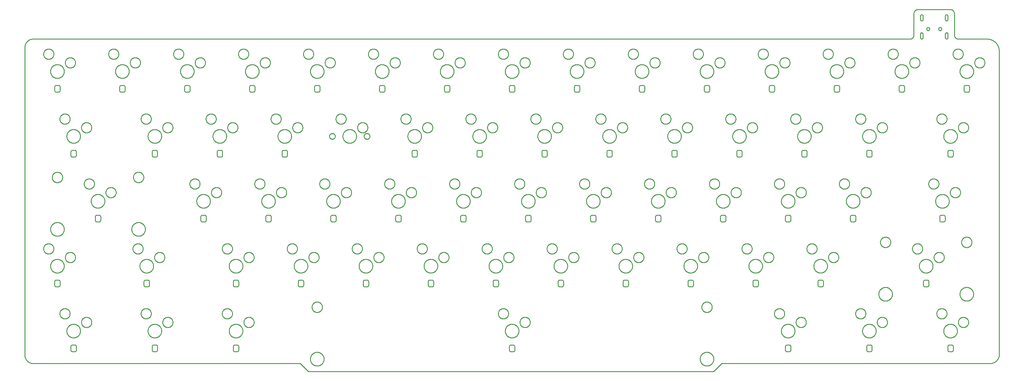
<source format=gbr>
G04 EAGLE Gerber RS-274X export*
G75*
%MOMM*%
%FSLAX34Y34*%
%LPD*%
%IN*%
%IPPOS*%
%AMOC8*
5,1,8,0,0,1.08239X$1,22.5*%
G01*
%ADD10C,0.254000*%


D10*
X0Y23770D02*
X90Y21698D01*
X361Y19642D01*
X810Y17618D01*
X1434Y15640D01*
X2227Y13724D01*
X3185Y11885D01*
X4299Y10136D01*
X5561Y8491D01*
X6962Y6962D01*
X8491Y5561D01*
X10136Y4299D01*
X11885Y3185D01*
X13724Y2227D01*
X15640Y1434D01*
X17618Y810D01*
X19642Y361D01*
X21698Y90D01*
X23770Y0D01*
X808070Y0D01*
X831840Y-23770D01*
X2020174Y-23770D01*
X2043944Y0D01*
X2828250Y0D01*
X2830573Y-136D01*
X2832898Y-69D01*
X2835209Y200D01*
X2837488Y670D01*
X2839717Y1337D01*
X2841880Y2195D01*
X2843959Y3239D01*
X2845940Y4460D01*
X2847807Y5848D01*
X2849545Y7395D01*
X2851142Y9086D01*
X2852586Y10911D01*
X2853865Y12855D01*
X2854970Y14902D01*
X2855892Y17038D01*
X2856625Y19247D01*
X2857162Y21511D01*
X2857500Y23813D01*
X2857500Y916781D01*
X2857364Y919894D01*
X2856957Y922984D01*
X2856283Y926026D01*
X2855346Y928998D01*
X2854153Y931877D01*
X2852715Y934641D01*
X2851040Y937269D01*
X2849143Y939741D01*
X2847038Y942038D01*
X2844741Y944143D01*
X2842269Y946040D01*
X2839641Y947715D01*
X2836877Y949153D01*
X2833998Y950346D01*
X2831026Y951283D01*
X2827984Y951957D01*
X2824894Y952364D01*
X2821781Y952500D01*
X2738438Y952500D01*
X2737455Y952441D01*
X2736472Y952468D01*
X2735494Y952580D01*
X2734530Y952777D01*
X2733587Y953057D01*
X2732672Y953419D01*
X2731791Y953859D01*
X2730953Y954373D01*
X2730162Y954959D01*
X2729426Y955612D01*
X2728749Y956327D01*
X2728137Y957097D01*
X2727595Y957918D01*
X2727126Y958783D01*
X2726735Y959686D01*
X2726423Y960620D01*
X2726195Y961577D01*
X2726050Y962550D01*
X2726050Y1026970D01*
X2726005Y1028005D01*
X2725870Y1029033D01*
X2725645Y1030045D01*
X2725334Y1031033D01*
X2724937Y1031991D01*
X2724458Y1032910D01*
X2723902Y1033784D01*
X2723271Y1034606D01*
X2722570Y1035370D01*
X2721806Y1036071D01*
X2720984Y1036702D01*
X2720110Y1037258D01*
X2719191Y1037737D01*
X2718233Y1038134D01*
X2717245Y1038445D01*
X2716233Y1038670D01*
X2715205Y1038805D01*
X2714170Y1038850D01*
X2619100Y1038850D01*
X2618065Y1038805D01*
X2617037Y1038670D01*
X2616025Y1038445D01*
X2615037Y1038134D01*
X2614079Y1037737D01*
X2613160Y1037258D01*
X2612286Y1036702D01*
X2611464Y1036071D01*
X2610700Y1035370D01*
X2609999Y1034606D01*
X2609368Y1033784D01*
X2608812Y1032910D01*
X2608333Y1031991D01*
X2607936Y1031033D01*
X2607625Y1030045D01*
X2607400Y1029033D01*
X2607265Y1028005D01*
X2607220Y1026970D01*
X2607220Y962550D01*
X2607104Y961603D01*
X2606907Y960670D01*
X2606628Y959758D01*
X2606271Y958873D01*
X2605839Y958023D01*
X2605334Y957213D01*
X2604760Y956451D01*
X2604122Y955742D01*
X2603425Y955091D01*
X2602674Y954503D01*
X2601874Y953983D01*
X2601032Y953535D01*
X2600154Y953162D01*
X2599247Y952866D01*
X2598318Y952651D01*
X2597373Y952518D01*
X2596421Y952467D01*
X2595468Y952500D01*
X23908Y952500D01*
X21753Y952332D01*
X19622Y951977D01*
X17530Y951438D01*
X15492Y950718D01*
X13525Y949823D01*
X11644Y948761D01*
X9862Y947538D01*
X8194Y946165D01*
X6652Y944651D01*
X5247Y943009D01*
X3991Y941251D01*
X2893Y939390D01*
X1962Y937441D01*
X1203Y935417D01*
X624Y933336D01*
X229Y931211D01*
X20Y929061D01*
X0Y926900D01*
X0Y23770D01*
X2699130Y1009740D02*
X2699145Y1009391D01*
X2699191Y1009045D01*
X2699266Y1008705D01*
X2699371Y1008372D01*
X2699505Y1008050D01*
X2699666Y1007740D01*
X2699853Y1007446D01*
X2700066Y1007169D01*
X2700302Y1006912D01*
X2700559Y1006676D01*
X2700836Y1006463D01*
X2701130Y1006276D01*
X2701440Y1006115D01*
X2701762Y1005981D01*
X2702095Y1005876D01*
X2702435Y1005801D01*
X2702781Y1005755D01*
X2703130Y1005740D01*
X2703479Y1005755D01*
X2703825Y1005801D01*
X2704165Y1005876D01*
X2704498Y1005981D01*
X2704820Y1006115D01*
X2705130Y1006276D01*
X2705424Y1006463D01*
X2705701Y1006676D01*
X2705958Y1006912D01*
X2706194Y1007169D01*
X2706407Y1007446D01*
X2706594Y1007740D01*
X2706755Y1008050D01*
X2706889Y1008372D01*
X2706994Y1008705D01*
X2707069Y1009045D01*
X2707115Y1009391D01*
X2707130Y1009740D01*
X2707130Y1019740D01*
X2707115Y1020089D01*
X2707069Y1020435D01*
X2706994Y1020775D01*
X2706889Y1021108D01*
X2706755Y1021430D01*
X2706594Y1021740D01*
X2706407Y1022034D01*
X2706194Y1022311D01*
X2705958Y1022568D01*
X2705701Y1022804D01*
X2705424Y1023017D01*
X2705130Y1023204D01*
X2704820Y1023365D01*
X2704498Y1023499D01*
X2704165Y1023604D01*
X2703825Y1023679D01*
X2703479Y1023725D01*
X2703130Y1023740D01*
X2702781Y1023725D01*
X2702435Y1023679D01*
X2702095Y1023604D01*
X2701762Y1023499D01*
X2701440Y1023365D01*
X2701130Y1023204D01*
X2700836Y1023017D01*
X2700559Y1022804D01*
X2700302Y1022568D01*
X2700066Y1022311D01*
X2699853Y1022034D01*
X2699666Y1021740D01*
X2699505Y1021430D01*
X2699371Y1021108D01*
X2699266Y1020775D01*
X2699191Y1020435D01*
X2699145Y1020089D01*
X2699130Y1019740D01*
X2699130Y1009740D01*
X2626130Y1009740D02*
X2626145Y1009391D01*
X2626191Y1009045D01*
X2626266Y1008705D01*
X2626371Y1008372D01*
X2626505Y1008050D01*
X2626666Y1007740D01*
X2626853Y1007446D01*
X2627066Y1007169D01*
X2627302Y1006912D01*
X2627559Y1006676D01*
X2627836Y1006463D01*
X2628130Y1006276D01*
X2628440Y1006115D01*
X2628762Y1005981D01*
X2629095Y1005876D01*
X2629435Y1005801D01*
X2629781Y1005755D01*
X2630130Y1005740D01*
X2630479Y1005755D01*
X2630825Y1005801D01*
X2631165Y1005876D01*
X2631498Y1005981D01*
X2631820Y1006115D01*
X2632130Y1006276D01*
X2632424Y1006463D01*
X2632701Y1006676D01*
X2632958Y1006912D01*
X2633194Y1007169D01*
X2633407Y1007446D01*
X2633594Y1007740D01*
X2633755Y1008050D01*
X2633889Y1008372D01*
X2633994Y1008705D01*
X2634069Y1009045D01*
X2634115Y1009391D01*
X2634130Y1009740D01*
X2634130Y1019740D01*
X2634115Y1020089D01*
X2634069Y1020435D01*
X2633994Y1020775D01*
X2633889Y1021108D01*
X2633755Y1021430D01*
X2633594Y1021740D01*
X2633407Y1022034D01*
X2633194Y1022311D01*
X2632958Y1022568D01*
X2632701Y1022804D01*
X2632424Y1023017D01*
X2632130Y1023204D01*
X2631820Y1023365D01*
X2631498Y1023499D01*
X2631165Y1023604D01*
X2630825Y1023679D01*
X2630479Y1023725D01*
X2630130Y1023740D01*
X2629781Y1023725D01*
X2629435Y1023679D01*
X2629095Y1023604D01*
X2628762Y1023499D01*
X2628440Y1023365D01*
X2628130Y1023204D01*
X2627836Y1023017D01*
X2627559Y1022804D01*
X2627302Y1022568D01*
X2627066Y1022311D01*
X2626853Y1022034D01*
X2626666Y1021740D01*
X2626505Y1021430D01*
X2626371Y1021108D01*
X2626266Y1020775D01*
X2626191Y1020435D01*
X2626145Y1020089D01*
X2626130Y1019740D01*
X2626130Y1009740D01*
X2699130Y956740D02*
X2699145Y956391D01*
X2699191Y956045D01*
X2699266Y955705D01*
X2699371Y955372D01*
X2699505Y955050D01*
X2699666Y954740D01*
X2699853Y954446D01*
X2700066Y954169D01*
X2700302Y953912D01*
X2700559Y953676D01*
X2700836Y953463D01*
X2701130Y953276D01*
X2701440Y953115D01*
X2701762Y952981D01*
X2702095Y952876D01*
X2702435Y952801D01*
X2702781Y952755D01*
X2703130Y952740D01*
X2703479Y952755D01*
X2703825Y952801D01*
X2704165Y952876D01*
X2704498Y952981D01*
X2704820Y953115D01*
X2705130Y953276D01*
X2705424Y953463D01*
X2705701Y953676D01*
X2705958Y953912D01*
X2706194Y954169D01*
X2706407Y954446D01*
X2706594Y954740D01*
X2706755Y955050D01*
X2706889Y955372D01*
X2706994Y955705D01*
X2707069Y956045D01*
X2707115Y956391D01*
X2707130Y956740D01*
X2707130Y966740D01*
X2707115Y967089D01*
X2707069Y967435D01*
X2706994Y967775D01*
X2706889Y968108D01*
X2706755Y968430D01*
X2706594Y968740D01*
X2706407Y969034D01*
X2706194Y969311D01*
X2705958Y969568D01*
X2705701Y969804D01*
X2705424Y970017D01*
X2705130Y970204D01*
X2704820Y970365D01*
X2704498Y970499D01*
X2704165Y970604D01*
X2703825Y970679D01*
X2703479Y970725D01*
X2703130Y970740D01*
X2702781Y970725D01*
X2702435Y970679D01*
X2702095Y970604D01*
X2701762Y970499D01*
X2701440Y970365D01*
X2701130Y970204D01*
X2700836Y970017D01*
X2700559Y969804D01*
X2700302Y969568D01*
X2700066Y969311D01*
X2699853Y969034D01*
X2699666Y968740D01*
X2699505Y968430D01*
X2699371Y968108D01*
X2699266Y967775D01*
X2699191Y967435D01*
X2699145Y967089D01*
X2699130Y966740D01*
X2699130Y956740D01*
X2626130Y956740D02*
X2626145Y956391D01*
X2626191Y956045D01*
X2626266Y955705D01*
X2626371Y955372D01*
X2626505Y955050D01*
X2626666Y954740D01*
X2626853Y954446D01*
X2627066Y954169D01*
X2627302Y953912D01*
X2627559Y953676D01*
X2627836Y953463D01*
X2628130Y953276D01*
X2628440Y953115D01*
X2628762Y952981D01*
X2629095Y952876D01*
X2629435Y952801D01*
X2629781Y952755D01*
X2630130Y952740D01*
X2630479Y952755D01*
X2630825Y952801D01*
X2631165Y952876D01*
X2631498Y952981D01*
X2631820Y953115D01*
X2632130Y953276D01*
X2632424Y953463D01*
X2632701Y953676D01*
X2632958Y953912D01*
X2633194Y954169D01*
X2633407Y954446D01*
X2633594Y954740D01*
X2633755Y955050D01*
X2633889Y955372D01*
X2633994Y955705D01*
X2634069Y956045D01*
X2634115Y956391D01*
X2634130Y956740D01*
X2634130Y966740D01*
X2634115Y967089D01*
X2634069Y967435D01*
X2633994Y967775D01*
X2633889Y968108D01*
X2633755Y968430D01*
X2633594Y968740D01*
X2633407Y969034D01*
X2633194Y969311D01*
X2632958Y969568D01*
X2632701Y969804D01*
X2632424Y970017D01*
X2632130Y970204D01*
X2631820Y970365D01*
X2631498Y970499D01*
X2631165Y970604D01*
X2630825Y970679D01*
X2630479Y970725D01*
X2630130Y970740D01*
X2629781Y970725D01*
X2629435Y970679D01*
X2629095Y970604D01*
X2628762Y970499D01*
X2628440Y970365D01*
X2628130Y970204D01*
X2627836Y970017D01*
X2627559Y969804D01*
X2627302Y969568D01*
X2627066Y969311D01*
X2626853Y969034D01*
X2626666Y968740D01*
X2626505Y968430D01*
X2626371Y968108D01*
X2626266Y967775D01*
X2626191Y967435D01*
X2626145Y967089D01*
X2626130Y966740D01*
X2626130Y956740D01*
X2706625Y39450D02*
X2706644Y39014D01*
X2706701Y38582D01*
X2706795Y38156D01*
X2706927Y37740D01*
X2707093Y37337D01*
X2707295Y36950D01*
X2707529Y36582D01*
X2707795Y36236D01*
X2708089Y35914D01*
X2708411Y35620D01*
X2708757Y35354D01*
X2709125Y35120D01*
X2709512Y34918D01*
X2709915Y34752D01*
X2710331Y34620D01*
X2710757Y34526D01*
X2711189Y34469D01*
X2711625Y34450D01*
X2717625Y34450D01*
X2718061Y34469D01*
X2718493Y34526D01*
X2718919Y34620D01*
X2719335Y34752D01*
X2719738Y34918D01*
X2720125Y35120D01*
X2720493Y35354D01*
X2720839Y35620D01*
X2721161Y35914D01*
X2721455Y36236D01*
X2721721Y36582D01*
X2721955Y36950D01*
X2722157Y37337D01*
X2722323Y37740D01*
X2722455Y38156D01*
X2722549Y38582D01*
X2722606Y39014D01*
X2722625Y39450D01*
X2722625Y49450D01*
X2722606Y49886D01*
X2722549Y50318D01*
X2722455Y50744D01*
X2722323Y51160D01*
X2722157Y51563D01*
X2721955Y51950D01*
X2721721Y52318D01*
X2721455Y52664D01*
X2721161Y52986D01*
X2720839Y53280D01*
X2720493Y53546D01*
X2720125Y53780D01*
X2719738Y53982D01*
X2719335Y54148D01*
X2718919Y54280D01*
X2718493Y54374D01*
X2718061Y54431D01*
X2717625Y54450D01*
X2711625Y54450D01*
X2711189Y54431D01*
X2710757Y54374D01*
X2710331Y54280D01*
X2709915Y54148D01*
X2709512Y53982D01*
X2709125Y53780D01*
X2708757Y53546D01*
X2708411Y53280D01*
X2708089Y52986D01*
X2707795Y52664D01*
X2707529Y52318D01*
X2707295Y51950D01*
X2707093Y51563D01*
X2706927Y51160D01*
X2706795Y50744D01*
X2706701Y50318D01*
X2706644Y49886D01*
X2706625Y49450D01*
X2706625Y39450D01*
X801625Y229950D02*
X801644Y229514D01*
X801701Y229082D01*
X801795Y228656D01*
X801927Y228240D01*
X802093Y227837D01*
X802295Y227450D01*
X802529Y227082D01*
X802795Y226736D01*
X803089Y226414D01*
X803411Y226120D01*
X803757Y225854D01*
X804125Y225620D01*
X804512Y225418D01*
X804915Y225252D01*
X805331Y225120D01*
X805757Y225026D01*
X806189Y224969D01*
X806625Y224950D01*
X812625Y224950D01*
X813061Y224969D01*
X813493Y225026D01*
X813919Y225120D01*
X814335Y225252D01*
X814738Y225418D01*
X815125Y225620D01*
X815493Y225854D01*
X815839Y226120D01*
X816161Y226414D01*
X816455Y226736D01*
X816721Y227082D01*
X816955Y227450D01*
X817157Y227837D01*
X817323Y228240D01*
X817455Y228656D01*
X817549Y229082D01*
X817606Y229514D01*
X817625Y229950D01*
X817625Y239950D01*
X817606Y240386D01*
X817549Y240818D01*
X817455Y241244D01*
X817323Y241660D01*
X817157Y242063D01*
X816955Y242450D01*
X816721Y242818D01*
X816455Y243164D01*
X816161Y243486D01*
X815839Y243780D01*
X815493Y244046D01*
X815125Y244280D01*
X814738Y244482D01*
X814335Y244648D01*
X813919Y244780D01*
X813493Y244874D01*
X813061Y244931D01*
X812625Y244950D01*
X806625Y244950D01*
X806189Y244931D01*
X805757Y244874D01*
X805331Y244780D01*
X804915Y244648D01*
X804512Y244482D01*
X804125Y244280D01*
X803757Y244046D01*
X803411Y243780D01*
X803089Y243486D01*
X802795Y243164D01*
X802529Y242818D01*
X802295Y242450D01*
X802093Y242063D01*
X801927Y241660D01*
X801795Y241244D01*
X801701Y240818D01*
X801644Y240386D01*
X801625Y239950D01*
X801625Y229950D01*
X1182625Y229950D02*
X1182644Y229514D01*
X1182701Y229082D01*
X1182795Y228656D01*
X1182927Y228240D01*
X1183093Y227837D01*
X1183295Y227450D01*
X1183529Y227082D01*
X1183795Y226736D01*
X1184089Y226414D01*
X1184411Y226120D01*
X1184757Y225854D01*
X1185125Y225620D01*
X1185512Y225418D01*
X1185915Y225252D01*
X1186331Y225120D01*
X1186757Y225026D01*
X1187189Y224969D01*
X1187625Y224950D01*
X1193625Y224950D01*
X1194061Y224969D01*
X1194493Y225026D01*
X1194919Y225120D01*
X1195335Y225252D01*
X1195738Y225418D01*
X1196125Y225620D01*
X1196493Y225854D01*
X1196839Y226120D01*
X1197161Y226414D01*
X1197455Y226736D01*
X1197721Y227082D01*
X1197955Y227450D01*
X1198157Y227837D01*
X1198323Y228240D01*
X1198455Y228656D01*
X1198549Y229082D01*
X1198606Y229514D01*
X1198625Y229950D01*
X1198625Y239950D01*
X1198606Y240386D01*
X1198549Y240818D01*
X1198455Y241244D01*
X1198323Y241660D01*
X1198157Y242063D01*
X1197955Y242450D01*
X1197721Y242818D01*
X1197455Y243164D01*
X1197161Y243486D01*
X1196839Y243780D01*
X1196493Y244046D01*
X1196125Y244280D01*
X1195738Y244482D01*
X1195335Y244648D01*
X1194919Y244780D01*
X1194493Y244874D01*
X1194061Y244931D01*
X1193625Y244950D01*
X1187625Y244950D01*
X1187189Y244931D01*
X1186757Y244874D01*
X1186331Y244780D01*
X1185915Y244648D01*
X1185512Y244482D01*
X1185125Y244280D01*
X1184757Y244046D01*
X1184411Y243780D01*
X1184089Y243486D01*
X1183795Y243164D01*
X1183529Y242818D01*
X1183295Y242450D01*
X1183093Y242063D01*
X1182927Y241660D01*
X1182795Y241244D01*
X1182701Y240818D01*
X1182644Y240386D01*
X1182625Y239950D01*
X1182625Y229950D01*
X1563625Y229950D02*
X1563644Y229514D01*
X1563701Y229082D01*
X1563795Y228656D01*
X1563927Y228240D01*
X1564093Y227837D01*
X1564295Y227450D01*
X1564529Y227082D01*
X1564795Y226736D01*
X1565089Y226414D01*
X1565411Y226120D01*
X1565757Y225854D01*
X1566125Y225620D01*
X1566512Y225418D01*
X1566915Y225252D01*
X1567331Y225120D01*
X1567757Y225026D01*
X1568189Y224969D01*
X1568625Y224950D01*
X1574625Y224950D01*
X1575061Y224969D01*
X1575493Y225026D01*
X1575919Y225120D01*
X1576335Y225252D01*
X1576738Y225418D01*
X1577125Y225620D01*
X1577493Y225854D01*
X1577839Y226120D01*
X1578161Y226414D01*
X1578455Y226736D01*
X1578721Y227082D01*
X1578955Y227450D01*
X1579157Y227837D01*
X1579323Y228240D01*
X1579455Y228656D01*
X1579549Y229082D01*
X1579606Y229514D01*
X1579625Y229950D01*
X1579625Y239950D01*
X1579606Y240386D01*
X1579549Y240818D01*
X1579455Y241244D01*
X1579323Y241660D01*
X1579157Y242063D01*
X1578955Y242450D01*
X1578721Y242818D01*
X1578455Y243164D01*
X1578161Y243486D01*
X1577839Y243780D01*
X1577493Y244046D01*
X1577125Y244280D01*
X1576738Y244482D01*
X1576335Y244648D01*
X1575919Y244780D01*
X1575493Y244874D01*
X1575061Y244931D01*
X1574625Y244950D01*
X1568625Y244950D01*
X1568189Y244931D01*
X1567757Y244874D01*
X1567331Y244780D01*
X1566915Y244648D01*
X1566512Y244482D01*
X1566125Y244280D01*
X1565757Y244046D01*
X1565411Y243780D01*
X1565089Y243486D01*
X1564795Y243164D01*
X1564529Y242818D01*
X1564295Y242450D01*
X1564093Y242063D01*
X1563927Y241660D01*
X1563795Y241244D01*
X1563701Y240818D01*
X1563644Y240386D01*
X1563625Y239950D01*
X1563625Y229950D01*
X1944625Y229950D02*
X1944644Y229514D01*
X1944701Y229082D01*
X1944795Y228656D01*
X1944927Y228240D01*
X1945093Y227837D01*
X1945295Y227450D01*
X1945529Y227082D01*
X1945795Y226736D01*
X1946089Y226414D01*
X1946411Y226120D01*
X1946757Y225854D01*
X1947125Y225620D01*
X1947512Y225418D01*
X1947915Y225252D01*
X1948331Y225120D01*
X1948757Y225026D01*
X1949189Y224969D01*
X1949625Y224950D01*
X1955625Y224950D01*
X1956061Y224969D01*
X1956493Y225026D01*
X1956919Y225120D01*
X1957335Y225252D01*
X1957738Y225418D01*
X1958125Y225620D01*
X1958493Y225854D01*
X1958839Y226120D01*
X1959161Y226414D01*
X1959455Y226736D01*
X1959721Y227082D01*
X1959955Y227450D01*
X1960157Y227837D01*
X1960323Y228240D01*
X1960455Y228656D01*
X1960549Y229082D01*
X1960606Y229514D01*
X1960625Y229950D01*
X1960625Y239950D01*
X1960606Y240386D01*
X1960549Y240818D01*
X1960455Y241244D01*
X1960323Y241660D01*
X1960157Y242063D01*
X1959955Y242450D01*
X1959721Y242818D01*
X1959455Y243164D01*
X1959161Y243486D01*
X1958839Y243780D01*
X1958493Y244046D01*
X1958125Y244280D01*
X1957738Y244482D01*
X1957335Y244648D01*
X1956919Y244780D01*
X1956493Y244874D01*
X1956061Y244931D01*
X1955625Y244950D01*
X1949625Y244950D01*
X1949189Y244931D01*
X1948757Y244874D01*
X1948331Y244780D01*
X1947915Y244648D01*
X1947512Y244482D01*
X1947125Y244280D01*
X1946757Y244046D01*
X1946411Y243780D01*
X1946089Y243486D01*
X1945795Y243164D01*
X1945529Y242818D01*
X1945295Y242450D01*
X1945093Y242063D01*
X1944927Y241660D01*
X1944795Y241244D01*
X1944701Y240818D01*
X1944644Y240386D01*
X1944625Y239950D01*
X1944625Y229950D01*
X2325625Y229950D02*
X2325644Y229514D01*
X2325701Y229082D01*
X2325795Y228656D01*
X2325927Y228240D01*
X2326093Y227837D01*
X2326295Y227450D01*
X2326529Y227082D01*
X2326795Y226736D01*
X2327089Y226414D01*
X2327411Y226120D01*
X2327757Y225854D01*
X2328125Y225620D01*
X2328512Y225418D01*
X2328915Y225252D01*
X2329331Y225120D01*
X2329757Y225026D01*
X2330189Y224969D01*
X2330625Y224950D01*
X2336625Y224950D01*
X2337061Y224969D01*
X2337493Y225026D01*
X2337919Y225120D01*
X2338335Y225252D01*
X2338738Y225418D01*
X2339125Y225620D01*
X2339493Y225854D01*
X2339839Y226120D01*
X2340161Y226414D01*
X2340455Y226736D01*
X2340721Y227082D01*
X2340955Y227450D01*
X2341157Y227837D01*
X2341323Y228240D01*
X2341455Y228656D01*
X2341549Y229082D01*
X2341606Y229514D01*
X2341625Y229950D01*
X2341625Y239950D01*
X2341606Y240386D01*
X2341549Y240818D01*
X2341455Y241244D01*
X2341323Y241660D01*
X2341157Y242063D01*
X2340955Y242450D01*
X2340721Y242818D01*
X2340455Y243164D01*
X2340161Y243486D01*
X2339839Y243780D01*
X2339493Y244046D01*
X2339125Y244280D01*
X2338738Y244482D01*
X2338335Y244648D01*
X2337919Y244780D01*
X2337493Y244874D01*
X2337061Y244931D01*
X2336625Y244950D01*
X2330625Y244950D01*
X2330189Y244931D01*
X2329757Y244874D01*
X2329331Y244780D01*
X2328915Y244648D01*
X2328512Y244482D01*
X2328125Y244280D01*
X2327757Y244046D01*
X2327411Y243780D01*
X2327089Y243486D01*
X2326795Y243164D01*
X2326529Y242818D01*
X2326295Y242450D01*
X2326093Y242063D01*
X2325927Y241660D01*
X2325795Y241244D01*
X2325701Y240818D01*
X2325644Y240386D01*
X2325625Y239950D01*
X2325625Y229950D01*
X2706625Y610950D02*
X2706644Y610514D01*
X2706701Y610082D01*
X2706795Y609656D01*
X2706927Y609240D01*
X2707093Y608837D01*
X2707295Y608450D01*
X2707529Y608082D01*
X2707795Y607736D01*
X2708089Y607414D01*
X2708411Y607120D01*
X2708757Y606854D01*
X2709125Y606620D01*
X2709512Y606418D01*
X2709915Y606252D01*
X2710331Y606120D01*
X2710757Y606026D01*
X2711189Y605969D01*
X2711625Y605950D01*
X2717625Y605950D01*
X2718061Y605969D01*
X2718493Y606026D01*
X2718919Y606120D01*
X2719335Y606252D01*
X2719738Y606418D01*
X2720125Y606620D01*
X2720493Y606854D01*
X2720839Y607120D01*
X2721161Y607414D01*
X2721455Y607736D01*
X2721721Y608082D01*
X2721955Y608450D01*
X2722157Y608837D01*
X2722323Y609240D01*
X2722455Y609656D01*
X2722549Y610082D01*
X2722606Y610514D01*
X2722625Y610950D01*
X2722625Y620950D01*
X2722606Y621386D01*
X2722549Y621818D01*
X2722455Y622244D01*
X2722323Y622660D01*
X2722157Y623063D01*
X2721955Y623450D01*
X2721721Y623818D01*
X2721455Y624164D01*
X2721161Y624486D01*
X2720839Y624780D01*
X2720493Y625046D01*
X2720125Y625280D01*
X2719738Y625482D01*
X2719335Y625648D01*
X2718919Y625780D01*
X2718493Y625874D01*
X2718061Y625931D01*
X2717625Y625950D01*
X2711625Y625950D01*
X2711189Y625931D01*
X2710757Y625874D01*
X2710331Y625780D01*
X2709915Y625648D01*
X2709512Y625482D01*
X2709125Y625280D01*
X2708757Y625046D01*
X2708411Y624780D01*
X2708089Y624486D01*
X2707795Y624164D01*
X2707529Y623818D01*
X2707295Y623450D01*
X2707093Y623063D01*
X2706927Y622660D01*
X2706795Y622244D01*
X2706701Y621818D01*
X2706644Y621386D01*
X2706625Y620950D01*
X2706625Y610950D01*
X1420750Y39450D02*
X1420769Y39014D01*
X1420826Y38582D01*
X1420920Y38156D01*
X1421052Y37740D01*
X1421218Y37337D01*
X1421420Y36950D01*
X1421654Y36582D01*
X1421920Y36236D01*
X1422214Y35914D01*
X1422536Y35620D01*
X1422882Y35354D01*
X1423250Y35120D01*
X1423637Y34918D01*
X1424040Y34752D01*
X1424456Y34620D01*
X1424882Y34526D01*
X1425314Y34469D01*
X1425750Y34450D01*
X1431750Y34450D01*
X1432186Y34469D01*
X1432618Y34526D01*
X1433044Y34620D01*
X1433460Y34752D01*
X1433863Y34918D01*
X1434250Y35120D01*
X1434618Y35354D01*
X1434964Y35620D01*
X1435286Y35914D01*
X1435580Y36236D01*
X1435846Y36582D01*
X1436080Y36950D01*
X1436282Y37337D01*
X1436448Y37740D01*
X1436580Y38156D01*
X1436674Y38582D01*
X1436731Y39014D01*
X1436750Y39450D01*
X1436750Y49450D01*
X1436731Y49886D01*
X1436674Y50318D01*
X1436580Y50744D01*
X1436448Y51160D01*
X1436282Y51563D01*
X1436080Y51950D01*
X1435846Y52318D01*
X1435580Y52664D01*
X1435286Y52986D01*
X1434964Y53280D01*
X1434618Y53546D01*
X1434250Y53780D01*
X1433863Y53982D01*
X1433460Y54148D01*
X1433044Y54280D01*
X1432618Y54374D01*
X1432186Y54431D01*
X1431750Y54450D01*
X1425750Y54450D01*
X1425314Y54431D01*
X1424882Y54374D01*
X1424456Y54280D01*
X1424040Y54148D01*
X1423637Y53982D01*
X1423250Y53780D01*
X1422882Y53546D01*
X1422536Y53280D01*
X1422214Y52986D01*
X1421920Y52664D01*
X1421654Y52318D01*
X1421420Y51950D01*
X1421218Y51563D01*
X1421052Y51160D01*
X1420920Y50744D01*
X1420826Y50318D01*
X1420769Y49886D01*
X1420750Y49450D01*
X1420750Y39450D01*
X277750Y801450D02*
X277769Y801014D01*
X277826Y800582D01*
X277920Y800156D01*
X278052Y799740D01*
X278218Y799337D01*
X278420Y798950D01*
X278654Y798582D01*
X278920Y798236D01*
X279214Y797914D01*
X279536Y797620D01*
X279882Y797354D01*
X280250Y797120D01*
X280637Y796918D01*
X281040Y796752D01*
X281456Y796620D01*
X281882Y796526D01*
X282314Y796469D01*
X282750Y796450D01*
X288750Y796450D01*
X289186Y796469D01*
X289618Y796526D01*
X290044Y796620D01*
X290460Y796752D01*
X290863Y796918D01*
X291250Y797120D01*
X291618Y797354D01*
X291964Y797620D01*
X292286Y797914D01*
X292580Y798236D01*
X292846Y798582D01*
X293080Y798950D01*
X293282Y799337D01*
X293448Y799740D01*
X293580Y800156D01*
X293674Y800582D01*
X293731Y801014D01*
X293750Y801450D01*
X293750Y811450D01*
X293731Y811886D01*
X293674Y812318D01*
X293580Y812744D01*
X293448Y813160D01*
X293282Y813563D01*
X293080Y813950D01*
X292846Y814318D01*
X292580Y814664D01*
X292286Y814986D01*
X291964Y815280D01*
X291618Y815546D01*
X291250Y815780D01*
X290863Y815982D01*
X290460Y816148D01*
X290044Y816280D01*
X289618Y816374D01*
X289186Y816431D01*
X288750Y816450D01*
X282750Y816450D01*
X282314Y816431D01*
X281882Y816374D01*
X281456Y816280D01*
X281040Y816148D01*
X280637Y815982D01*
X280250Y815780D01*
X279882Y815546D01*
X279536Y815280D01*
X279214Y814986D01*
X278920Y814664D01*
X278654Y814318D01*
X278420Y813950D01*
X278218Y813563D01*
X278052Y813160D01*
X277920Y812744D01*
X277826Y812318D01*
X277769Y811886D01*
X277750Y811450D01*
X277750Y801450D01*
X1039750Y801450D02*
X1039769Y801014D01*
X1039826Y800582D01*
X1039920Y800156D01*
X1040052Y799740D01*
X1040218Y799337D01*
X1040420Y798950D01*
X1040654Y798582D01*
X1040920Y798236D01*
X1041214Y797914D01*
X1041536Y797620D01*
X1041882Y797354D01*
X1042250Y797120D01*
X1042637Y796918D01*
X1043040Y796752D01*
X1043456Y796620D01*
X1043882Y796526D01*
X1044314Y796469D01*
X1044750Y796450D01*
X1050750Y796450D01*
X1051186Y796469D01*
X1051618Y796526D01*
X1052044Y796620D01*
X1052460Y796752D01*
X1052863Y796918D01*
X1053250Y797120D01*
X1053618Y797354D01*
X1053964Y797620D01*
X1054286Y797914D01*
X1054580Y798236D01*
X1054846Y798582D01*
X1055080Y798950D01*
X1055282Y799337D01*
X1055448Y799740D01*
X1055580Y800156D01*
X1055674Y800582D01*
X1055731Y801014D01*
X1055750Y801450D01*
X1055750Y811450D01*
X1055731Y811886D01*
X1055674Y812318D01*
X1055580Y812744D01*
X1055448Y813160D01*
X1055282Y813563D01*
X1055080Y813950D01*
X1054846Y814318D01*
X1054580Y814664D01*
X1054286Y814986D01*
X1053964Y815280D01*
X1053618Y815546D01*
X1053250Y815780D01*
X1052863Y815982D01*
X1052460Y816148D01*
X1052044Y816280D01*
X1051618Y816374D01*
X1051186Y816431D01*
X1050750Y816450D01*
X1044750Y816450D01*
X1044314Y816431D01*
X1043882Y816374D01*
X1043456Y816280D01*
X1043040Y816148D01*
X1042637Y815982D01*
X1042250Y815780D01*
X1041882Y815546D01*
X1041536Y815280D01*
X1041214Y814986D01*
X1040920Y814664D01*
X1040654Y814318D01*
X1040420Y813950D01*
X1040218Y813563D01*
X1040052Y813160D01*
X1039920Y812744D01*
X1039826Y812318D01*
X1039769Y811886D01*
X1039750Y811450D01*
X1039750Y801450D01*
X1420750Y801450D02*
X1420769Y801014D01*
X1420826Y800582D01*
X1420920Y800156D01*
X1421052Y799740D01*
X1421218Y799337D01*
X1421420Y798950D01*
X1421654Y798582D01*
X1421920Y798236D01*
X1422214Y797914D01*
X1422536Y797620D01*
X1422882Y797354D01*
X1423250Y797120D01*
X1423637Y796918D01*
X1424040Y796752D01*
X1424456Y796620D01*
X1424882Y796526D01*
X1425314Y796469D01*
X1425750Y796450D01*
X1431750Y796450D01*
X1432186Y796469D01*
X1432618Y796526D01*
X1433044Y796620D01*
X1433460Y796752D01*
X1433863Y796918D01*
X1434250Y797120D01*
X1434618Y797354D01*
X1434964Y797620D01*
X1435286Y797914D01*
X1435580Y798236D01*
X1435846Y798582D01*
X1436080Y798950D01*
X1436282Y799337D01*
X1436448Y799740D01*
X1436580Y800156D01*
X1436674Y800582D01*
X1436731Y801014D01*
X1436750Y801450D01*
X1436750Y811450D01*
X1436731Y811886D01*
X1436674Y812318D01*
X1436580Y812744D01*
X1436448Y813160D01*
X1436282Y813563D01*
X1436080Y813950D01*
X1435846Y814318D01*
X1435580Y814664D01*
X1435286Y814986D01*
X1434964Y815280D01*
X1434618Y815546D01*
X1434250Y815780D01*
X1433863Y815982D01*
X1433460Y816148D01*
X1433044Y816280D01*
X1432618Y816374D01*
X1432186Y816431D01*
X1431750Y816450D01*
X1425750Y816450D01*
X1425314Y816431D01*
X1424882Y816374D01*
X1424456Y816280D01*
X1424040Y816148D01*
X1423637Y815982D01*
X1423250Y815780D01*
X1422882Y815546D01*
X1422536Y815280D01*
X1422214Y814986D01*
X1421920Y814664D01*
X1421654Y814318D01*
X1421420Y813950D01*
X1421218Y813563D01*
X1421052Y813160D01*
X1420920Y812744D01*
X1420826Y812318D01*
X1420769Y811886D01*
X1420750Y811450D01*
X1420750Y801450D01*
X1801750Y801450D02*
X1801769Y801014D01*
X1801826Y800582D01*
X1801920Y800156D01*
X1802052Y799740D01*
X1802218Y799337D01*
X1802420Y798950D01*
X1802654Y798582D01*
X1802920Y798236D01*
X1803214Y797914D01*
X1803536Y797620D01*
X1803882Y797354D01*
X1804250Y797120D01*
X1804637Y796918D01*
X1805040Y796752D01*
X1805456Y796620D01*
X1805882Y796526D01*
X1806314Y796469D01*
X1806750Y796450D01*
X1812750Y796450D01*
X1813186Y796469D01*
X1813618Y796526D01*
X1814044Y796620D01*
X1814460Y796752D01*
X1814863Y796918D01*
X1815250Y797120D01*
X1815618Y797354D01*
X1815964Y797620D01*
X1816286Y797914D01*
X1816580Y798236D01*
X1816846Y798582D01*
X1817080Y798950D01*
X1817282Y799337D01*
X1817448Y799740D01*
X1817580Y800156D01*
X1817674Y800582D01*
X1817731Y801014D01*
X1817750Y801450D01*
X1817750Y811450D01*
X1817731Y811886D01*
X1817674Y812318D01*
X1817580Y812744D01*
X1817448Y813160D01*
X1817282Y813563D01*
X1817080Y813950D01*
X1816846Y814318D01*
X1816580Y814664D01*
X1816286Y814986D01*
X1815964Y815280D01*
X1815618Y815546D01*
X1815250Y815780D01*
X1814863Y815982D01*
X1814460Y816148D01*
X1814044Y816280D01*
X1813618Y816374D01*
X1813186Y816431D01*
X1812750Y816450D01*
X1806750Y816450D01*
X1806314Y816431D01*
X1805882Y816374D01*
X1805456Y816280D01*
X1805040Y816148D01*
X1804637Y815982D01*
X1804250Y815780D01*
X1803882Y815546D01*
X1803536Y815280D01*
X1803214Y814986D01*
X1802920Y814664D01*
X1802654Y814318D01*
X1802420Y813950D01*
X1802218Y813563D01*
X1802052Y813160D01*
X1801920Y812744D01*
X1801826Y812318D01*
X1801769Y811886D01*
X1801750Y811450D01*
X1801750Y801450D01*
X2182750Y801450D02*
X2182769Y801014D01*
X2182826Y800582D01*
X2182920Y800156D01*
X2183052Y799740D01*
X2183218Y799337D01*
X2183420Y798950D01*
X2183654Y798582D01*
X2183920Y798236D01*
X2184214Y797914D01*
X2184536Y797620D01*
X2184882Y797354D01*
X2185250Y797120D01*
X2185637Y796918D01*
X2186040Y796752D01*
X2186456Y796620D01*
X2186882Y796526D01*
X2187314Y796469D01*
X2187750Y796450D01*
X2193750Y796450D01*
X2194186Y796469D01*
X2194618Y796526D01*
X2195044Y796620D01*
X2195460Y796752D01*
X2195863Y796918D01*
X2196250Y797120D01*
X2196618Y797354D01*
X2196964Y797620D01*
X2197286Y797914D01*
X2197580Y798236D01*
X2197846Y798582D01*
X2198080Y798950D01*
X2198282Y799337D01*
X2198448Y799740D01*
X2198580Y800156D01*
X2198674Y800582D01*
X2198731Y801014D01*
X2198750Y801450D01*
X2198750Y811450D01*
X2198731Y811886D01*
X2198674Y812318D01*
X2198580Y812744D01*
X2198448Y813160D01*
X2198282Y813563D01*
X2198080Y813950D01*
X2197846Y814318D01*
X2197580Y814664D01*
X2197286Y814986D01*
X2196964Y815280D01*
X2196618Y815546D01*
X2196250Y815780D01*
X2195863Y815982D01*
X2195460Y816148D01*
X2195044Y816280D01*
X2194618Y816374D01*
X2194186Y816431D01*
X2193750Y816450D01*
X2187750Y816450D01*
X2187314Y816431D01*
X2186882Y816374D01*
X2186456Y816280D01*
X2186040Y816148D01*
X2185637Y815982D01*
X2185250Y815780D01*
X2184882Y815546D01*
X2184536Y815280D01*
X2184214Y814986D01*
X2183920Y814664D01*
X2183654Y814318D01*
X2183420Y813950D01*
X2183218Y813563D01*
X2183052Y813160D01*
X2182920Y812744D01*
X2182826Y812318D01*
X2182769Y811886D01*
X2182750Y811450D01*
X2182750Y801450D01*
X658750Y801450D02*
X658769Y801014D01*
X658826Y800582D01*
X658920Y800156D01*
X659052Y799740D01*
X659218Y799337D01*
X659420Y798950D01*
X659654Y798582D01*
X659920Y798236D01*
X660214Y797914D01*
X660536Y797620D01*
X660882Y797354D01*
X661250Y797120D01*
X661637Y796918D01*
X662040Y796752D01*
X662456Y796620D01*
X662882Y796526D01*
X663314Y796469D01*
X663750Y796450D01*
X669750Y796450D01*
X670186Y796469D01*
X670618Y796526D01*
X671044Y796620D01*
X671460Y796752D01*
X671863Y796918D01*
X672250Y797120D01*
X672618Y797354D01*
X672964Y797620D01*
X673286Y797914D01*
X673580Y798236D01*
X673846Y798582D01*
X674080Y798950D01*
X674282Y799337D01*
X674448Y799740D01*
X674580Y800156D01*
X674674Y800582D01*
X674731Y801014D01*
X674750Y801450D01*
X674750Y811450D01*
X674731Y811886D01*
X674674Y812318D01*
X674580Y812744D01*
X674448Y813160D01*
X674282Y813563D01*
X674080Y813950D01*
X673846Y814318D01*
X673580Y814664D01*
X673286Y814986D01*
X672964Y815280D01*
X672618Y815546D01*
X672250Y815780D01*
X671863Y815982D01*
X671460Y816148D01*
X671044Y816280D01*
X670618Y816374D01*
X670186Y816431D01*
X669750Y816450D01*
X663750Y816450D01*
X663314Y816431D01*
X662882Y816374D01*
X662456Y816280D01*
X662040Y816148D01*
X661637Y815982D01*
X661250Y815780D01*
X660882Y815546D01*
X660536Y815280D01*
X660214Y814986D01*
X659920Y814664D01*
X659654Y814318D01*
X659420Y813950D01*
X659218Y813563D01*
X659052Y813160D01*
X658920Y812744D01*
X658826Y812318D01*
X658769Y811886D01*
X658750Y811450D01*
X658750Y801450D01*
X2563750Y801450D02*
X2563769Y801014D01*
X2563826Y800582D01*
X2563920Y800156D01*
X2564052Y799740D01*
X2564218Y799337D01*
X2564420Y798950D01*
X2564654Y798582D01*
X2564920Y798236D01*
X2565214Y797914D01*
X2565536Y797620D01*
X2565882Y797354D01*
X2566250Y797120D01*
X2566637Y796918D01*
X2567040Y796752D01*
X2567456Y796620D01*
X2567882Y796526D01*
X2568314Y796469D01*
X2568750Y796450D01*
X2574750Y796450D01*
X2575186Y796469D01*
X2575618Y796526D01*
X2576044Y796620D01*
X2576460Y796752D01*
X2576863Y796918D01*
X2577250Y797120D01*
X2577618Y797354D01*
X2577964Y797620D01*
X2578286Y797914D01*
X2578580Y798236D01*
X2578846Y798582D01*
X2579080Y798950D01*
X2579282Y799337D01*
X2579448Y799740D01*
X2579580Y800156D01*
X2579674Y800582D01*
X2579731Y801014D01*
X2579750Y801450D01*
X2579750Y811450D01*
X2579731Y811886D01*
X2579674Y812318D01*
X2579580Y812744D01*
X2579448Y813160D01*
X2579282Y813563D01*
X2579080Y813950D01*
X2578846Y814318D01*
X2578580Y814664D01*
X2578286Y814986D01*
X2577964Y815280D01*
X2577618Y815546D01*
X2577250Y815780D01*
X2576863Y815982D01*
X2576460Y816148D01*
X2576044Y816280D01*
X2575618Y816374D01*
X2575186Y816431D01*
X2574750Y816450D01*
X2568750Y816450D01*
X2568314Y816431D01*
X2567882Y816374D01*
X2567456Y816280D01*
X2567040Y816148D01*
X2566637Y815982D01*
X2566250Y815780D01*
X2565882Y815546D01*
X2565536Y815280D01*
X2565214Y814986D01*
X2564920Y814664D01*
X2564654Y814318D01*
X2564420Y813950D01*
X2564218Y813563D01*
X2564052Y813160D01*
X2563920Y812744D01*
X2563826Y812318D01*
X2563769Y811886D01*
X2563750Y811450D01*
X2563750Y801450D01*
X87250Y229950D02*
X87269Y229514D01*
X87326Y229082D01*
X87420Y228656D01*
X87552Y228240D01*
X87718Y227837D01*
X87920Y227450D01*
X88154Y227082D01*
X88420Y226736D01*
X88714Y226414D01*
X89036Y226120D01*
X89382Y225854D01*
X89750Y225620D01*
X90137Y225418D01*
X90540Y225252D01*
X90956Y225120D01*
X91382Y225026D01*
X91814Y224969D01*
X92250Y224950D01*
X98250Y224950D01*
X98686Y224969D01*
X99118Y225026D01*
X99544Y225120D01*
X99960Y225252D01*
X100363Y225418D01*
X100750Y225620D01*
X101118Y225854D01*
X101464Y226120D01*
X101786Y226414D01*
X102080Y226736D01*
X102346Y227082D01*
X102580Y227450D01*
X102782Y227837D01*
X102948Y228240D01*
X103080Y228656D01*
X103174Y229082D01*
X103231Y229514D01*
X103250Y229950D01*
X103250Y239950D01*
X103231Y240386D01*
X103174Y240818D01*
X103080Y241244D01*
X102948Y241660D01*
X102782Y242063D01*
X102580Y242450D01*
X102346Y242818D01*
X102080Y243164D01*
X101786Y243486D01*
X101464Y243780D01*
X101118Y244046D01*
X100750Y244280D01*
X100363Y244482D01*
X99960Y244648D01*
X99544Y244780D01*
X99118Y244874D01*
X98686Y244931D01*
X98250Y244950D01*
X92250Y244950D01*
X91814Y244931D01*
X91382Y244874D01*
X90956Y244780D01*
X90540Y244648D01*
X90137Y244482D01*
X89750Y244280D01*
X89382Y244046D01*
X89036Y243780D01*
X88714Y243486D01*
X88420Y243164D01*
X88154Y242818D01*
X87920Y242450D01*
X87718Y242063D01*
X87552Y241660D01*
X87420Y241244D01*
X87326Y240818D01*
X87269Y240386D01*
X87250Y239950D01*
X87250Y229950D01*
X87250Y801450D02*
X87269Y801014D01*
X87326Y800582D01*
X87420Y800156D01*
X87552Y799740D01*
X87718Y799337D01*
X87920Y798950D01*
X88154Y798582D01*
X88420Y798236D01*
X88714Y797914D01*
X89036Y797620D01*
X89382Y797354D01*
X89750Y797120D01*
X90137Y796918D01*
X90540Y796752D01*
X90956Y796620D01*
X91382Y796526D01*
X91814Y796469D01*
X92250Y796450D01*
X98250Y796450D01*
X98686Y796469D01*
X99118Y796526D01*
X99544Y796620D01*
X99960Y796752D01*
X100363Y796918D01*
X100750Y797120D01*
X101118Y797354D01*
X101464Y797620D01*
X101786Y797914D01*
X102080Y798236D01*
X102346Y798582D01*
X102580Y798950D01*
X102782Y799337D01*
X102948Y799740D01*
X103080Y800156D01*
X103174Y800582D01*
X103231Y801014D01*
X103250Y801450D01*
X103250Y811450D01*
X103231Y811886D01*
X103174Y812318D01*
X103080Y812744D01*
X102948Y813160D01*
X102782Y813563D01*
X102580Y813950D01*
X102346Y814318D01*
X102080Y814664D01*
X101786Y814986D01*
X101464Y815280D01*
X101118Y815546D01*
X100750Y815780D01*
X100363Y815982D01*
X99960Y816148D01*
X99544Y816280D01*
X99118Y816374D01*
X98686Y816431D01*
X98250Y816450D01*
X92250Y816450D01*
X91814Y816431D01*
X91382Y816374D01*
X90956Y816280D01*
X90540Y816148D01*
X90137Y815982D01*
X89750Y815780D01*
X89382Y815546D01*
X89036Y815280D01*
X88714Y814986D01*
X88420Y814664D01*
X88154Y814318D01*
X87920Y813950D01*
X87718Y813563D01*
X87552Y813160D01*
X87420Y812744D01*
X87326Y812318D01*
X87269Y811886D01*
X87250Y811450D01*
X87250Y801450D01*
X2754250Y801450D02*
X2754269Y801014D01*
X2754326Y800582D01*
X2754420Y800156D01*
X2754552Y799740D01*
X2754718Y799337D01*
X2754920Y798950D01*
X2755154Y798582D01*
X2755420Y798236D01*
X2755714Y797914D01*
X2756036Y797620D01*
X2756382Y797354D01*
X2756750Y797120D01*
X2757137Y796918D01*
X2757540Y796752D01*
X2757956Y796620D01*
X2758382Y796526D01*
X2758814Y796469D01*
X2759250Y796450D01*
X2765250Y796450D01*
X2765686Y796469D01*
X2766118Y796526D01*
X2766544Y796620D01*
X2766960Y796752D01*
X2767363Y796918D01*
X2767750Y797120D01*
X2768118Y797354D01*
X2768464Y797620D01*
X2768786Y797914D01*
X2769080Y798236D01*
X2769346Y798582D01*
X2769580Y798950D01*
X2769782Y799337D01*
X2769948Y799740D01*
X2770080Y800156D01*
X2770174Y800582D01*
X2770231Y801014D01*
X2770250Y801450D01*
X2770250Y811450D01*
X2770231Y811886D01*
X2770174Y812318D01*
X2770080Y812744D01*
X2769948Y813160D01*
X2769782Y813563D01*
X2769580Y813950D01*
X2769346Y814318D01*
X2769080Y814664D01*
X2768786Y814986D01*
X2768464Y815280D01*
X2768118Y815546D01*
X2767750Y815780D01*
X2767363Y815982D01*
X2766960Y816148D01*
X2766544Y816280D01*
X2766118Y816374D01*
X2765686Y816431D01*
X2765250Y816450D01*
X2759250Y816450D01*
X2758814Y816431D01*
X2758382Y816374D01*
X2757956Y816280D01*
X2757540Y816148D01*
X2757137Y815982D01*
X2756750Y815780D01*
X2756382Y815546D01*
X2756036Y815280D01*
X2755714Y814986D01*
X2755420Y814664D01*
X2755154Y814318D01*
X2754920Y813950D01*
X2754718Y813563D01*
X2754552Y813160D01*
X2754420Y812744D01*
X2754326Y812318D01*
X2754269Y811886D01*
X2754250Y811450D01*
X2754250Y801450D01*
X1230250Y801450D02*
X1230269Y801014D01*
X1230326Y800582D01*
X1230420Y800156D01*
X1230552Y799740D01*
X1230718Y799337D01*
X1230920Y798950D01*
X1231154Y798582D01*
X1231420Y798236D01*
X1231714Y797914D01*
X1232036Y797620D01*
X1232382Y797354D01*
X1232750Y797120D01*
X1233137Y796918D01*
X1233540Y796752D01*
X1233956Y796620D01*
X1234382Y796526D01*
X1234814Y796469D01*
X1235250Y796450D01*
X1241250Y796450D01*
X1241686Y796469D01*
X1242118Y796526D01*
X1242544Y796620D01*
X1242960Y796752D01*
X1243363Y796918D01*
X1243750Y797120D01*
X1244118Y797354D01*
X1244464Y797620D01*
X1244786Y797914D01*
X1245080Y798236D01*
X1245346Y798582D01*
X1245580Y798950D01*
X1245782Y799337D01*
X1245948Y799740D01*
X1246080Y800156D01*
X1246174Y800582D01*
X1246231Y801014D01*
X1246250Y801450D01*
X1246250Y811450D01*
X1246231Y811886D01*
X1246174Y812318D01*
X1246080Y812744D01*
X1245948Y813160D01*
X1245782Y813563D01*
X1245580Y813950D01*
X1245346Y814318D01*
X1245080Y814664D01*
X1244786Y814986D01*
X1244464Y815280D01*
X1244118Y815546D01*
X1243750Y815780D01*
X1243363Y815982D01*
X1242960Y816148D01*
X1242544Y816280D01*
X1242118Y816374D01*
X1241686Y816431D01*
X1241250Y816450D01*
X1235250Y816450D01*
X1234814Y816431D01*
X1234382Y816374D01*
X1233956Y816280D01*
X1233540Y816148D01*
X1233137Y815982D01*
X1232750Y815780D01*
X1232382Y815546D01*
X1232036Y815280D01*
X1231714Y814986D01*
X1231420Y814664D01*
X1231154Y814318D01*
X1230920Y813950D01*
X1230718Y813563D01*
X1230552Y813160D01*
X1230420Y812744D01*
X1230326Y812318D01*
X1230269Y811886D01*
X1230250Y811450D01*
X1230250Y801450D01*
X1611250Y801450D02*
X1611269Y801014D01*
X1611326Y800582D01*
X1611420Y800156D01*
X1611552Y799740D01*
X1611718Y799337D01*
X1611920Y798950D01*
X1612154Y798582D01*
X1612420Y798236D01*
X1612714Y797914D01*
X1613036Y797620D01*
X1613382Y797354D01*
X1613750Y797120D01*
X1614137Y796918D01*
X1614540Y796752D01*
X1614956Y796620D01*
X1615382Y796526D01*
X1615814Y796469D01*
X1616250Y796450D01*
X1622250Y796450D01*
X1622686Y796469D01*
X1623118Y796526D01*
X1623544Y796620D01*
X1623960Y796752D01*
X1624363Y796918D01*
X1624750Y797120D01*
X1625118Y797354D01*
X1625464Y797620D01*
X1625786Y797914D01*
X1626080Y798236D01*
X1626346Y798582D01*
X1626580Y798950D01*
X1626782Y799337D01*
X1626948Y799740D01*
X1627080Y800156D01*
X1627174Y800582D01*
X1627231Y801014D01*
X1627250Y801450D01*
X1627250Y811450D01*
X1627231Y811886D01*
X1627174Y812318D01*
X1627080Y812744D01*
X1626948Y813160D01*
X1626782Y813563D01*
X1626580Y813950D01*
X1626346Y814318D01*
X1626080Y814664D01*
X1625786Y814986D01*
X1625464Y815280D01*
X1625118Y815546D01*
X1624750Y815780D01*
X1624363Y815982D01*
X1623960Y816148D01*
X1623544Y816280D01*
X1623118Y816374D01*
X1622686Y816431D01*
X1622250Y816450D01*
X1616250Y816450D01*
X1615814Y816431D01*
X1615382Y816374D01*
X1614956Y816280D01*
X1614540Y816148D01*
X1614137Y815982D01*
X1613750Y815780D01*
X1613382Y815546D01*
X1613036Y815280D01*
X1612714Y814986D01*
X1612420Y814664D01*
X1612154Y814318D01*
X1611920Y813950D01*
X1611718Y813563D01*
X1611552Y813160D01*
X1611420Y812744D01*
X1611326Y812318D01*
X1611269Y811886D01*
X1611250Y811450D01*
X1611250Y801450D01*
X1992250Y801450D02*
X1992269Y801014D01*
X1992326Y800582D01*
X1992420Y800156D01*
X1992552Y799740D01*
X1992718Y799337D01*
X1992920Y798950D01*
X1993154Y798582D01*
X1993420Y798236D01*
X1993714Y797914D01*
X1994036Y797620D01*
X1994382Y797354D01*
X1994750Y797120D01*
X1995137Y796918D01*
X1995540Y796752D01*
X1995956Y796620D01*
X1996382Y796526D01*
X1996814Y796469D01*
X1997250Y796450D01*
X2003250Y796450D01*
X2003686Y796469D01*
X2004118Y796526D01*
X2004544Y796620D01*
X2004960Y796752D01*
X2005363Y796918D01*
X2005750Y797120D01*
X2006118Y797354D01*
X2006464Y797620D01*
X2006786Y797914D01*
X2007080Y798236D01*
X2007346Y798582D01*
X2007580Y798950D01*
X2007782Y799337D01*
X2007948Y799740D01*
X2008080Y800156D01*
X2008174Y800582D01*
X2008231Y801014D01*
X2008250Y801450D01*
X2008250Y811450D01*
X2008231Y811886D01*
X2008174Y812318D01*
X2008080Y812744D01*
X2007948Y813160D01*
X2007782Y813563D01*
X2007580Y813950D01*
X2007346Y814318D01*
X2007080Y814664D01*
X2006786Y814986D01*
X2006464Y815280D01*
X2006118Y815546D01*
X2005750Y815780D01*
X2005363Y815982D01*
X2004960Y816148D01*
X2004544Y816280D01*
X2004118Y816374D01*
X2003686Y816431D01*
X2003250Y816450D01*
X1997250Y816450D01*
X1996814Y816431D01*
X1996382Y816374D01*
X1995956Y816280D01*
X1995540Y816148D01*
X1995137Y815982D01*
X1994750Y815780D01*
X1994382Y815546D01*
X1994036Y815280D01*
X1993714Y814986D01*
X1993420Y814664D01*
X1993154Y814318D01*
X1992920Y813950D01*
X1992718Y813563D01*
X1992552Y813160D01*
X1992420Y812744D01*
X1992326Y812318D01*
X1992269Y811886D01*
X1992250Y811450D01*
X1992250Y801450D01*
X468250Y801450D02*
X468269Y801014D01*
X468326Y800582D01*
X468420Y800156D01*
X468552Y799740D01*
X468718Y799337D01*
X468920Y798950D01*
X469154Y798582D01*
X469420Y798236D01*
X469714Y797914D01*
X470036Y797620D01*
X470382Y797354D01*
X470750Y797120D01*
X471137Y796918D01*
X471540Y796752D01*
X471956Y796620D01*
X472382Y796526D01*
X472814Y796469D01*
X473250Y796450D01*
X479250Y796450D01*
X479686Y796469D01*
X480118Y796526D01*
X480544Y796620D01*
X480960Y796752D01*
X481363Y796918D01*
X481750Y797120D01*
X482118Y797354D01*
X482464Y797620D01*
X482786Y797914D01*
X483080Y798236D01*
X483346Y798582D01*
X483580Y798950D01*
X483782Y799337D01*
X483948Y799740D01*
X484080Y800156D01*
X484174Y800582D01*
X484231Y801014D01*
X484250Y801450D01*
X484250Y811450D01*
X484231Y811886D01*
X484174Y812318D01*
X484080Y812744D01*
X483948Y813160D01*
X483782Y813563D01*
X483580Y813950D01*
X483346Y814318D01*
X483080Y814664D01*
X482786Y814986D01*
X482464Y815280D01*
X482118Y815546D01*
X481750Y815780D01*
X481363Y815982D01*
X480960Y816148D01*
X480544Y816280D01*
X480118Y816374D01*
X479686Y816431D01*
X479250Y816450D01*
X473250Y816450D01*
X472814Y816431D01*
X472382Y816374D01*
X471956Y816280D01*
X471540Y816148D01*
X471137Y815982D01*
X470750Y815780D01*
X470382Y815546D01*
X470036Y815280D01*
X469714Y814986D01*
X469420Y814664D01*
X469154Y814318D01*
X468920Y813950D01*
X468718Y813563D01*
X468552Y813160D01*
X468420Y812744D01*
X468326Y812318D01*
X468269Y811886D01*
X468250Y811450D01*
X468250Y801450D01*
X849250Y801450D02*
X849269Y801014D01*
X849326Y800582D01*
X849420Y800156D01*
X849552Y799740D01*
X849718Y799337D01*
X849920Y798950D01*
X850154Y798582D01*
X850420Y798236D01*
X850714Y797914D01*
X851036Y797620D01*
X851382Y797354D01*
X851750Y797120D01*
X852137Y796918D01*
X852540Y796752D01*
X852956Y796620D01*
X853382Y796526D01*
X853814Y796469D01*
X854250Y796450D01*
X860250Y796450D01*
X860686Y796469D01*
X861118Y796526D01*
X861544Y796620D01*
X861960Y796752D01*
X862363Y796918D01*
X862750Y797120D01*
X863118Y797354D01*
X863464Y797620D01*
X863786Y797914D01*
X864080Y798236D01*
X864346Y798582D01*
X864580Y798950D01*
X864782Y799337D01*
X864948Y799740D01*
X865080Y800156D01*
X865174Y800582D01*
X865231Y801014D01*
X865250Y801450D01*
X865250Y811450D01*
X865231Y811886D01*
X865174Y812318D01*
X865080Y812744D01*
X864948Y813160D01*
X864782Y813563D01*
X864580Y813950D01*
X864346Y814318D01*
X864080Y814664D01*
X863786Y814986D01*
X863464Y815280D01*
X863118Y815546D01*
X862750Y815780D01*
X862363Y815982D01*
X861960Y816148D01*
X861544Y816280D01*
X861118Y816374D01*
X860686Y816431D01*
X860250Y816450D01*
X854250Y816450D01*
X853814Y816431D01*
X853382Y816374D01*
X852956Y816280D01*
X852540Y816148D01*
X852137Y815982D01*
X851750Y815780D01*
X851382Y815546D01*
X851036Y815280D01*
X850714Y814986D01*
X850420Y814664D01*
X850154Y814318D01*
X849920Y813950D01*
X849718Y813563D01*
X849552Y813160D01*
X849420Y812744D01*
X849326Y812318D01*
X849269Y811886D01*
X849250Y811450D01*
X849250Y801450D01*
X2373250Y801450D02*
X2373269Y801014D01*
X2373326Y800582D01*
X2373420Y800156D01*
X2373552Y799740D01*
X2373718Y799337D01*
X2373920Y798950D01*
X2374154Y798582D01*
X2374420Y798236D01*
X2374714Y797914D01*
X2375036Y797620D01*
X2375382Y797354D01*
X2375750Y797120D01*
X2376137Y796918D01*
X2376540Y796752D01*
X2376956Y796620D01*
X2377382Y796526D01*
X2377814Y796469D01*
X2378250Y796450D01*
X2384250Y796450D01*
X2384686Y796469D01*
X2385118Y796526D01*
X2385544Y796620D01*
X2385960Y796752D01*
X2386363Y796918D01*
X2386750Y797120D01*
X2387118Y797354D01*
X2387464Y797620D01*
X2387786Y797914D01*
X2388080Y798236D01*
X2388346Y798582D01*
X2388580Y798950D01*
X2388782Y799337D01*
X2388948Y799740D01*
X2389080Y800156D01*
X2389174Y800582D01*
X2389231Y801014D01*
X2389250Y801450D01*
X2389250Y811450D01*
X2389231Y811886D01*
X2389174Y812318D01*
X2389080Y812744D01*
X2388948Y813160D01*
X2388782Y813563D01*
X2388580Y813950D01*
X2388346Y814318D01*
X2388080Y814664D01*
X2387786Y814986D01*
X2387464Y815280D01*
X2387118Y815546D01*
X2386750Y815780D01*
X2386363Y815982D01*
X2385960Y816148D01*
X2385544Y816280D01*
X2385118Y816374D01*
X2384686Y816431D01*
X2384250Y816450D01*
X2378250Y816450D01*
X2377814Y816431D01*
X2377382Y816374D01*
X2376956Y816280D01*
X2376540Y816148D01*
X2376137Y815982D01*
X2375750Y815780D01*
X2375382Y815546D01*
X2375036Y815280D01*
X2374714Y814986D01*
X2374420Y814664D01*
X2374154Y814318D01*
X2373920Y813950D01*
X2373718Y813563D01*
X2373552Y813160D01*
X2373420Y812744D01*
X2373326Y812318D01*
X2373269Y811886D01*
X2373250Y811450D01*
X2373250Y801450D01*
X373000Y39450D02*
X373019Y39014D01*
X373076Y38582D01*
X373170Y38156D01*
X373302Y37740D01*
X373468Y37337D01*
X373670Y36950D01*
X373904Y36582D01*
X374170Y36236D01*
X374464Y35914D01*
X374786Y35620D01*
X375132Y35354D01*
X375500Y35120D01*
X375887Y34918D01*
X376290Y34752D01*
X376706Y34620D01*
X377132Y34526D01*
X377564Y34469D01*
X378000Y34450D01*
X384000Y34450D01*
X384436Y34469D01*
X384868Y34526D01*
X385294Y34620D01*
X385710Y34752D01*
X386113Y34918D01*
X386500Y35120D01*
X386868Y35354D01*
X387214Y35620D01*
X387536Y35914D01*
X387830Y36236D01*
X388096Y36582D01*
X388330Y36950D01*
X388532Y37337D01*
X388698Y37740D01*
X388830Y38156D01*
X388924Y38582D01*
X388981Y39014D01*
X389000Y39450D01*
X389000Y49450D01*
X388981Y49886D01*
X388924Y50318D01*
X388830Y50744D01*
X388698Y51160D01*
X388532Y51563D01*
X388330Y51950D01*
X388096Y52318D01*
X387830Y52664D01*
X387536Y52986D01*
X387214Y53280D01*
X386868Y53546D01*
X386500Y53780D01*
X386113Y53982D01*
X385710Y54148D01*
X385294Y54280D01*
X384868Y54374D01*
X384436Y54431D01*
X384000Y54450D01*
X378000Y54450D01*
X377564Y54431D01*
X377132Y54374D01*
X376706Y54280D01*
X376290Y54148D01*
X375887Y53982D01*
X375500Y53780D01*
X375132Y53546D01*
X374786Y53280D01*
X374464Y52986D01*
X374170Y52664D01*
X373904Y52318D01*
X373670Y51950D01*
X373468Y51563D01*
X373302Y51160D01*
X373170Y50744D01*
X373076Y50318D01*
X373019Y49886D01*
X373000Y49450D01*
X373000Y39450D01*
X373000Y610950D02*
X373019Y610514D01*
X373076Y610082D01*
X373170Y609656D01*
X373302Y609240D01*
X373468Y608837D01*
X373670Y608450D01*
X373904Y608082D01*
X374170Y607736D01*
X374464Y607414D01*
X374786Y607120D01*
X375132Y606854D01*
X375500Y606620D01*
X375887Y606418D01*
X376290Y606252D01*
X376706Y606120D01*
X377132Y606026D01*
X377564Y605969D01*
X378000Y605950D01*
X384000Y605950D01*
X384436Y605969D01*
X384868Y606026D01*
X385294Y606120D01*
X385710Y606252D01*
X386113Y606418D01*
X386500Y606620D01*
X386868Y606854D01*
X387214Y607120D01*
X387536Y607414D01*
X387830Y607736D01*
X388096Y608082D01*
X388330Y608450D01*
X388532Y608837D01*
X388698Y609240D01*
X388830Y609656D01*
X388924Y610082D01*
X388981Y610514D01*
X389000Y610950D01*
X389000Y620950D01*
X388981Y621386D01*
X388924Y621818D01*
X388830Y622244D01*
X388698Y622660D01*
X388532Y623063D01*
X388330Y623450D01*
X388096Y623818D01*
X387830Y624164D01*
X387536Y624486D01*
X387214Y624780D01*
X386868Y625046D01*
X386500Y625280D01*
X386113Y625482D01*
X385710Y625648D01*
X385294Y625780D01*
X384868Y625874D01*
X384436Y625931D01*
X384000Y625950D01*
X378000Y625950D01*
X377564Y625931D01*
X377132Y625874D01*
X376706Y625780D01*
X376290Y625648D01*
X375887Y625482D01*
X375500Y625280D01*
X375132Y625046D01*
X374786Y624780D01*
X374464Y624486D01*
X374170Y624164D01*
X373904Y623818D01*
X373670Y623450D01*
X373468Y623063D01*
X373302Y622660D01*
X373170Y622244D01*
X373076Y621818D01*
X373019Y621386D01*
X373000Y620950D01*
X373000Y610950D01*
X1516000Y610950D02*
X1516019Y610514D01*
X1516076Y610082D01*
X1516170Y609656D01*
X1516302Y609240D01*
X1516468Y608837D01*
X1516670Y608450D01*
X1516904Y608082D01*
X1517170Y607736D01*
X1517464Y607414D01*
X1517786Y607120D01*
X1518132Y606854D01*
X1518500Y606620D01*
X1518887Y606418D01*
X1519290Y606252D01*
X1519706Y606120D01*
X1520132Y606026D01*
X1520564Y605969D01*
X1521000Y605950D01*
X1527000Y605950D01*
X1527436Y605969D01*
X1527868Y606026D01*
X1528294Y606120D01*
X1528710Y606252D01*
X1529113Y606418D01*
X1529500Y606620D01*
X1529868Y606854D01*
X1530214Y607120D01*
X1530536Y607414D01*
X1530830Y607736D01*
X1531096Y608082D01*
X1531330Y608450D01*
X1531532Y608837D01*
X1531698Y609240D01*
X1531830Y609656D01*
X1531924Y610082D01*
X1531981Y610514D01*
X1532000Y610950D01*
X1532000Y620950D01*
X1531981Y621386D01*
X1531924Y621818D01*
X1531830Y622244D01*
X1531698Y622660D01*
X1531532Y623063D01*
X1531330Y623450D01*
X1531096Y623818D01*
X1530830Y624164D01*
X1530536Y624486D01*
X1530214Y624780D01*
X1529868Y625046D01*
X1529500Y625280D01*
X1529113Y625482D01*
X1528710Y625648D01*
X1528294Y625780D01*
X1527868Y625874D01*
X1527436Y625931D01*
X1527000Y625950D01*
X1521000Y625950D01*
X1520564Y625931D01*
X1520132Y625874D01*
X1519706Y625780D01*
X1519290Y625648D01*
X1518887Y625482D01*
X1518500Y625280D01*
X1518132Y625046D01*
X1517786Y624780D01*
X1517464Y624486D01*
X1517170Y624164D01*
X1516904Y623818D01*
X1516670Y623450D01*
X1516468Y623063D01*
X1516302Y622660D01*
X1516170Y622244D01*
X1516076Y621818D01*
X1516019Y621386D01*
X1516000Y620950D01*
X1516000Y610950D01*
X2278000Y610950D02*
X2278019Y610514D01*
X2278076Y610082D01*
X2278170Y609656D01*
X2278302Y609240D01*
X2278468Y608837D01*
X2278670Y608450D01*
X2278904Y608082D01*
X2279170Y607736D01*
X2279464Y607414D01*
X2279786Y607120D01*
X2280132Y606854D01*
X2280500Y606620D01*
X2280887Y606418D01*
X2281290Y606252D01*
X2281706Y606120D01*
X2282132Y606026D01*
X2282564Y605969D01*
X2283000Y605950D01*
X2289000Y605950D01*
X2289436Y605969D01*
X2289868Y606026D01*
X2290294Y606120D01*
X2290710Y606252D01*
X2291113Y606418D01*
X2291500Y606620D01*
X2291868Y606854D01*
X2292214Y607120D01*
X2292536Y607414D01*
X2292830Y607736D01*
X2293096Y608082D01*
X2293330Y608450D01*
X2293532Y608837D01*
X2293698Y609240D01*
X2293830Y609656D01*
X2293924Y610082D01*
X2293981Y610514D01*
X2294000Y610950D01*
X2294000Y620950D01*
X2293981Y621386D01*
X2293924Y621818D01*
X2293830Y622244D01*
X2293698Y622660D01*
X2293532Y623063D01*
X2293330Y623450D01*
X2293096Y623818D01*
X2292830Y624164D01*
X2292536Y624486D01*
X2292214Y624780D01*
X2291868Y625046D01*
X2291500Y625280D01*
X2291113Y625482D01*
X2290710Y625648D01*
X2290294Y625780D01*
X2289868Y625874D01*
X2289436Y625931D01*
X2289000Y625950D01*
X2283000Y625950D01*
X2282564Y625931D01*
X2282132Y625874D01*
X2281706Y625780D01*
X2281290Y625648D01*
X2280887Y625482D01*
X2280500Y625280D01*
X2280132Y625046D01*
X2279786Y624780D01*
X2279464Y624486D01*
X2279170Y624164D01*
X2278904Y623818D01*
X2278670Y623450D01*
X2278468Y623063D01*
X2278302Y622660D01*
X2278170Y622244D01*
X2278076Y621818D01*
X2278019Y621386D01*
X2278000Y620950D01*
X2278000Y610950D01*
X1897000Y610950D02*
X1897019Y610514D01*
X1897076Y610082D01*
X1897170Y609656D01*
X1897302Y609240D01*
X1897468Y608837D01*
X1897670Y608450D01*
X1897904Y608082D01*
X1898170Y607736D01*
X1898464Y607414D01*
X1898786Y607120D01*
X1899132Y606854D01*
X1899500Y606620D01*
X1899887Y606418D01*
X1900290Y606252D01*
X1900706Y606120D01*
X1901132Y606026D01*
X1901564Y605969D01*
X1902000Y605950D01*
X1908000Y605950D01*
X1908436Y605969D01*
X1908868Y606026D01*
X1909294Y606120D01*
X1909710Y606252D01*
X1910113Y606418D01*
X1910500Y606620D01*
X1910868Y606854D01*
X1911214Y607120D01*
X1911536Y607414D01*
X1911830Y607736D01*
X1912096Y608082D01*
X1912330Y608450D01*
X1912532Y608837D01*
X1912698Y609240D01*
X1912830Y609656D01*
X1912924Y610082D01*
X1912981Y610514D01*
X1913000Y610950D01*
X1913000Y620950D01*
X1912981Y621386D01*
X1912924Y621818D01*
X1912830Y622244D01*
X1912698Y622660D01*
X1912532Y623063D01*
X1912330Y623450D01*
X1912096Y623818D01*
X1911830Y624164D01*
X1911536Y624486D01*
X1911214Y624780D01*
X1910868Y625046D01*
X1910500Y625280D01*
X1910113Y625482D01*
X1909710Y625648D01*
X1909294Y625780D01*
X1908868Y625874D01*
X1908436Y625931D01*
X1908000Y625950D01*
X1902000Y625950D01*
X1901564Y625931D01*
X1901132Y625874D01*
X1900706Y625780D01*
X1900290Y625648D01*
X1899887Y625482D01*
X1899500Y625280D01*
X1899132Y625046D01*
X1898786Y624780D01*
X1898464Y624486D01*
X1898170Y624164D01*
X1897904Y623818D01*
X1897670Y623450D01*
X1897468Y623063D01*
X1897302Y622660D01*
X1897170Y622244D01*
X1897076Y621818D01*
X1897019Y621386D01*
X1897000Y620950D01*
X1897000Y610950D01*
X754000Y610950D02*
X754019Y610514D01*
X754076Y610082D01*
X754170Y609656D01*
X754302Y609240D01*
X754468Y608837D01*
X754670Y608450D01*
X754904Y608082D01*
X755170Y607736D01*
X755464Y607414D01*
X755786Y607120D01*
X756132Y606854D01*
X756500Y606620D01*
X756887Y606418D01*
X757290Y606252D01*
X757706Y606120D01*
X758132Y606026D01*
X758564Y605969D01*
X759000Y605950D01*
X765000Y605950D01*
X765436Y605969D01*
X765868Y606026D01*
X766294Y606120D01*
X766710Y606252D01*
X767113Y606418D01*
X767500Y606620D01*
X767868Y606854D01*
X768214Y607120D01*
X768536Y607414D01*
X768830Y607736D01*
X769096Y608082D01*
X769330Y608450D01*
X769532Y608837D01*
X769698Y609240D01*
X769830Y609656D01*
X769924Y610082D01*
X769981Y610514D01*
X770000Y610950D01*
X770000Y620950D01*
X769981Y621386D01*
X769924Y621818D01*
X769830Y622244D01*
X769698Y622660D01*
X769532Y623063D01*
X769330Y623450D01*
X769096Y623818D01*
X768830Y624164D01*
X768536Y624486D01*
X768214Y624780D01*
X767868Y625046D01*
X767500Y625280D01*
X767113Y625482D01*
X766710Y625648D01*
X766294Y625780D01*
X765868Y625874D01*
X765436Y625931D01*
X765000Y625950D01*
X759000Y625950D01*
X758564Y625931D01*
X758132Y625874D01*
X757706Y625780D01*
X757290Y625648D01*
X756887Y625482D01*
X756500Y625280D01*
X756132Y625046D01*
X755786Y624780D01*
X755464Y624486D01*
X755170Y624164D01*
X754904Y623818D01*
X754670Y623450D01*
X754468Y623063D01*
X754302Y622660D01*
X754170Y622244D01*
X754076Y621818D01*
X754019Y621386D01*
X754000Y620950D01*
X754000Y610950D01*
X1135000Y610950D02*
X1135019Y610514D01*
X1135076Y610082D01*
X1135170Y609656D01*
X1135302Y609240D01*
X1135468Y608837D01*
X1135670Y608450D01*
X1135904Y608082D01*
X1136170Y607736D01*
X1136464Y607414D01*
X1136786Y607120D01*
X1137132Y606854D01*
X1137500Y606620D01*
X1137887Y606418D01*
X1138290Y606252D01*
X1138706Y606120D01*
X1139132Y606026D01*
X1139564Y605969D01*
X1140000Y605950D01*
X1146000Y605950D01*
X1146436Y605969D01*
X1146868Y606026D01*
X1147294Y606120D01*
X1147710Y606252D01*
X1148113Y606418D01*
X1148500Y606620D01*
X1148868Y606854D01*
X1149214Y607120D01*
X1149536Y607414D01*
X1149830Y607736D01*
X1150096Y608082D01*
X1150330Y608450D01*
X1150532Y608837D01*
X1150698Y609240D01*
X1150830Y609656D01*
X1150924Y610082D01*
X1150981Y610514D01*
X1151000Y610950D01*
X1151000Y620950D01*
X1150981Y621386D01*
X1150924Y621818D01*
X1150830Y622244D01*
X1150698Y622660D01*
X1150532Y623063D01*
X1150330Y623450D01*
X1150096Y623818D01*
X1149830Y624164D01*
X1149536Y624486D01*
X1149214Y624780D01*
X1148868Y625046D01*
X1148500Y625280D01*
X1148113Y625482D01*
X1147710Y625648D01*
X1147294Y625780D01*
X1146868Y625874D01*
X1146436Y625931D01*
X1146000Y625950D01*
X1140000Y625950D01*
X1139564Y625931D01*
X1139132Y625874D01*
X1138706Y625780D01*
X1138290Y625648D01*
X1137887Y625482D01*
X1137500Y625280D01*
X1137132Y625046D01*
X1136786Y624780D01*
X1136464Y624486D01*
X1136170Y624164D01*
X1135904Y623818D01*
X1135670Y623450D01*
X1135468Y623063D01*
X1135302Y622660D01*
X1135170Y622244D01*
X1135076Y621818D01*
X1135019Y621386D01*
X1135000Y620950D01*
X1135000Y610950D01*
X2468500Y39450D02*
X2468519Y39014D01*
X2468576Y38582D01*
X2468670Y38156D01*
X2468802Y37740D01*
X2468968Y37337D01*
X2469170Y36950D01*
X2469404Y36582D01*
X2469670Y36236D01*
X2469964Y35914D01*
X2470286Y35620D01*
X2470632Y35354D01*
X2471000Y35120D01*
X2471387Y34918D01*
X2471790Y34752D01*
X2472206Y34620D01*
X2472632Y34526D01*
X2473064Y34469D01*
X2473500Y34450D01*
X2479500Y34450D01*
X2479936Y34469D01*
X2480368Y34526D01*
X2480794Y34620D01*
X2481210Y34752D01*
X2481613Y34918D01*
X2482000Y35120D01*
X2482368Y35354D01*
X2482714Y35620D01*
X2483036Y35914D01*
X2483330Y36236D01*
X2483596Y36582D01*
X2483830Y36950D01*
X2484032Y37337D01*
X2484198Y37740D01*
X2484330Y38156D01*
X2484424Y38582D01*
X2484481Y39014D01*
X2484500Y39450D01*
X2484500Y49450D01*
X2484481Y49886D01*
X2484424Y50318D01*
X2484330Y50744D01*
X2484198Y51160D01*
X2484032Y51563D01*
X2483830Y51950D01*
X2483596Y52318D01*
X2483330Y52664D01*
X2483036Y52986D01*
X2482714Y53280D01*
X2482368Y53546D01*
X2482000Y53780D01*
X2481613Y53982D01*
X2481210Y54148D01*
X2480794Y54280D01*
X2480368Y54374D01*
X2479936Y54431D01*
X2479500Y54450D01*
X2473500Y54450D01*
X2473064Y54431D01*
X2472632Y54374D01*
X2472206Y54280D01*
X2471790Y54148D01*
X2471387Y53982D01*
X2471000Y53780D01*
X2470632Y53546D01*
X2470286Y53280D01*
X2469964Y52986D01*
X2469670Y52664D01*
X2469404Y52318D01*
X2469170Y51950D01*
X2468968Y51563D01*
X2468802Y51160D01*
X2468670Y50744D01*
X2468576Y50318D01*
X2468519Y49886D01*
X2468500Y49450D01*
X2468500Y39450D01*
X563500Y610950D02*
X563519Y610514D01*
X563576Y610082D01*
X563670Y609656D01*
X563802Y609240D01*
X563968Y608837D01*
X564170Y608450D01*
X564404Y608082D01*
X564670Y607736D01*
X564964Y607414D01*
X565286Y607120D01*
X565632Y606854D01*
X566000Y606620D01*
X566387Y606418D01*
X566790Y606252D01*
X567206Y606120D01*
X567632Y606026D01*
X568064Y605969D01*
X568500Y605950D01*
X574500Y605950D01*
X574936Y605969D01*
X575368Y606026D01*
X575794Y606120D01*
X576210Y606252D01*
X576613Y606418D01*
X577000Y606620D01*
X577368Y606854D01*
X577714Y607120D01*
X578036Y607414D01*
X578330Y607736D01*
X578596Y608082D01*
X578830Y608450D01*
X579032Y608837D01*
X579198Y609240D01*
X579330Y609656D01*
X579424Y610082D01*
X579481Y610514D01*
X579500Y610950D01*
X579500Y620950D01*
X579481Y621386D01*
X579424Y621818D01*
X579330Y622244D01*
X579198Y622660D01*
X579032Y623063D01*
X578830Y623450D01*
X578596Y623818D01*
X578330Y624164D01*
X578036Y624486D01*
X577714Y624780D01*
X577368Y625046D01*
X577000Y625280D01*
X576613Y625482D01*
X576210Y625648D01*
X575794Y625780D01*
X575368Y625874D01*
X574936Y625931D01*
X574500Y625950D01*
X568500Y625950D01*
X568064Y625931D01*
X567632Y625874D01*
X567206Y625780D01*
X566790Y625648D01*
X566387Y625482D01*
X566000Y625280D01*
X565632Y625046D01*
X565286Y624780D01*
X564964Y624486D01*
X564670Y624164D01*
X564404Y623818D01*
X564170Y623450D01*
X563968Y623063D01*
X563802Y622660D01*
X563670Y622244D01*
X563576Y621818D01*
X563519Y621386D01*
X563500Y620950D01*
X563500Y610950D01*
X1325500Y610950D02*
X1325519Y610514D01*
X1325576Y610082D01*
X1325670Y609656D01*
X1325802Y609240D01*
X1325968Y608837D01*
X1326170Y608450D01*
X1326404Y608082D01*
X1326670Y607736D01*
X1326964Y607414D01*
X1327286Y607120D01*
X1327632Y606854D01*
X1328000Y606620D01*
X1328387Y606418D01*
X1328790Y606252D01*
X1329206Y606120D01*
X1329632Y606026D01*
X1330064Y605969D01*
X1330500Y605950D01*
X1336500Y605950D01*
X1336936Y605969D01*
X1337368Y606026D01*
X1337794Y606120D01*
X1338210Y606252D01*
X1338613Y606418D01*
X1339000Y606620D01*
X1339368Y606854D01*
X1339714Y607120D01*
X1340036Y607414D01*
X1340330Y607736D01*
X1340596Y608082D01*
X1340830Y608450D01*
X1341032Y608837D01*
X1341198Y609240D01*
X1341330Y609656D01*
X1341424Y610082D01*
X1341481Y610514D01*
X1341500Y610950D01*
X1341500Y620950D01*
X1341481Y621386D01*
X1341424Y621818D01*
X1341330Y622244D01*
X1341198Y622660D01*
X1341032Y623063D01*
X1340830Y623450D01*
X1340596Y623818D01*
X1340330Y624164D01*
X1340036Y624486D01*
X1339714Y624780D01*
X1339368Y625046D01*
X1339000Y625280D01*
X1338613Y625482D01*
X1338210Y625648D01*
X1337794Y625780D01*
X1337368Y625874D01*
X1336936Y625931D01*
X1336500Y625950D01*
X1330500Y625950D01*
X1330064Y625931D01*
X1329632Y625874D01*
X1329206Y625780D01*
X1328790Y625648D01*
X1328387Y625482D01*
X1328000Y625280D01*
X1327632Y625046D01*
X1327286Y624780D01*
X1326964Y624486D01*
X1326670Y624164D01*
X1326404Y623818D01*
X1326170Y623450D01*
X1325968Y623063D01*
X1325802Y622660D01*
X1325670Y622244D01*
X1325576Y621818D01*
X1325519Y621386D01*
X1325500Y620950D01*
X1325500Y610950D01*
X1706500Y610950D02*
X1706519Y610514D01*
X1706576Y610082D01*
X1706670Y609656D01*
X1706802Y609240D01*
X1706968Y608837D01*
X1707170Y608450D01*
X1707404Y608082D01*
X1707670Y607736D01*
X1707964Y607414D01*
X1708286Y607120D01*
X1708632Y606854D01*
X1709000Y606620D01*
X1709387Y606418D01*
X1709790Y606252D01*
X1710206Y606120D01*
X1710632Y606026D01*
X1711064Y605969D01*
X1711500Y605950D01*
X1717500Y605950D01*
X1717936Y605969D01*
X1718368Y606026D01*
X1718794Y606120D01*
X1719210Y606252D01*
X1719613Y606418D01*
X1720000Y606620D01*
X1720368Y606854D01*
X1720714Y607120D01*
X1721036Y607414D01*
X1721330Y607736D01*
X1721596Y608082D01*
X1721830Y608450D01*
X1722032Y608837D01*
X1722198Y609240D01*
X1722330Y609656D01*
X1722424Y610082D01*
X1722481Y610514D01*
X1722500Y610950D01*
X1722500Y620950D01*
X1722481Y621386D01*
X1722424Y621818D01*
X1722330Y622244D01*
X1722198Y622660D01*
X1722032Y623063D01*
X1721830Y623450D01*
X1721596Y623818D01*
X1721330Y624164D01*
X1721036Y624486D01*
X1720714Y624780D01*
X1720368Y625046D01*
X1720000Y625280D01*
X1719613Y625482D01*
X1719210Y625648D01*
X1718794Y625780D01*
X1718368Y625874D01*
X1717936Y625931D01*
X1717500Y625950D01*
X1711500Y625950D01*
X1711064Y625931D01*
X1710632Y625874D01*
X1710206Y625780D01*
X1709790Y625648D01*
X1709387Y625482D01*
X1709000Y625280D01*
X1708632Y625046D01*
X1708286Y624780D01*
X1707964Y624486D01*
X1707670Y624164D01*
X1707404Y623818D01*
X1707170Y623450D01*
X1706968Y623063D01*
X1706802Y622660D01*
X1706670Y622244D01*
X1706576Y621818D01*
X1706519Y621386D01*
X1706500Y620950D01*
X1706500Y610950D01*
X2468500Y610950D02*
X2468519Y610514D01*
X2468576Y610082D01*
X2468670Y609656D01*
X2468802Y609240D01*
X2468968Y608837D01*
X2469170Y608450D01*
X2469404Y608082D01*
X2469670Y607736D01*
X2469964Y607414D01*
X2470286Y607120D01*
X2470632Y606854D01*
X2471000Y606620D01*
X2471387Y606418D01*
X2471790Y606252D01*
X2472206Y606120D01*
X2472632Y606026D01*
X2473064Y605969D01*
X2473500Y605950D01*
X2479500Y605950D01*
X2479936Y605969D01*
X2480368Y606026D01*
X2480794Y606120D01*
X2481210Y606252D01*
X2481613Y606418D01*
X2482000Y606620D01*
X2482368Y606854D01*
X2482714Y607120D01*
X2483036Y607414D01*
X2483330Y607736D01*
X2483596Y608082D01*
X2483830Y608450D01*
X2484032Y608837D01*
X2484198Y609240D01*
X2484330Y609656D01*
X2484424Y610082D01*
X2484481Y610514D01*
X2484500Y610950D01*
X2484500Y620950D01*
X2484481Y621386D01*
X2484424Y621818D01*
X2484330Y622244D01*
X2484198Y622660D01*
X2484032Y623063D01*
X2483830Y623450D01*
X2483596Y623818D01*
X2483330Y624164D01*
X2483036Y624486D01*
X2482714Y624780D01*
X2482368Y625046D01*
X2482000Y625280D01*
X2481613Y625482D01*
X2481210Y625648D01*
X2480794Y625780D01*
X2480368Y625874D01*
X2479936Y625931D01*
X2479500Y625950D01*
X2473500Y625950D01*
X2473064Y625931D01*
X2472632Y625874D01*
X2472206Y625780D01*
X2471790Y625648D01*
X2471387Y625482D01*
X2471000Y625280D01*
X2470632Y625046D01*
X2470286Y624780D01*
X2469964Y624486D01*
X2469670Y624164D01*
X2469404Y623818D01*
X2469170Y623450D01*
X2468968Y623063D01*
X2468802Y622660D01*
X2468670Y622244D01*
X2468576Y621818D01*
X2468519Y621386D01*
X2468500Y620950D01*
X2468500Y610950D01*
X2087500Y610950D02*
X2087519Y610514D01*
X2087576Y610082D01*
X2087670Y609656D01*
X2087802Y609240D01*
X2087968Y608837D01*
X2088170Y608450D01*
X2088404Y608082D01*
X2088670Y607736D01*
X2088964Y607414D01*
X2089286Y607120D01*
X2089632Y606854D01*
X2090000Y606620D01*
X2090387Y606418D01*
X2090790Y606252D01*
X2091206Y606120D01*
X2091632Y606026D01*
X2092064Y605969D01*
X2092500Y605950D01*
X2098500Y605950D01*
X2098936Y605969D01*
X2099368Y606026D01*
X2099794Y606120D01*
X2100210Y606252D01*
X2100613Y606418D01*
X2101000Y606620D01*
X2101368Y606854D01*
X2101714Y607120D01*
X2102036Y607414D01*
X2102330Y607736D01*
X2102596Y608082D01*
X2102830Y608450D01*
X2103032Y608837D01*
X2103198Y609240D01*
X2103330Y609656D01*
X2103424Y610082D01*
X2103481Y610514D01*
X2103500Y610950D01*
X2103500Y620950D01*
X2103481Y621386D01*
X2103424Y621818D01*
X2103330Y622244D01*
X2103198Y622660D01*
X2103032Y623063D01*
X2102830Y623450D01*
X2102596Y623818D01*
X2102330Y624164D01*
X2102036Y624486D01*
X2101714Y624780D01*
X2101368Y625046D01*
X2101000Y625280D01*
X2100613Y625482D01*
X2100210Y625648D01*
X2099794Y625780D01*
X2099368Y625874D01*
X2098936Y625931D01*
X2098500Y625950D01*
X2092500Y625950D01*
X2092064Y625931D01*
X2091632Y625874D01*
X2091206Y625780D01*
X2090790Y625648D01*
X2090387Y625482D01*
X2090000Y625280D01*
X2089632Y625046D01*
X2089286Y624780D01*
X2088964Y624486D01*
X2088670Y624164D01*
X2088404Y623818D01*
X2088170Y623450D01*
X2087968Y623063D01*
X2087802Y622660D01*
X2087670Y622244D01*
X2087576Y621818D01*
X2087519Y621386D01*
X2087500Y620950D01*
X2087500Y610950D01*
X134875Y39450D02*
X134894Y39014D01*
X134951Y38582D01*
X135045Y38156D01*
X135177Y37740D01*
X135343Y37337D01*
X135545Y36950D01*
X135779Y36582D01*
X136045Y36236D01*
X136339Y35914D01*
X136661Y35620D01*
X137007Y35354D01*
X137375Y35120D01*
X137762Y34918D01*
X138165Y34752D01*
X138581Y34620D01*
X139007Y34526D01*
X139439Y34469D01*
X139875Y34450D01*
X145875Y34450D01*
X146311Y34469D01*
X146743Y34526D01*
X147169Y34620D01*
X147585Y34752D01*
X147988Y34918D01*
X148375Y35120D01*
X148743Y35354D01*
X149089Y35620D01*
X149411Y35914D01*
X149705Y36236D01*
X149971Y36582D01*
X150205Y36950D01*
X150407Y37337D01*
X150573Y37740D01*
X150705Y38156D01*
X150799Y38582D01*
X150856Y39014D01*
X150875Y39450D01*
X150875Y49450D01*
X150856Y49886D01*
X150799Y50318D01*
X150705Y50744D01*
X150573Y51160D01*
X150407Y51563D01*
X150205Y51950D01*
X149971Y52318D01*
X149705Y52664D01*
X149411Y52986D01*
X149089Y53280D01*
X148743Y53546D01*
X148375Y53780D01*
X147988Y53982D01*
X147585Y54148D01*
X147169Y54280D01*
X146743Y54374D01*
X146311Y54431D01*
X145875Y54450D01*
X139875Y54450D01*
X139439Y54431D01*
X139007Y54374D01*
X138581Y54280D01*
X138165Y54148D01*
X137762Y53982D01*
X137375Y53780D01*
X137007Y53546D01*
X136661Y53280D01*
X136339Y52986D01*
X136045Y52664D01*
X135779Y52318D01*
X135545Y51950D01*
X135343Y51563D01*
X135177Y51160D01*
X135045Y50744D01*
X134951Y50318D01*
X134894Y49886D01*
X134875Y49450D01*
X134875Y39450D01*
X515875Y420450D02*
X515894Y420014D01*
X515951Y419582D01*
X516045Y419156D01*
X516177Y418740D01*
X516343Y418337D01*
X516545Y417950D01*
X516779Y417582D01*
X517045Y417236D01*
X517339Y416914D01*
X517661Y416620D01*
X518007Y416354D01*
X518375Y416120D01*
X518762Y415918D01*
X519165Y415752D01*
X519581Y415620D01*
X520007Y415526D01*
X520439Y415469D01*
X520875Y415450D01*
X526875Y415450D01*
X527311Y415469D01*
X527743Y415526D01*
X528169Y415620D01*
X528585Y415752D01*
X528988Y415918D01*
X529375Y416120D01*
X529743Y416354D01*
X530089Y416620D01*
X530411Y416914D01*
X530705Y417236D01*
X530971Y417582D01*
X531205Y417950D01*
X531407Y418337D01*
X531573Y418740D01*
X531705Y419156D01*
X531799Y419582D01*
X531856Y420014D01*
X531875Y420450D01*
X531875Y430450D01*
X531856Y430886D01*
X531799Y431318D01*
X531705Y431744D01*
X531573Y432160D01*
X531407Y432563D01*
X531205Y432950D01*
X530971Y433318D01*
X530705Y433664D01*
X530411Y433986D01*
X530089Y434280D01*
X529743Y434546D01*
X529375Y434780D01*
X528988Y434982D01*
X528585Y435148D01*
X528169Y435280D01*
X527743Y435374D01*
X527311Y435431D01*
X526875Y435450D01*
X520875Y435450D01*
X520439Y435431D01*
X520007Y435374D01*
X519581Y435280D01*
X519165Y435148D01*
X518762Y434982D01*
X518375Y434780D01*
X518007Y434546D01*
X517661Y434280D01*
X517339Y433986D01*
X517045Y433664D01*
X516779Y433318D01*
X516545Y432950D01*
X516343Y432563D01*
X516177Y432160D01*
X516045Y431744D01*
X515951Y431318D01*
X515894Y430886D01*
X515875Y430450D01*
X515875Y420450D01*
X896875Y420450D02*
X896894Y420014D01*
X896951Y419582D01*
X897045Y419156D01*
X897177Y418740D01*
X897343Y418337D01*
X897545Y417950D01*
X897779Y417582D01*
X898045Y417236D01*
X898339Y416914D01*
X898661Y416620D01*
X899007Y416354D01*
X899375Y416120D01*
X899762Y415918D01*
X900165Y415752D01*
X900581Y415620D01*
X901007Y415526D01*
X901439Y415469D01*
X901875Y415450D01*
X907875Y415450D01*
X908311Y415469D01*
X908743Y415526D01*
X909169Y415620D01*
X909585Y415752D01*
X909988Y415918D01*
X910375Y416120D01*
X910743Y416354D01*
X911089Y416620D01*
X911411Y416914D01*
X911705Y417236D01*
X911971Y417582D01*
X912205Y417950D01*
X912407Y418337D01*
X912573Y418740D01*
X912705Y419156D01*
X912799Y419582D01*
X912856Y420014D01*
X912875Y420450D01*
X912875Y430450D01*
X912856Y430886D01*
X912799Y431318D01*
X912705Y431744D01*
X912573Y432160D01*
X912407Y432563D01*
X912205Y432950D01*
X911971Y433318D01*
X911705Y433664D01*
X911411Y433986D01*
X911089Y434280D01*
X910743Y434546D01*
X910375Y434780D01*
X909988Y434982D01*
X909585Y435148D01*
X909169Y435280D01*
X908743Y435374D01*
X908311Y435431D01*
X907875Y435450D01*
X901875Y435450D01*
X901439Y435431D01*
X901007Y435374D01*
X900581Y435280D01*
X900165Y435148D01*
X899762Y434982D01*
X899375Y434780D01*
X899007Y434546D01*
X898661Y434280D01*
X898339Y433986D01*
X898045Y433664D01*
X897779Y433318D01*
X897545Y432950D01*
X897343Y432563D01*
X897177Y432160D01*
X897045Y431744D01*
X896951Y431318D01*
X896894Y430886D01*
X896875Y430450D01*
X896875Y420450D01*
X1277875Y420450D02*
X1277894Y420014D01*
X1277951Y419582D01*
X1278045Y419156D01*
X1278177Y418740D01*
X1278343Y418337D01*
X1278545Y417950D01*
X1278779Y417582D01*
X1279045Y417236D01*
X1279339Y416914D01*
X1279661Y416620D01*
X1280007Y416354D01*
X1280375Y416120D01*
X1280762Y415918D01*
X1281165Y415752D01*
X1281581Y415620D01*
X1282007Y415526D01*
X1282439Y415469D01*
X1282875Y415450D01*
X1288875Y415450D01*
X1289311Y415469D01*
X1289743Y415526D01*
X1290169Y415620D01*
X1290585Y415752D01*
X1290988Y415918D01*
X1291375Y416120D01*
X1291743Y416354D01*
X1292089Y416620D01*
X1292411Y416914D01*
X1292705Y417236D01*
X1292971Y417582D01*
X1293205Y417950D01*
X1293407Y418337D01*
X1293573Y418740D01*
X1293705Y419156D01*
X1293799Y419582D01*
X1293856Y420014D01*
X1293875Y420450D01*
X1293875Y430450D01*
X1293856Y430886D01*
X1293799Y431318D01*
X1293705Y431744D01*
X1293573Y432160D01*
X1293407Y432563D01*
X1293205Y432950D01*
X1292971Y433318D01*
X1292705Y433664D01*
X1292411Y433986D01*
X1292089Y434280D01*
X1291743Y434546D01*
X1291375Y434780D01*
X1290988Y434982D01*
X1290585Y435148D01*
X1290169Y435280D01*
X1289743Y435374D01*
X1289311Y435431D01*
X1288875Y435450D01*
X1282875Y435450D01*
X1282439Y435431D01*
X1282007Y435374D01*
X1281581Y435280D01*
X1281165Y435148D01*
X1280762Y434982D01*
X1280375Y434780D01*
X1280007Y434546D01*
X1279661Y434280D01*
X1279339Y433986D01*
X1279045Y433664D01*
X1278779Y433318D01*
X1278545Y432950D01*
X1278343Y432563D01*
X1278177Y432160D01*
X1278045Y431744D01*
X1277951Y431318D01*
X1277894Y430886D01*
X1277875Y430450D01*
X1277875Y420450D01*
X1658875Y420450D02*
X1658894Y420014D01*
X1658951Y419582D01*
X1659045Y419156D01*
X1659177Y418740D01*
X1659343Y418337D01*
X1659545Y417950D01*
X1659779Y417582D01*
X1660045Y417236D01*
X1660339Y416914D01*
X1660661Y416620D01*
X1661007Y416354D01*
X1661375Y416120D01*
X1661762Y415918D01*
X1662165Y415752D01*
X1662581Y415620D01*
X1663007Y415526D01*
X1663439Y415469D01*
X1663875Y415450D01*
X1669875Y415450D01*
X1670311Y415469D01*
X1670743Y415526D01*
X1671169Y415620D01*
X1671585Y415752D01*
X1671988Y415918D01*
X1672375Y416120D01*
X1672743Y416354D01*
X1673089Y416620D01*
X1673411Y416914D01*
X1673705Y417236D01*
X1673971Y417582D01*
X1674205Y417950D01*
X1674407Y418337D01*
X1674573Y418740D01*
X1674705Y419156D01*
X1674799Y419582D01*
X1674856Y420014D01*
X1674875Y420450D01*
X1674875Y430450D01*
X1674856Y430886D01*
X1674799Y431318D01*
X1674705Y431744D01*
X1674573Y432160D01*
X1674407Y432563D01*
X1674205Y432950D01*
X1673971Y433318D01*
X1673705Y433664D01*
X1673411Y433986D01*
X1673089Y434280D01*
X1672743Y434546D01*
X1672375Y434780D01*
X1671988Y434982D01*
X1671585Y435148D01*
X1671169Y435280D01*
X1670743Y435374D01*
X1670311Y435431D01*
X1669875Y435450D01*
X1663875Y435450D01*
X1663439Y435431D01*
X1663007Y435374D01*
X1662581Y435280D01*
X1662165Y435148D01*
X1661762Y434982D01*
X1661375Y434780D01*
X1661007Y434546D01*
X1660661Y434280D01*
X1660339Y433986D01*
X1660045Y433664D01*
X1659779Y433318D01*
X1659545Y432950D01*
X1659343Y432563D01*
X1659177Y432160D01*
X1659045Y431744D01*
X1658951Y431318D01*
X1658894Y430886D01*
X1658875Y430450D01*
X1658875Y420450D01*
X2039875Y420450D02*
X2039894Y420014D01*
X2039951Y419582D01*
X2040045Y419156D01*
X2040177Y418740D01*
X2040343Y418337D01*
X2040545Y417950D01*
X2040779Y417582D01*
X2041045Y417236D01*
X2041339Y416914D01*
X2041661Y416620D01*
X2042007Y416354D01*
X2042375Y416120D01*
X2042762Y415918D01*
X2043165Y415752D01*
X2043581Y415620D01*
X2044007Y415526D01*
X2044439Y415469D01*
X2044875Y415450D01*
X2050875Y415450D01*
X2051311Y415469D01*
X2051743Y415526D01*
X2052169Y415620D01*
X2052585Y415752D01*
X2052988Y415918D01*
X2053375Y416120D01*
X2053743Y416354D01*
X2054089Y416620D01*
X2054411Y416914D01*
X2054705Y417236D01*
X2054971Y417582D01*
X2055205Y417950D01*
X2055407Y418337D01*
X2055573Y418740D01*
X2055705Y419156D01*
X2055799Y419582D01*
X2055856Y420014D01*
X2055875Y420450D01*
X2055875Y430450D01*
X2055856Y430886D01*
X2055799Y431318D01*
X2055705Y431744D01*
X2055573Y432160D01*
X2055407Y432563D01*
X2055205Y432950D01*
X2054971Y433318D01*
X2054705Y433664D01*
X2054411Y433986D01*
X2054089Y434280D01*
X2053743Y434546D01*
X2053375Y434780D01*
X2052988Y434982D01*
X2052585Y435148D01*
X2052169Y435280D01*
X2051743Y435374D01*
X2051311Y435431D01*
X2050875Y435450D01*
X2044875Y435450D01*
X2044439Y435431D01*
X2044007Y435374D01*
X2043581Y435280D01*
X2043165Y435148D01*
X2042762Y434982D01*
X2042375Y434780D01*
X2042007Y434546D01*
X2041661Y434280D01*
X2041339Y433986D01*
X2041045Y433664D01*
X2040779Y433318D01*
X2040545Y432950D01*
X2040343Y432563D01*
X2040177Y432160D01*
X2040045Y431744D01*
X2039951Y431318D01*
X2039894Y430886D01*
X2039875Y430450D01*
X2039875Y420450D01*
X2420875Y420450D02*
X2420894Y420014D01*
X2420951Y419582D01*
X2421045Y419156D01*
X2421177Y418740D01*
X2421343Y418337D01*
X2421545Y417950D01*
X2421779Y417582D01*
X2422045Y417236D01*
X2422339Y416914D01*
X2422661Y416620D01*
X2423007Y416354D01*
X2423375Y416120D01*
X2423762Y415918D01*
X2424165Y415752D01*
X2424581Y415620D01*
X2425007Y415526D01*
X2425439Y415469D01*
X2425875Y415450D01*
X2431875Y415450D01*
X2432311Y415469D01*
X2432743Y415526D01*
X2433169Y415620D01*
X2433585Y415752D01*
X2433988Y415918D01*
X2434375Y416120D01*
X2434743Y416354D01*
X2435089Y416620D01*
X2435411Y416914D01*
X2435705Y417236D01*
X2435971Y417582D01*
X2436205Y417950D01*
X2436407Y418337D01*
X2436573Y418740D01*
X2436705Y419156D01*
X2436799Y419582D01*
X2436856Y420014D01*
X2436875Y420450D01*
X2436875Y430450D01*
X2436856Y430886D01*
X2436799Y431318D01*
X2436705Y431744D01*
X2436573Y432160D01*
X2436407Y432563D01*
X2436205Y432950D01*
X2435971Y433318D01*
X2435705Y433664D01*
X2435411Y433986D01*
X2435089Y434280D01*
X2434743Y434546D01*
X2434375Y434780D01*
X2433988Y434982D01*
X2433585Y435148D01*
X2433169Y435280D01*
X2432743Y435374D01*
X2432311Y435431D01*
X2431875Y435450D01*
X2425875Y435450D01*
X2425439Y435431D01*
X2425007Y435374D01*
X2424581Y435280D01*
X2424165Y435148D01*
X2423762Y434982D01*
X2423375Y434780D01*
X2423007Y434546D01*
X2422661Y434280D01*
X2422339Y433986D01*
X2422045Y433664D01*
X2421779Y433318D01*
X2421545Y432950D01*
X2421343Y432563D01*
X2421177Y432160D01*
X2421045Y431744D01*
X2420951Y431318D01*
X2420894Y430886D01*
X2420875Y430450D01*
X2420875Y420450D01*
X134875Y610950D02*
X134894Y610514D01*
X134951Y610082D01*
X135045Y609656D01*
X135177Y609240D01*
X135343Y608837D01*
X135545Y608450D01*
X135779Y608082D01*
X136045Y607736D01*
X136339Y607414D01*
X136661Y607120D01*
X137007Y606854D01*
X137375Y606620D01*
X137762Y606418D01*
X138165Y606252D01*
X138581Y606120D01*
X139007Y606026D01*
X139439Y605969D01*
X139875Y605950D01*
X145875Y605950D01*
X146311Y605969D01*
X146743Y606026D01*
X147169Y606120D01*
X147585Y606252D01*
X147988Y606418D01*
X148375Y606620D01*
X148743Y606854D01*
X149089Y607120D01*
X149411Y607414D01*
X149705Y607736D01*
X149971Y608082D01*
X150205Y608450D01*
X150407Y608837D01*
X150573Y609240D01*
X150705Y609656D01*
X150799Y610082D01*
X150856Y610514D01*
X150875Y610950D01*
X150875Y620950D01*
X150856Y621386D01*
X150799Y621818D01*
X150705Y622244D01*
X150573Y622660D01*
X150407Y623063D01*
X150205Y623450D01*
X149971Y623818D01*
X149705Y624164D01*
X149411Y624486D01*
X149089Y624780D01*
X148743Y625046D01*
X148375Y625280D01*
X147988Y625482D01*
X147585Y625648D01*
X147169Y625780D01*
X146743Y625874D01*
X146311Y625931D01*
X145875Y625950D01*
X139875Y625950D01*
X139439Y625931D01*
X139007Y625874D01*
X138581Y625780D01*
X138165Y625648D01*
X137762Y625482D01*
X137375Y625280D01*
X137007Y625046D01*
X136661Y624780D01*
X136339Y624486D01*
X136045Y624164D01*
X135779Y623818D01*
X135545Y623450D01*
X135343Y623063D01*
X135177Y622660D01*
X135045Y622244D01*
X134951Y621818D01*
X134894Y621386D01*
X134875Y620950D01*
X134875Y610950D01*
X2682813Y420450D02*
X2682832Y420014D01*
X2682888Y419582D01*
X2682983Y419156D01*
X2683114Y418740D01*
X2683281Y418337D01*
X2683482Y417950D01*
X2683717Y417582D01*
X2683982Y417236D01*
X2684277Y416914D01*
X2684599Y416620D01*
X2684945Y416354D01*
X2685313Y416120D01*
X2685699Y415918D01*
X2686102Y415752D01*
X2686518Y415620D01*
X2686944Y415526D01*
X2687377Y415469D01*
X2687813Y415450D01*
X2693813Y415450D01*
X2694248Y415469D01*
X2694681Y415526D01*
X2695107Y415620D01*
X2695523Y415752D01*
X2695926Y415918D01*
X2696313Y416120D01*
X2696680Y416354D01*
X2697026Y416620D01*
X2697348Y416914D01*
X2697643Y417236D01*
X2697908Y417582D01*
X2698143Y417950D01*
X2698344Y418337D01*
X2698511Y418740D01*
X2698642Y419156D01*
X2698737Y419582D01*
X2698793Y420014D01*
X2698813Y420450D01*
X2698813Y430450D01*
X2698793Y430886D01*
X2698737Y431318D01*
X2698642Y431744D01*
X2698511Y432160D01*
X2698344Y432563D01*
X2698143Y432950D01*
X2697908Y433318D01*
X2697643Y433664D01*
X2697348Y433986D01*
X2697026Y434280D01*
X2696680Y434546D01*
X2696313Y434780D01*
X2695926Y434982D01*
X2695523Y435148D01*
X2695107Y435280D01*
X2694681Y435374D01*
X2694248Y435431D01*
X2693813Y435450D01*
X2687813Y435450D01*
X2687377Y435431D01*
X2686944Y435374D01*
X2686518Y435280D01*
X2686102Y435148D01*
X2685699Y434982D01*
X2685313Y434780D01*
X2684945Y434546D01*
X2684599Y434280D01*
X2684277Y433986D01*
X2683982Y433664D01*
X2683717Y433318D01*
X2683482Y432950D01*
X2683281Y432563D01*
X2683114Y432160D01*
X2682983Y431744D01*
X2682888Y431318D01*
X2682832Y430886D01*
X2682813Y430450D01*
X2682813Y420450D01*
X2230375Y39450D02*
X2230394Y39014D01*
X2230451Y38582D01*
X2230545Y38156D01*
X2230677Y37740D01*
X2230843Y37337D01*
X2231045Y36950D01*
X2231279Y36582D01*
X2231545Y36236D01*
X2231839Y35914D01*
X2232161Y35620D01*
X2232507Y35354D01*
X2232875Y35120D01*
X2233262Y34918D01*
X2233665Y34752D01*
X2234081Y34620D01*
X2234507Y34526D01*
X2234939Y34469D01*
X2235375Y34450D01*
X2241375Y34450D01*
X2241811Y34469D01*
X2242243Y34526D01*
X2242669Y34620D01*
X2243085Y34752D01*
X2243488Y34918D01*
X2243875Y35120D01*
X2244243Y35354D01*
X2244589Y35620D01*
X2244911Y35914D01*
X2245205Y36236D01*
X2245471Y36582D01*
X2245705Y36950D01*
X2245907Y37337D01*
X2246073Y37740D01*
X2246205Y38156D01*
X2246299Y38582D01*
X2246356Y39014D01*
X2246375Y39450D01*
X2246375Y49450D01*
X2246356Y49886D01*
X2246299Y50318D01*
X2246205Y50744D01*
X2246073Y51160D01*
X2245907Y51563D01*
X2245705Y51950D01*
X2245471Y52318D01*
X2245205Y52664D01*
X2244911Y52986D01*
X2244589Y53280D01*
X2244243Y53546D01*
X2243875Y53780D01*
X2243488Y53982D01*
X2243085Y54148D01*
X2242669Y54280D01*
X2242243Y54374D01*
X2241811Y54431D01*
X2241375Y54450D01*
X2235375Y54450D01*
X2234939Y54431D01*
X2234507Y54374D01*
X2234081Y54280D01*
X2233665Y54148D01*
X2233262Y53982D01*
X2232875Y53780D01*
X2232507Y53546D01*
X2232161Y53280D01*
X2231839Y52986D01*
X2231545Y52664D01*
X2231279Y52318D01*
X2231045Y51950D01*
X2230843Y51563D01*
X2230677Y51160D01*
X2230545Y50744D01*
X2230451Y50318D01*
X2230394Y49886D01*
X2230375Y49450D01*
X2230375Y39450D01*
X706375Y420450D02*
X706394Y420014D01*
X706451Y419582D01*
X706545Y419156D01*
X706677Y418740D01*
X706843Y418337D01*
X707045Y417950D01*
X707279Y417582D01*
X707545Y417236D01*
X707839Y416914D01*
X708161Y416620D01*
X708507Y416354D01*
X708875Y416120D01*
X709262Y415918D01*
X709665Y415752D01*
X710081Y415620D01*
X710507Y415526D01*
X710939Y415469D01*
X711375Y415450D01*
X717375Y415450D01*
X717811Y415469D01*
X718243Y415526D01*
X718669Y415620D01*
X719085Y415752D01*
X719488Y415918D01*
X719875Y416120D01*
X720243Y416354D01*
X720589Y416620D01*
X720911Y416914D01*
X721205Y417236D01*
X721471Y417582D01*
X721705Y417950D01*
X721907Y418337D01*
X722073Y418740D01*
X722205Y419156D01*
X722299Y419582D01*
X722356Y420014D01*
X722375Y420450D01*
X722375Y430450D01*
X722356Y430886D01*
X722299Y431318D01*
X722205Y431744D01*
X722073Y432160D01*
X721907Y432563D01*
X721705Y432950D01*
X721471Y433318D01*
X721205Y433664D01*
X720911Y433986D01*
X720589Y434280D01*
X720243Y434546D01*
X719875Y434780D01*
X719488Y434982D01*
X719085Y435148D01*
X718669Y435280D01*
X718243Y435374D01*
X717811Y435431D01*
X717375Y435450D01*
X711375Y435450D01*
X710939Y435431D01*
X710507Y435374D01*
X710081Y435280D01*
X709665Y435148D01*
X709262Y434982D01*
X708875Y434780D01*
X708507Y434546D01*
X708161Y434280D01*
X707839Y433986D01*
X707545Y433664D01*
X707279Y433318D01*
X707045Y432950D01*
X706843Y432563D01*
X706677Y432160D01*
X706545Y431744D01*
X706451Y431318D01*
X706394Y430886D01*
X706375Y430450D01*
X706375Y420450D01*
X1087375Y420450D02*
X1087394Y420014D01*
X1087451Y419582D01*
X1087545Y419156D01*
X1087677Y418740D01*
X1087843Y418337D01*
X1088045Y417950D01*
X1088279Y417582D01*
X1088545Y417236D01*
X1088839Y416914D01*
X1089161Y416620D01*
X1089507Y416354D01*
X1089875Y416120D01*
X1090262Y415918D01*
X1090665Y415752D01*
X1091081Y415620D01*
X1091507Y415526D01*
X1091939Y415469D01*
X1092375Y415450D01*
X1098375Y415450D01*
X1098811Y415469D01*
X1099243Y415526D01*
X1099669Y415620D01*
X1100085Y415752D01*
X1100488Y415918D01*
X1100875Y416120D01*
X1101243Y416354D01*
X1101589Y416620D01*
X1101911Y416914D01*
X1102205Y417236D01*
X1102471Y417582D01*
X1102705Y417950D01*
X1102907Y418337D01*
X1103073Y418740D01*
X1103205Y419156D01*
X1103299Y419582D01*
X1103356Y420014D01*
X1103375Y420450D01*
X1103375Y430450D01*
X1103356Y430886D01*
X1103299Y431318D01*
X1103205Y431744D01*
X1103073Y432160D01*
X1102907Y432563D01*
X1102705Y432950D01*
X1102471Y433318D01*
X1102205Y433664D01*
X1101911Y433986D01*
X1101589Y434280D01*
X1101243Y434546D01*
X1100875Y434780D01*
X1100488Y434982D01*
X1100085Y435148D01*
X1099669Y435280D01*
X1099243Y435374D01*
X1098811Y435431D01*
X1098375Y435450D01*
X1092375Y435450D01*
X1091939Y435431D01*
X1091507Y435374D01*
X1091081Y435280D01*
X1090665Y435148D01*
X1090262Y434982D01*
X1089875Y434780D01*
X1089507Y434546D01*
X1089161Y434280D01*
X1088839Y433986D01*
X1088545Y433664D01*
X1088279Y433318D01*
X1088045Y432950D01*
X1087843Y432563D01*
X1087677Y432160D01*
X1087545Y431744D01*
X1087451Y431318D01*
X1087394Y430886D01*
X1087375Y430450D01*
X1087375Y420450D01*
X1468375Y420450D02*
X1468394Y420014D01*
X1468451Y419582D01*
X1468545Y419156D01*
X1468677Y418740D01*
X1468843Y418337D01*
X1469045Y417950D01*
X1469279Y417582D01*
X1469545Y417236D01*
X1469839Y416914D01*
X1470161Y416620D01*
X1470507Y416354D01*
X1470875Y416120D01*
X1471262Y415918D01*
X1471665Y415752D01*
X1472081Y415620D01*
X1472507Y415526D01*
X1472939Y415469D01*
X1473375Y415450D01*
X1479375Y415450D01*
X1479811Y415469D01*
X1480243Y415526D01*
X1480669Y415620D01*
X1481085Y415752D01*
X1481488Y415918D01*
X1481875Y416120D01*
X1482243Y416354D01*
X1482589Y416620D01*
X1482911Y416914D01*
X1483205Y417236D01*
X1483471Y417582D01*
X1483705Y417950D01*
X1483907Y418337D01*
X1484073Y418740D01*
X1484205Y419156D01*
X1484299Y419582D01*
X1484356Y420014D01*
X1484375Y420450D01*
X1484375Y430450D01*
X1484356Y430886D01*
X1484299Y431318D01*
X1484205Y431744D01*
X1484073Y432160D01*
X1483907Y432563D01*
X1483705Y432950D01*
X1483471Y433318D01*
X1483205Y433664D01*
X1482911Y433986D01*
X1482589Y434280D01*
X1482243Y434546D01*
X1481875Y434780D01*
X1481488Y434982D01*
X1481085Y435148D01*
X1480669Y435280D01*
X1480243Y435374D01*
X1479811Y435431D01*
X1479375Y435450D01*
X1473375Y435450D01*
X1472939Y435431D01*
X1472507Y435374D01*
X1472081Y435280D01*
X1471665Y435148D01*
X1471262Y434982D01*
X1470875Y434780D01*
X1470507Y434546D01*
X1470161Y434280D01*
X1469839Y433986D01*
X1469545Y433664D01*
X1469279Y433318D01*
X1469045Y432950D01*
X1468843Y432563D01*
X1468677Y432160D01*
X1468545Y431744D01*
X1468451Y431318D01*
X1468394Y430886D01*
X1468375Y430450D01*
X1468375Y420450D01*
X1849375Y420450D02*
X1849394Y420014D01*
X1849451Y419582D01*
X1849545Y419156D01*
X1849677Y418740D01*
X1849843Y418337D01*
X1850045Y417950D01*
X1850279Y417582D01*
X1850545Y417236D01*
X1850839Y416914D01*
X1851161Y416620D01*
X1851507Y416354D01*
X1851875Y416120D01*
X1852262Y415918D01*
X1852665Y415752D01*
X1853081Y415620D01*
X1853507Y415526D01*
X1853939Y415469D01*
X1854375Y415450D01*
X1860375Y415450D01*
X1860811Y415469D01*
X1861243Y415526D01*
X1861669Y415620D01*
X1862085Y415752D01*
X1862488Y415918D01*
X1862875Y416120D01*
X1863243Y416354D01*
X1863589Y416620D01*
X1863911Y416914D01*
X1864205Y417236D01*
X1864471Y417582D01*
X1864705Y417950D01*
X1864907Y418337D01*
X1865073Y418740D01*
X1865205Y419156D01*
X1865299Y419582D01*
X1865356Y420014D01*
X1865375Y420450D01*
X1865375Y430450D01*
X1865356Y430886D01*
X1865299Y431318D01*
X1865205Y431744D01*
X1865073Y432160D01*
X1864907Y432563D01*
X1864705Y432950D01*
X1864471Y433318D01*
X1864205Y433664D01*
X1863911Y433986D01*
X1863589Y434280D01*
X1863243Y434546D01*
X1862875Y434780D01*
X1862488Y434982D01*
X1862085Y435148D01*
X1861669Y435280D01*
X1861243Y435374D01*
X1860811Y435431D01*
X1860375Y435450D01*
X1854375Y435450D01*
X1853939Y435431D01*
X1853507Y435374D01*
X1853081Y435280D01*
X1852665Y435148D01*
X1852262Y434982D01*
X1851875Y434780D01*
X1851507Y434546D01*
X1851161Y434280D01*
X1850839Y433986D01*
X1850545Y433664D01*
X1850279Y433318D01*
X1850045Y432950D01*
X1849843Y432563D01*
X1849677Y432160D01*
X1849545Y431744D01*
X1849451Y431318D01*
X1849394Y430886D01*
X1849375Y430450D01*
X1849375Y420450D01*
X2230375Y420450D02*
X2230394Y420014D01*
X2230451Y419582D01*
X2230545Y419156D01*
X2230677Y418740D01*
X2230843Y418337D01*
X2231045Y417950D01*
X2231279Y417582D01*
X2231545Y417236D01*
X2231839Y416914D01*
X2232161Y416620D01*
X2232507Y416354D01*
X2232875Y416120D01*
X2233262Y415918D01*
X2233665Y415752D01*
X2234081Y415620D01*
X2234507Y415526D01*
X2234939Y415469D01*
X2235375Y415450D01*
X2241375Y415450D01*
X2241811Y415469D01*
X2242243Y415526D01*
X2242669Y415620D01*
X2243085Y415752D01*
X2243488Y415918D01*
X2243875Y416120D01*
X2244243Y416354D01*
X2244589Y416620D01*
X2244911Y416914D01*
X2245205Y417236D01*
X2245471Y417582D01*
X2245705Y417950D01*
X2245907Y418337D01*
X2246073Y418740D01*
X2246205Y419156D01*
X2246299Y419582D01*
X2246356Y420014D01*
X2246375Y420450D01*
X2246375Y430450D01*
X2246356Y430886D01*
X2246299Y431318D01*
X2246205Y431744D01*
X2246073Y432160D01*
X2245907Y432563D01*
X2245705Y432950D01*
X2245471Y433318D01*
X2245205Y433664D01*
X2244911Y433986D01*
X2244589Y434280D01*
X2244243Y434546D01*
X2243875Y434780D01*
X2243488Y434982D01*
X2243085Y435148D01*
X2242669Y435280D01*
X2242243Y435374D01*
X2241811Y435431D01*
X2241375Y435450D01*
X2235375Y435450D01*
X2234939Y435431D01*
X2234507Y435374D01*
X2234081Y435280D01*
X2233665Y435148D01*
X2233262Y434982D01*
X2232875Y434780D01*
X2232507Y434546D01*
X2232161Y434280D01*
X2231839Y433986D01*
X2231545Y433664D01*
X2231279Y433318D01*
X2231045Y432950D01*
X2230843Y432563D01*
X2230677Y432160D01*
X2230545Y431744D01*
X2230451Y431318D01*
X2230394Y430886D01*
X2230375Y430450D01*
X2230375Y420450D01*
X206313Y420450D02*
X206332Y420014D01*
X206388Y419582D01*
X206483Y419156D01*
X206614Y418740D01*
X206781Y418337D01*
X206982Y417950D01*
X207217Y417582D01*
X207482Y417236D01*
X207777Y416914D01*
X208099Y416620D01*
X208445Y416354D01*
X208813Y416120D01*
X209199Y415918D01*
X209602Y415752D01*
X210018Y415620D01*
X210444Y415526D01*
X210877Y415469D01*
X211313Y415450D01*
X217313Y415450D01*
X217748Y415469D01*
X218181Y415526D01*
X218607Y415620D01*
X219023Y415752D01*
X219426Y415918D01*
X219813Y416120D01*
X220180Y416354D01*
X220526Y416620D01*
X220848Y416914D01*
X221143Y417236D01*
X221408Y417582D01*
X221643Y417950D01*
X221844Y418337D01*
X222011Y418740D01*
X222142Y419156D01*
X222237Y419582D01*
X222293Y420014D01*
X222313Y420450D01*
X222313Y430450D01*
X222293Y430886D01*
X222237Y431318D01*
X222142Y431744D01*
X222011Y432160D01*
X221844Y432563D01*
X221643Y432950D01*
X221408Y433318D01*
X221143Y433664D01*
X220848Y433986D01*
X220526Y434280D01*
X220180Y434546D01*
X219813Y434780D01*
X219426Y434982D01*
X219023Y435148D01*
X218607Y435280D01*
X218181Y435374D01*
X217748Y435431D01*
X217313Y435450D01*
X211313Y435450D01*
X210877Y435431D01*
X210444Y435374D01*
X210018Y435280D01*
X209602Y435148D01*
X209199Y434982D01*
X208813Y434780D01*
X208445Y434546D01*
X208099Y434280D01*
X207777Y433986D01*
X207482Y433664D01*
X207217Y433318D01*
X206982Y432950D01*
X206781Y432563D01*
X206614Y432160D01*
X206483Y431744D01*
X206388Y431318D01*
X206332Y430886D01*
X206313Y430450D01*
X206313Y420450D01*
X349188Y229950D02*
X349207Y229514D01*
X349263Y229082D01*
X349358Y228656D01*
X349489Y228240D01*
X349656Y227837D01*
X349857Y227450D01*
X350092Y227082D01*
X350357Y226736D01*
X350652Y226414D01*
X350974Y226120D01*
X351320Y225854D01*
X351688Y225620D01*
X352074Y225418D01*
X352477Y225252D01*
X352893Y225120D01*
X353319Y225026D01*
X353752Y224969D01*
X354188Y224950D01*
X360188Y224950D01*
X360623Y224969D01*
X361056Y225026D01*
X361482Y225120D01*
X361898Y225252D01*
X362301Y225418D01*
X362688Y225620D01*
X363055Y225854D01*
X363401Y226120D01*
X363723Y226414D01*
X364018Y226736D01*
X364283Y227082D01*
X364518Y227450D01*
X364719Y227837D01*
X364886Y228240D01*
X365017Y228656D01*
X365112Y229082D01*
X365168Y229514D01*
X365188Y229950D01*
X365188Y239950D01*
X365168Y240386D01*
X365112Y240818D01*
X365017Y241244D01*
X364886Y241660D01*
X364719Y242063D01*
X364518Y242450D01*
X364283Y242818D01*
X364018Y243164D01*
X363723Y243486D01*
X363401Y243780D01*
X363055Y244046D01*
X362688Y244280D01*
X362301Y244482D01*
X361898Y244648D01*
X361482Y244780D01*
X361056Y244874D01*
X360623Y244931D01*
X360188Y244950D01*
X354188Y244950D01*
X353752Y244931D01*
X353319Y244874D01*
X352893Y244780D01*
X352477Y244648D01*
X352074Y244482D01*
X351688Y244280D01*
X351320Y244046D01*
X350974Y243780D01*
X350652Y243486D01*
X350357Y243164D01*
X350092Y242818D01*
X349857Y242450D01*
X349656Y242063D01*
X349489Y241660D01*
X349358Y241244D01*
X349263Y240818D01*
X349207Y240386D01*
X349188Y239950D01*
X349188Y229950D01*
X2635188Y229950D02*
X2635207Y229514D01*
X2635263Y229082D01*
X2635358Y228656D01*
X2635489Y228240D01*
X2635656Y227837D01*
X2635857Y227450D01*
X2636092Y227082D01*
X2636357Y226736D01*
X2636652Y226414D01*
X2636974Y226120D01*
X2637320Y225854D01*
X2637688Y225620D01*
X2638074Y225418D01*
X2638477Y225252D01*
X2638893Y225120D01*
X2639319Y225026D01*
X2639752Y224969D01*
X2640188Y224950D01*
X2646188Y224950D01*
X2646623Y224969D01*
X2647056Y225026D01*
X2647482Y225120D01*
X2647898Y225252D01*
X2648301Y225418D01*
X2648688Y225620D01*
X2649055Y225854D01*
X2649401Y226120D01*
X2649723Y226414D01*
X2650018Y226736D01*
X2650283Y227082D01*
X2650518Y227450D01*
X2650719Y227837D01*
X2650886Y228240D01*
X2651017Y228656D01*
X2651112Y229082D01*
X2651168Y229514D01*
X2651188Y229950D01*
X2651188Y239950D01*
X2651168Y240386D01*
X2651112Y240818D01*
X2651017Y241244D01*
X2650886Y241660D01*
X2650719Y242063D01*
X2650518Y242450D01*
X2650283Y242818D01*
X2650018Y243164D01*
X2649723Y243486D01*
X2649401Y243780D01*
X2649055Y244046D01*
X2648688Y244280D01*
X2648301Y244482D01*
X2647898Y244648D01*
X2647482Y244780D01*
X2647056Y244874D01*
X2646623Y244931D01*
X2646188Y244950D01*
X2640188Y244950D01*
X2639752Y244931D01*
X2639319Y244874D01*
X2638893Y244780D01*
X2638477Y244648D01*
X2638074Y244482D01*
X2637688Y244280D01*
X2637320Y244046D01*
X2636974Y243780D01*
X2636652Y243486D01*
X2636357Y243164D01*
X2636092Y242818D01*
X2635857Y242450D01*
X2635656Y242063D01*
X2635489Y241660D01*
X2635358Y241244D01*
X2635263Y240818D01*
X2635207Y240386D01*
X2635188Y239950D01*
X2635188Y229950D01*
X611125Y39450D02*
X611144Y39014D01*
X611201Y38582D01*
X611295Y38156D01*
X611427Y37740D01*
X611593Y37337D01*
X611795Y36950D01*
X612029Y36582D01*
X612295Y36236D01*
X612589Y35914D01*
X612911Y35620D01*
X613257Y35354D01*
X613625Y35120D01*
X614012Y34918D01*
X614415Y34752D01*
X614831Y34620D01*
X615257Y34526D01*
X615689Y34469D01*
X616125Y34450D01*
X622125Y34450D01*
X622561Y34469D01*
X622993Y34526D01*
X623419Y34620D01*
X623835Y34752D01*
X624238Y34918D01*
X624625Y35120D01*
X624993Y35354D01*
X625339Y35620D01*
X625661Y35914D01*
X625955Y36236D01*
X626221Y36582D01*
X626455Y36950D01*
X626657Y37337D01*
X626823Y37740D01*
X626955Y38156D01*
X627049Y38582D01*
X627106Y39014D01*
X627125Y39450D01*
X627125Y49450D01*
X627106Y49886D01*
X627049Y50318D01*
X626955Y50744D01*
X626823Y51160D01*
X626657Y51563D01*
X626455Y51950D01*
X626221Y52318D01*
X625955Y52664D01*
X625661Y52986D01*
X625339Y53280D01*
X624993Y53546D01*
X624625Y53780D01*
X624238Y53982D01*
X623835Y54148D01*
X623419Y54280D01*
X622993Y54374D01*
X622561Y54431D01*
X622125Y54450D01*
X616125Y54450D01*
X615689Y54431D01*
X615257Y54374D01*
X614831Y54280D01*
X614415Y54148D01*
X614012Y53982D01*
X613625Y53780D01*
X613257Y53546D01*
X612911Y53280D01*
X612589Y52986D01*
X612295Y52664D01*
X612029Y52318D01*
X611795Y51950D01*
X611593Y51563D01*
X611427Y51160D01*
X611295Y50744D01*
X611201Y50318D01*
X611144Y49886D01*
X611125Y49450D01*
X611125Y39450D01*
X611125Y229950D02*
X611144Y229514D01*
X611201Y229082D01*
X611295Y228656D01*
X611427Y228240D01*
X611593Y227837D01*
X611795Y227450D01*
X612029Y227082D01*
X612295Y226736D01*
X612589Y226414D01*
X612911Y226120D01*
X613257Y225854D01*
X613625Y225620D01*
X614012Y225418D01*
X614415Y225252D01*
X614831Y225120D01*
X615257Y225026D01*
X615689Y224969D01*
X616125Y224950D01*
X622125Y224950D01*
X622561Y224969D01*
X622993Y225026D01*
X623419Y225120D01*
X623835Y225252D01*
X624238Y225418D01*
X624625Y225620D01*
X624993Y225854D01*
X625339Y226120D01*
X625661Y226414D01*
X625955Y226736D01*
X626221Y227082D01*
X626455Y227450D01*
X626657Y227837D01*
X626823Y228240D01*
X626955Y228656D01*
X627049Y229082D01*
X627106Y229514D01*
X627125Y229950D01*
X627125Y239950D01*
X627106Y240386D01*
X627049Y240818D01*
X626955Y241244D01*
X626823Y241660D01*
X626657Y242063D01*
X626455Y242450D01*
X626221Y242818D01*
X625955Y243164D01*
X625661Y243486D01*
X625339Y243780D01*
X624993Y244046D01*
X624625Y244280D01*
X624238Y244482D01*
X623835Y244648D01*
X623419Y244780D01*
X622993Y244874D01*
X622561Y244931D01*
X622125Y244950D01*
X616125Y244950D01*
X615689Y244931D01*
X615257Y244874D01*
X614831Y244780D01*
X614415Y244648D01*
X614012Y244482D01*
X613625Y244280D01*
X613257Y244046D01*
X612911Y243780D01*
X612589Y243486D01*
X612295Y243164D01*
X612029Y242818D01*
X611795Y242450D01*
X611593Y242063D01*
X611427Y241660D01*
X611295Y241244D01*
X611201Y240818D01*
X611144Y240386D01*
X611125Y239950D01*
X611125Y229950D01*
X992125Y229950D02*
X992144Y229514D01*
X992201Y229082D01*
X992295Y228656D01*
X992427Y228240D01*
X992593Y227837D01*
X992795Y227450D01*
X993029Y227082D01*
X993295Y226736D01*
X993589Y226414D01*
X993911Y226120D01*
X994257Y225854D01*
X994625Y225620D01*
X995012Y225418D01*
X995415Y225252D01*
X995831Y225120D01*
X996257Y225026D01*
X996689Y224969D01*
X997125Y224950D01*
X1003125Y224950D01*
X1003561Y224969D01*
X1003993Y225026D01*
X1004419Y225120D01*
X1004835Y225252D01*
X1005238Y225418D01*
X1005625Y225620D01*
X1005993Y225854D01*
X1006339Y226120D01*
X1006661Y226414D01*
X1006955Y226736D01*
X1007221Y227082D01*
X1007455Y227450D01*
X1007657Y227837D01*
X1007823Y228240D01*
X1007955Y228656D01*
X1008049Y229082D01*
X1008106Y229514D01*
X1008125Y229950D01*
X1008125Y239950D01*
X1008106Y240386D01*
X1008049Y240818D01*
X1007955Y241244D01*
X1007823Y241660D01*
X1007657Y242063D01*
X1007455Y242450D01*
X1007221Y242818D01*
X1006955Y243164D01*
X1006661Y243486D01*
X1006339Y243780D01*
X1005993Y244046D01*
X1005625Y244280D01*
X1005238Y244482D01*
X1004835Y244648D01*
X1004419Y244780D01*
X1003993Y244874D01*
X1003561Y244931D01*
X1003125Y244950D01*
X997125Y244950D01*
X996689Y244931D01*
X996257Y244874D01*
X995831Y244780D01*
X995415Y244648D01*
X995012Y244482D01*
X994625Y244280D01*
X994257Y244046D01*
X993911Y243780D01*
X993589Y243486D01*
X993295Y243164D01*
X993029Y242818D01*
X992795Y242450D01*
X992593Y242063D01*
X992427Y241660D01*
X992295Y241244D01*
X992201Y240818D01*
X992144Y240386D01*
X992125Y239950D01*
X992125Y229950D01*
X1373125Y229950D02*
X1373144Y229514D01*
X1373201Y229082D01*
X1373295Y228656D01*
X1373427Y228240D01*
X1373593Y227837D01*
X1373795Y227450D01*
X1374029Y227082D01*
X1374295Y226736D01*
X1374589Y226414D01*
X1374911Y226120D01*
X1375257Y225854D01*
X1375625Y225620D01*
X1376012Y225418D01*
X1376415Y225252D01*
X1376831Y225120D01*
X1377257Y225026D01*
X1377689Y224969D01*
X1378125Y224950D01*
X1384125Y224950D01*
X1384561Y224969D01*
X1384993Y225026D01*
X1385419Y225120D01*
X1385835Y225252D01*
X1386238Y225418D01*
X1386625Y225620D01*
X1386993Y225854D01*
X1387339Y226120D01*
X1387661Y226414D01*
X1387955Y226736D01*
X1388221Y227082D01*
X1388455Y227450D01*
X1388657Y227837D01*
X1388823Y228240D01*
X1388955Y228656D01*
X1389049Y229082D01*
X1389106Y229514D01*
X1389125Y229950D01*
X1389125Y239950D01*
X1389106Y240386D01*
X1389049Y240818D01*
X1388955Y241244D01*
X1388823Y241660D01*
X1388657Y242063D01*
X1388455Y242450D01*
X1388221Y242818D01*
X1387955Y243164D01*
X1387661Y243486D01*
X1387339Y243780D01*
X1386993Y244046D01*
X1386625Y244280D01*
X1386238Y244482D01*
X1385835Y244648D01*
X1385419Y244780D01*
X1384993Y244874D01*
X1384561Y244931D01*
X1384125Y244950D01*
X1378125Y244950D01*
X1377689Y244931D01*
X1377257Y244874D01*
X1376831Y244780D01*
X1376415Y244648D01*
X1376012Y244482D01*
X1375625Y244280D01*
X1375257Y244046D01*
X1374911Y243780D01*
X1374589Y243486D01*
X1374295Y243164D01*
X1374029Y242818D01*
X1373795Y242450D01*
X1373593Y242063D01*
X1373427Y241660D01*
X1373295Y241244D01*
X1373201Y240818D01*
X1373144Y240386D01*
X1373125Y239950D01*
X1373125Y229950D01*
X1754125Y229950D02*
X1754144Y229514D01*
X1754201Y229082D01*
X1754295Y228656D01*
X1754427Y228240D01*
X1754593Y227837D01*
X1754795Y227450D01*
X1755029Y227082D01*
X1755295Y226736D01*
X1755589Y226414D01*
X1755911Y226120D01*
X1756257Y225854D01*
X1756625Y225620D01*
X1757012Y225418D01*
X1757415Y225252D01*
X1757831Y225120D01*
X1758257Y225026D01*
X1758689Y224969D01*
X1759125Y224950D01*
X1765125Y224950D01*
X1765561Y224969D01*
X1765993Y225026D01*
X1766419Y225120D01*
X1766835Y225252D01*
X1767238Y225418D01*
X1767625Y225620D01*
X1767993Y225854D01*
X1768339Y226120D01*
X1768661Y226414D01*
X1768955Y226736D01*
X1769221Y227082D01*
X1769455Y227450D01*
X1769657Y227837D01*
X1769823Y228240D01*
X1769955Y228656D01*
X1770049Y229082D01*
X1770106Y229514D01*
X1770125Y229950D01*
X1770125Y239950D01*
X1770106Y240386D01*
X1770049Y240818D01*
X1769955Y241244D01*
X1769823Y241660D01*
X1769657Y242063D01*
X1769455Y242450D01*
X1769221Y242818D01*
X1768955Y243164D01*
X1768661Y243486D01*
X1768339Y243780D01*
X1767993Y244046D01*
X1767625Y244280D01*
X1767238Y244482D01*
X1766835Y244648D01*
X1766419Y244780D01*
X1765993Y244874D01*
X1765561Y244931D01*
X1765125Y244950D01*
X1759125Y244950D01*
X1758689Y244931D01*
X1758257Y244874D01*
X1757831Y244780D01*
X1757415Y244648D01*
X1757012Y244482D01*
X1756625Y244280D01*
X1756257Y244046D01*
X1755911Y243780D01*
X1755589Y243486D01*
X1755295Y243164D01*
X1755029Y242818D01*
X1754795Y242450D01*
X1754593Y242063D01*
X1754427Y241660D01*
X1754295Y241244D01*
X1754201Y240818D01*
X1754144Y240386D01*
X1754125Y239950D01*
X1754125Y229950D01*
X2135125Y229950D02*
X2135144Y229514D01*
X2135201Y229082D01*
X2135295Y228656D01*
X2135427Y228240D01*
X2135593Y227837D01*
X2135795Y227450D01*
X2136029Y227082D01*
X2136295Y226736D01*
X2136589Y226414D01*
X2136911Y226120D01*
X2137257Y225854D01*
X2137625Y225620D01*
X2138012Y225418D01*
X2138415Y225252D01*
X2138831Y225120D01*
X2139257Y225026D01*
X2139689Y224969D01*
X2140125Y224950D01*
X2146125Y224950D01*
X2146561Y224969D01*
X2146993Y225026D01*
X2147419Y225120D01*
X2147835Y225252D01*
X2148238Y225418D01*
X2148625Y225620D01*
X2148993Y225854D01*
X2149339Y226120D01*
X2149661Y226414D01*
X2149955Y226736D01*
X2150221Y227082D01*
X2150455Y227450D01*
X2150657Y227837D01*
X2150823Y228240D01*
X2150955Y228656D01*
X2151049Y229082D01*
X2151106Y229514D01*
X2151125Y229950D01*
X2151125Y239950D01*
X2151106Y240386D01*
X2151049Y240818D01*
X2150955Y241244D01*
X2150823Y241660D01*
X2150657Y242063D01*
X2150455Y242450D01*
X2150221Y242818D01*
X2149955Y243164D01*
X2149661Y243486D01*
X2149339Y243780D01*
X2148993Y244046D01*
X2148625Y244280D01*
X2148238Y244482D01*
X2147835Y244648D01*
X2147419Y244780D01*
X2146993Y244874D01*
X2146561Y244931D01*
X2146125Y244950D01*
X2140125Y244950D01*
X2139689Y244931D01*
X2139257Y244874D01*
X2138831Y244780D01*
X2138415Y244648D01*
X2138012Y244482D01*
X2137625Y244280D01*
X2137257Y244046D01*
X2136911Y243780D01*
X2136589Y243486D01*
X2136295Y243164D01*
X2136029Y242818D01*
X2135795Y242450D01*
X2135593Y242063D01*
X2135427Y241660D01*
X2135295Y241244D01*
X2135201Y240818D01*
X2135144Y240386D01*
X2135125Y239950D01*
X2135125Y229950D01*
X496250Y856646D02*
X496177Y855439D01*
X496031Y854239D01*
X495813Y853050D01*
X495524Y851877D01*
X495165Y850723D01*
X494736Y849593D01*
X494240Y848491D01*
X493678Y847420D01*
X493053Y846386D01*
X492366Y845391D01*
X491621Y844440D01*
X490819Y843535D01*
X489965Y842681D01*
X489060Y841879D01*
X488109Y841134D01*
X487114Y840447D01*
X486080Y839822D01*
X485009Y839260D01*
X483907Y838764D01*
X482777Y838335D01*
X481623Y837976D01*
X480450Y837687D01*
X479261Y837469D01*
X478061Y837323D01*
X476854Y837250D01*
X475646Y837250D01*
X474439Y837323D01*
X473239Y837469D01*
X472050Y837687D01*
X470877Y837976D01*
X469723Y838335D01*
X468593Y838764D01*
X467491Y839260D01*
X466420Y839822D01*
X465386Y840447D01*
X464391Y841134D01*
X463440Y841879D01*
X462535Y842681D01*
X461681Y843535D01*
X460879Y844440D01*
X460134Y845391D01*
X459447Y846386D01*
X458822Y847420D01*
X458260Y848491D01*
X457764Y849593D01*
X457335Y850723D01*
X456976Y851877D01*
X456687Y853050D01*
X456469Y854239D01*
X456323Y855439D01*
X456250Y856646D01*
X456250Y857854D01*
X456323Y859061D01*
X456469Y860261D01*
X456687Y861450D01*
X456976Y862623D01*
X457335Y863777D01*
X457764Y864907D01*
X458260Y866009D01*
X458822Y867080D01*
X459447Y868114D01*
X460134Y869109D01*
X460879Y870060D01*
X461681Y870965D01*
X462535Y871819D01*
X463440Y872621D01*
X464391Y873366D01*
X465386Y874053D01*
X466420Y874678D01*
X467491Y875240D01*
X468593Y875736D01*
X469723Y876165D01*
X470877Y876524D01*
X472050Y876813D01*
X473239Y877031D01*
X474439Y877177D01*
X475646Y877250D01*
X476854Y877250D01*
X478061Y877177D01*
X479261Y877031D01*
X480450Y876813D01*
X481623Y876524D01*
X482777Y876165D01*
X483907Y875736D01*
X485009Y875240D01*
X486080Y874678D01*
X487114Y874053D01*
X488109Y873366D01*
X489060Y872621D01*
X489965Y871819D01*
X490819Y870965D01*
X491621Y870060D01*
X492366Y869109D01*
X493053Y868114D01*
X493678Y867080D01*
X494240Y866009D01*
X494736Y864907D01*
X495165Y863777D01*
X495524Y862623D01*
X495813Y861450D01*
X496031Y860261D01*
X496177Y859061D01*
X496250Y857854D01*
X496250Y856646D01*
X529350Y882114D02*
X529274Y881046D01*
X529121Y879985D01*
X528893Y878938D01*
X528591Y877910D01*
X528217Y876906D01*
X527772Y875931D01*
X527258Y874991D01*
X526679Y874090D01*
X526037Y873232D01*
X525335Y872422D01*
X524578Y871665D01*
X523768Y870963D01*
X522910Y870321D01*
X522009Y869742D01*
X521069Y869228D01*
X520094Y868783D01*
X519090Y868409D01*
X518062Y868107D01*
X517015Y867879D01*
X515954Y867726D01*
X514886Y867650D01*
X513814Y867650D01*
X512746Y867726D01*
X511685Y867879D01*
X510638Y868107D01*
X509610Y868409D01*
X508606Y868783D01*
X507631Y869228D01*
X506691Y869742D01*
X505790Y870321D01*
X504932Y870963D01*
X504122Y871665D01*
X503365Y872422D01*
X502663Y873232D01*
X502021Y874090D01*
X501442Y874991D01*
X500928Y875931D01*
X500483Y876906D01*
X500109Y877910D01*
X499807Y878938D01*
X499579Y879985D01*
X499426Y881046D01*
X499350Y882114D01*
X499350Y883186D01*
X499426Y884254D01*
X499579Y885315D01*
X499807Y886362D01*
X500109Y887390D01*
X500483Y888394D01*
X500928Y889369D01*
X501442Y890309D01*
X502021Y891210D01*
X502663Y892068D01*
X503365Y892878D01*
X504122Y893635D01*
X504932Y894337D01*
X505790Y894979D01*
X506691Y895558D01*
X507631Y896072D01*
X508606Y896517D01*
X509610Y896891D01*
X510638Y897193D01*
X511685Y897421D01*
X512746Y897574D01*
X513814Y897650D01*
X514886Y897650D01*
X515954Y897574D01*
X517015Y897421D01*
X518062Y897193D01*
X519090Y896891D01*
X520094Y896517D01*
X521069Y896072D01*
X522009Y895558D01*
X522910Y894979D01*
X523768Y894337D01*
X524578Y893635D01*
X525335Y892878D01*
X526037Y892068D01*
X526679Y891210D01*
X527258Y890309D01*
X527772Y889369D01*
X528217Y888394D01*
X528591Y887390D01*
X528893Y886362D01*
X529121Y885315D01*
X529274Y884254D01*
X529350Y883186D01*
X529350Y882114D01*
X465850Y907514D02*
X465774Y906446D01*
X465621Y905385D01*
X465393Y904338D01*
X465091Y903310D01*
X464717Y902306D01*
X464272Y901331D01*
X463758Y900391D01*
X463179Y899490D01*
X462537Y898632D01*
X461835Y897822D01*
X461078Y897065D01*
X460268Y896363D01*
X459410Y895721D01*
X458509Y895142D01*
X457569Y894628D01*
X456594Y894183D01*
X455590Y893809D01*
X454562Y893507D01*
X453515Y893279D01*
X452454Y893126D01*
X451386Y893050D01*
X450314Y893050D01*
X449246Y893126D01*
X448185Y893279D01*
X447138Y893507D01*
X446110Y893809D01*
X445106Y894183D01*
X444131Y894628D01*
X443191Y895142D01*
X442290Y895721D01*
X441432Y896363D01*
X440622Y897065D01*
X439865Y897822D01*
X439163Y898632D01*
X438521Y899490D01*
X437942Y900391D01*
X437428Y901331D01*
X436983Y902306D01*
X436609Y903310D01*
X436307Y904338D01*
X436079Y905385D01*
X435926Y906446D01*
X435850Y907514D01*
X435850Y908586D01*
X435926Y909654D01*
X436079Y910715D01*
X436307Y911762D01*
X436609Y912790D01*
X436983Y913794D01*
X437428Y914769D01*
X437942Y915709D01*
X438521Y916610D01*
X439163Y917468D01*
X439865Y918278D01*
X440622Y919035D01*
X441432Y919737D01*
X442290Y920379D01*
X443191Y920958D01*
X444131Y921472D01*
X445106Y921917D01*
X446110Y922291D01*
X447138Y922593D01*
X448185Y922821D01*
X449246Y922974D01*
X450314Y923050D01*
X451386Y923050D01*
X452454Y922974D01*
X453515Y922821D01*
X454562Y922593D01*
X455590Y922291D01*
X456594Y921917D01*
X457569Y921472D01*
X458509Y920958D01*
X459410Y920379D01*
X460268Y919737D01*
X461078Y919035D01*
X461835Y918278D01*
X462537Y917468D01*
X463179Y916610D01*
X463758Y915709D01*
X464272Y914769D01*
X464717Y913794D01*
X465091Y912790D01*
X465393Y911762D01*
X465621Y910715D01*
X465774Y909654D01*
X465850Y908586D01*
X465850Y907514D01*
X686750Y856646D02*
X686677Y855439D01*
X686531Y854239D01*
X686313Y853050D01*
X686024Y851877D01*
X685665Y850723D01*
X685236Y849593D01*
X684740Y848491D01*
X684178Y847420D01*
X683553Y846386D01*
X682866Y845391D01*
X682121Y844440D01*
X681319Y843535D01*
X680465Y842681D01*
X679560Y841879D01*
X678609Y841134D01*
X677614Y840447D01*
X676580Y839822D01*
X675509Y839260D01*
X674407Y838764D01*
X673277Y838335D01*
X672123Y837976D01*
X670950Y837687D01*
X669761Y837469D01*
X668561Y837323D01*
X667354Y837250D01*
X666146Y837250D01*
X664939Y837323D01*
X663739Y837469D01*
X662550Y837687D01*
X661377Y837976D01*
X660223Y838335D01*
X659093Y838764D01*
X657991Y839260D01*
X656920Y839822D01*
X655886Y840447D01*
X654891Y841134D01*
X653940Y841879D01*
X653035Y842681D01*
X652181Y843535D01*
X651379Y844440D01*
X650634Y845391D01*
X649947Y846386D01*
X649322Y847420D01*
X648760Y848491D01*
X648264Y849593D01*
X647835Y850723D01*
X647476Y851877D01*
X647187Y853050D01*
X646969Y854239D01*
X646823Y855439D01*
X646750Y856646D01*
X646750Y857854D01*
X646823Y859061D01*
X646969Y860261D01*
X647187Y861450D01*
X647476Y862623D01*
X647835Y863777D01*
X648264Y864907D01*
X648760Y866009D01*
X649322Y867080D01*
X649947Y868114D01*
X650634Y869109D01*
X651379Y870060D01*
X652181Y870965D01*
X653035Y871819D01*
X653940Y872621D01*
X654891Y873366D01*
X655886Y874053D01*
X656920Y874678D01*
X657991Y875240D01*
X659093Y875736D01*
X660223Y876165D01*
X661377Y876524D01*
X662550Y876813D01*
X663739Y877031D01*
X664939Y877177D01*
X666146Y877250D01*
X667354Y877250D01*
X668561Y877177D01*
X669761Y877031D01*
X670950Y876813D01*
X672123Y876524D01*
X673277Y876165D01*
X674407Y875736D01*
X675509Y875240D01*
X676580Y874678D01*
X677614Y874053D01*
X678609Y873366D01*
X679560Y872621D01*
X680465Y871819D01*
X681319Y870965D01*
X682121Y870060D01*
X682866Y869109D01*
X683553Y868114D01*
X684178Y867080D01*
X684740Y866009D01*
X685236Y864907D01*
X685665Y863777D01*
X686024Y862623D01*
X686313Y861450D01*
X686531Y860261D01*
X686677Y859061D01*
X686750Y857854D01*
X686750Y856646D01*
X719850Y882114D02*
X719774Y881046D01*
X719621Y879985D01*
X719393Y878938D01*
X719091Y877910D01*
X718717Y876906D01*
X718272Y875931D01*
X717758Y874991D01*
X717179Y874090D01*
X716537Y873232D01*
X715835Y872422D01*
X715078Y871665D01*
X714268Y870963D01*
X713410Y870321D01*
X712509Y869742D01*
X711569Y869228D01*
X710594Y868783D01*
X709590Y868409D01*
X708562Y868107D01*
X707515Y867879D01*
X706454Y867726D01*
X705386Y867650D01*
X704314Y867650D01*
X703246Y867726D01*
X702185Y867879D01*
X701138Y868107D01*
X700110Y868409D01*
X699106Y868783D01*
X698131Y869228D01*
X697191Y869742D01*
X696290Y870321D01*
X695432Y870963D01*
X694622Y871665D01*
X693865Y872422D01*
X693163Y873232D01*
X692521Y874090D01*
X691942Y874991D01*
X691428Y875931D01*
X690983Y876906D01*
X690609Y877910D01*
X690307Y878938D01*
X690079Y879985D01*
X689926Y881046D01*
X689850Y882114D01*
X689850Y883186D01*
X689926Y884254D01*
X690079Y885315D01*
X690307Y886362D01*
X690609Y887390D01*
X690983Y888394D01*
X691428Y889369D01*
X691942Y890309D01*
X692521Y891210D01*
X693163Y892068D01*
X693865Y892878D01*
X694622Y893635D01*
X695432Y894337D01*
X696290Y894979D01*
X697191Y895558D01*
X698131Y896072D01*
X699106Y896517D01*
X700110Y896891D01*
X701138Y897193D01*
X702185Y897421D01*
X703246Y897574D01*
X704314Y897650D01*
X705386Y897650D01*
X706454Y897574D01*
X707515Y897421D01*
X708562Y897193D01*
X709590Y896891D01*
X710594Y896517D01*
X711569Y896072D01*
X712509Y895558D01*
X713410Y894979D01*
X714268Y894337D01*
X715078Y893635D01*
X715835Y892878D01*
X716537Y892068D01*
X717179Y891210D01*
X717758Y890309D01*
X718272Y889369D01*
X718717Y888394D01*
X719091Y887390D01*
X719393Y886362D01*
X719621Y885315D01*
X719774Y884254D01*
X719850Y883186D01*
X719850Y882114D01*
X656350Y907514D02*
X656274Y906446D01*
X656121Y905385D01*
X655893Y904338D01*
X655591Y903310D01*
X655217Y902306D01*
X654772Y901331D01*
X654258Y900391D01*
X653679Y899490D01*
X653037Y898632D01*
X652335Y897822D01*
X651578Y897065D01*
X650768Y896363D01*
X649910Y895721D01*
X649009Y895142D01*
X648069Y894628D01*
X647094Y894183D01*
X646090Y893809D01*
X645062Y893507D01*
X644015Y893279D01*
X642954Y893126D01*
X641886Y893050D01*
X640814Y893050D01*
X639746Y893126D01*
X638685Y893279D01*
X637638Y893507D01*
X636610Y893809D01*
X635606Y894183D01*
X634631Y894628D01*
X633691Y895142D01*
X632790Y895721D01*
X631932Y896363D01*
X631122Y897065D01*
X630365Y897822D01*
X629663Y898632D01*
X629021Y899490D01*
X628442Y900391D01*
X627928Y901331D01*
X627483Y902306D01*
X627109Y903310D01*
X626807Y904338D01*
X626579Y905385D01*
X626426Y906446D01*
X626350Y907514D01*
X626350Y908586D01*
X626426Y909654D01*
X626579Y910715D01*
X626807Y911762D01*
X627109Y912790D01*
X627483Y913794D01*
X627928Y914769D01*
X628442Y915709D01*
X629021Y916610D01*
X629663Y917468D01*
X630365Y918278D01*
X631122Y919035D01*
X631932Y919737D01*
X632790Y920379D01*
X633691Y920958D01*
X634631Y921472D01*
X635606Y921917D01*
X636610Y922291D01*
X637638Y922593D01*
X638685Y922821D01*
X639746Y922974D01*
X640814Y923050D01*
X641886Y923050D01*
X642954Y922974D01*
X644015Y922821D01*
X645062Y922593D01*
X646090Y922291D01*
X647094Y921917D01*
X648069Y921472D01*
X649009Y920958D01*
X649910Y920379D01*
X650768Y919737D01*
X651578Y919035D01*
X652335Y918278D01*
X653037Y917468D01*
X653679Y916610D01*
X654258Y915709D01*
X654772Y914769D01*
X655217Y913794D01*
X655591Y912790D01*
X655893Y911762D01*
X656121Y910715D01*
X656274Y909654D01*
X656350Y908586D01*
X656350Y907514D01*
X877250Y856646D02*
X877177Y855439D01*
X877031Y854239D01*
X876813Y853050D01*
X876524Y851877D01*
X876165Y850723D01*
X875736Y849593D01*
X875240Y848491D01*
X874678Y847420D01*
X874053Y846386D01*
X873366Y845391D01*
X872621Y844440D01*
X871819Y843535D01*
X870965Y842681D01*
X870060Y841879D01*
X869109Y841134D01*
X868114Y840447D01*
X867080Y839822D01*
X866009Y839260D01*
X864907Y838764D01*
X863777Y838335D01*
X862623Y837976D01*
X861450Y837687D01*
X860261Y837469D01*
X859061Y837323D01*
X857854Y837250D01*
X856646Y837250D01*
X855439Y837323D01*
X854239Y837469D01*
X853050Y837687D01*
X851877Y837976D01*
X850723Y838335D01*
X849593Y838764D01*
X848491Y839260D01*
X847420Y839822D01*
X846386Y840447D01*
X845391Y841134D01*
X844440Y841879D01*
X843535Y842681D01*
X842681Y843535D01*
X841879Y844440D01*
X841134Y845391D01*
X840447Y846386D01*
X839822Y847420D01*
X839260Y848491D01*
X838764Y849593D01*
X838335Y850723D01*
X837976Y851877D01*
X837687Y853050D01*
X837469Y854239D01*
X837323Y855439D01*
X837250Y856646D01*
X837250Y857854D01*
X837323Y859061D01*
X837469Y860261D01*
X837687Y861450D01*
X837976Y862623D01*
X838335Y863777D01*
X838764Y864907D01*
X839260Y866009D01*
X839822Y867080D01*
X840447Y868114D01*
X841134Y869109D01*
X841879Y870060D01*
X842681Y870965D01*
X843535Y871819D01*
X844440Y872621D01*
X845391Y873366D01*
X846386Y874053D01*
X847420Y874678D01*
X848491Y875240D01*
X849593Y875736D01*
X850723Y876165D01*
X851877Y876524D01*
X853050Y876813D01*
X854239Y877031D01*
X855439Y877177D01*
X856646Y877250D01*
X857854Y877250D01*
X859061Y877177D01*
X860261Y877031D01*
X861450Y876813D01*
X862623Y876524D01*
X863777Y876165D01*
X864907Y875736D01*
X866009Y875240D01*
X867080Y874678D01*
X868114Y874053D01*
X869109Y873366D01*
X870060Y872621D01*
X870965Y871819D01*
X871819Y870965D01*
X872621Y870060D01*
X873366Y869109D01*
X874053Y868114D01*
X874678Y867080D01*
X875240Y866009D01*
X875736Y864907D01*
X876165Y863777D01*
X876524Y862623D01*
X876813Y861450D01*
X877031Y860261D01*
X877177Y859061D01*
X877250Y857854D01*
X877250Y856646D01*
X910350Y882114D02*
X910274Y881046D01*
X910121Y879985D01*
X909893Y878938D01*
X909591Y877910D01*
X909217Y876906D01*
X908772Y875931D01*
X908258Y874991D01*
X907679Y874090D01*
X907037Y873232D01*
X906335Y872422D01*
X905578Y871665D01*
X904768Y870963D01*
X903910Y870321D01*
X903009Y869742D01*
X902069Y869228D01*
X901094Y868783D01*
X900090Y868409D01*
X899062Y868107D01*
X898015Y867879D01*
X896954Y867726D01*
X895886Y867650D01*
X894814Y867650D01*
X893746Y867726D01*
X892685Y867879D01*
X891638Y868107D01*
X890610Y868409D01*
X889606Y868783D01*
X888631Y869228D01*
X887691Y869742D01*
X886790Y870321D01*
X885932Y870963D01*
X885122Y871665D01*
X884365Y872422D01*
X883663Y873232D01*
X883021Y874090D01*
X882442Y874991D01*
X881928Y875931D01*
X881483Y876906D01*
X881109Y877910D01*
X880807Y878938D01*
X880579Y879985D01*
X880426Y881046D01*
X880350Y882114D01*
X880350Y883186D01*
X880426Y884254D01*
X880579Y885315D01*
X880807Y886362D01*
X881109Y887390D01*
X881483Y888394D01*
X881928Y889369D01*
X882442Y890309D01*
X883021Y891210D01*
X883663Y892068D01*
X884365Y892878D01*
X885122Y893635D01*
X885932Y894337D01*
X886790Y894979D01*
X887691Y895558D01*
X888631Y896072D01*
X889606Y896517D01*
X890610Y896891D01*
X891638Y897193D01*
X892685Y897421D01*
X893746Y897574D01*
X894814Y897650D01*
X895886Y897650D01*
X896954Y897574D01*
X898015Y897421D01*
X899062Y897193D01*
X900090Y896891D01*
X901094Y896517D01*
X902069Y896072D01*
X903009Y895558D01*
X903910Y894979D01*
X904768Y894337D01*
X905578Y893635D01*
X906335Y892878D01*
X907037Y892068D01*
X907679Y891210D01*
X908258Y890309D01*
X908772Y889369D01*
X909217Y888394D01*
X909591Y887390D01*
X909893Y886362D01*
X910121Y885315D01*
X910274Y884254D01*
X910350Y883186D01*
X910350Y882114D01*
X846850Y907514D02*
X846774Y906446D01*
X846621Y905385D01*
X846393Y904338D01*
X846091Y903310D01*
X845717Y902306D01*
X845272Y901331D01*
X844758Y900391D01*
X844179Y899490D01*
X843537Y898632D01*
X842835Y897822D01*
X842078Y897065D01*
X841268Y896363D01*
X840410Y895721D01*
X839509Y895142D01*
X838569Y894628D01*
X837594Y894183D01*
X836590Y893809D01*
X835562Y893507D01*
X834515Y893279D01*
X833454Y893126D01*
X832386Y893050D01*
X831314Y893050D01*
X830246Y893126D01*
X829185Y893279D01*
X828138Y893507D01*
X827110Y893809D01*
X826106Y894183D01*
X825131Y894628D01*
X824191Y895142D01*
X823290Y895721D01*
X822432Y896363D01*
X821622Y897065D01*
X820865Y897822D01*
X820163Y898632D01*
X819521Y899490D01*
X818942Y900391D01*
X818428Y901331D01*
X817983Y902306D01*
X817609Y903310D01*
X817307Y904338D01*
X817079Y905385D01*
X816926Y906446D01*
X816850Y907514D01*
X816850Y908586D01*
X816926Y909654D01*
X817079Y910715D01*
X817307Y911762D01*
X817609Y912790D01*
X817983Y913794D01*
X818428Y914769D01*
X818942Y915709D01*
X819521Y916610D01*
X820163Y917468D01*
X820865Y918278D01*
X821622Y919035D01*
X822432Y919737D01*
X823290Y920379D01*
X824191Y920958D01*
X825131Y921472D01*
X826106Y921917D01*
X827110Y922291D01*
X828138Y922593D01*
X829185Y922821D01*
X830246Y922974D01*
X831314Y923050D01*
X832386Y923050D01*
X833454Y922974D01*
X834515Y922821D01*
X835562Y922593D01*
X836590Y922291D01*
X837594Y921917D01*
X838569Y921472D01*
X839509Y920958D01*
X840410Y920379D01*
X841268Y919737D01*
X842078Y919035D01*
X842835Y918278D01*
X843537Y917468D01*
X844179Y916610D01*
X844758Y915709D01*
X845272Y914769D01*
X845717Y913794D01*
X846091Y912790D01*
X846393Y911762D01*
X846621Y910715D01*
X846774Y909654D01*
X846850Y908586D01*
X846850Y907514D01*
X2591750Y856646D02*
X2591677Y855439D01*
X2591531Y854239D01*
X2591313Y853050D01*
X2591024Y851877D01*
X2590665Y850723D01*
X2590236Y849593D01*
X2589740Y848491D01*
X2589178Y847420D01*
X2588553Y846386D01*
X2587866Y845391D01*
X2587121Y844440D01*
X2586319Y843535D01*
X2585465Y842681D01*
X2584560Y841879D01*
X2583609Y841134D01*
X2582614Y840447D01*
X2581580Y839822D01*
X2580509Y839260D01*
X2579407Y838764D01*
X2578277Y838335D01*
X2577123Y837976D01*
X2575950Y837687D01*
X2574761Y837469D01*
X2573561Y837323D01*
X2572354Y837250D01*
X2571146Y837250D01*
X2569939Y837323D01*
X2568739Y837469D01*
X2567550Y837687D01*
X2566377Y837976D01*
X2565223Y838335D01*
X2564093Y838764D01*
X2562991Y839260D01*
X2561920Y839822D01*
X2560886Y840447D01*
X2559891Y841134D01*
X2558940Y841879D01*
X2558035Y842681D01*
X2557181Y843535D01*
X2556379Y844440D01*
X2555634Y845391D01*
X2554947Y846386D01*
X2554322Y847420D01*
X2553760Y848491D01*
X2553264Y849593D01*
X2552835Y850723D01*
X2552476Y851877D01*
X2552187Y853050D01*
X2551969Y854239D01*
X2551823Y855439D01*
X2551750Y856646D01*
X2551750Y857854D01*
X2551823Y859061D01*
X2551969Y860261D01*
X2552187Y861450D01*
X2552476Y862623D01*
X2552835Y863777D01*
X2553264Y864907D01*
X2553760Y866009D01*
X2554322Y867080D01*
X2554947Y868114D01*
X2555634Y869109D01*
X2556379Y870060D01*
X2557181Y870965D01*
X2558035Y871819D01*
X2558940Y872621D01*
X2559891Y873366D01*
X2560886Y874053D01*
X2561920Y874678D01*
X2562991Y875240D01*
X2564093Y875736D01*
X2565223Y876165D01*
X2566377Y876524D01*
X2567550Y876813D01*
X2568739Y877031D01*
X2569939Y877177D01*
X2571146Y877250D01*
X2572354Y877250D01*
X2573561Y877177D01*
X2574761Y877031D01*
X2575950Y876813D01*
X2577123Y876524D01*
X2578277Y876165D01*
X2579407Y875736D01*
X2580509Y875240D01*
X2581580Y874678D01*
X2582614Y874053D01*
X2583609Y873366D01*
X2584560Y872621D01*
X2585465Y871819D01*
X2586319Y870965D01*
X2587121Y870060D01*
X2587866Y869109D01*
X2588553Y868114D01*
X2589178Y867080D01*
X2589740Y866009D01*
X2590236Y864907D01*
X2590665Y863777D01*
X2591024Y862623D01*
X2591313Y861450D01*
X2591531Y860261D01*
X2591677Y859061D01*
X2591750Y857854D01*
X2591750Y856646D01*
X2624850Y882114D02*
X2624774Y881046D01*
X2624621Y879985D01*
X2624393Y878938D01*
X2624091Y877910D01*
X2623717Y876906D01*
X2623272Y875931D01*
X2622758Y874991D01*
X2622179Y874090D01*
X2621537Y873232D01*
X2620835Y872422D01*
X2620078Y871665D01*
X2619268Y870963D01*
X2618410Y870321D01*
X2617509Y869742D01*
X2616569Y869228D01*
X2615594Y868783D01*
X2614590Y868409D01*
X2613562Y868107D01*
X2612515Y867879D01*
X2611454Y867726D01*
X2610386Y867650D01*
X2609314Y867650D01*
X2608246Y867726D01*
X2607185Y867879D01*
X2606138Y868107D01*
X2605110Y868409D01*
X2604106Y868783D01*
X2603131Y869228D01*
X2602191Y869742D01*
X2601290Y870321D01*
X2600432Y870963D01*
X2599622Y871665D01*
X2598865Y872422D01*
X2598163Y873232D01*
X2597521Y874090D01*
X2596942Y874991D01*
X2596428Y875931D01*
X2595983Y876906D01*
X2595609Y877910D01*
X2595307Y878938D01*
X2595079Y879985D01*
X2594926Y881046D01*
X2594850Y882114D01*
X2594850Y883186D01*
X2594926Y884254D01*
X2595079Y885315D01*
X2595307Y886362D01*
X2595609Y887390D01*
X2595983Y888394D01*
X2596428Y889369D01*
X2596942Y890309D01*
X2597521Y891210D01*
X2598163Y892068D01*
X2598865Y892878D01*
X2599622Y893635D01*
X2600432Y894337D01*
X2601290Y894979D01*
X2602191Y895558D01*
X2603131Y896072D01*
X2604106Y896517D01*
X2605110Y896891D01*
X2606138Y897193D01*
X2607185Y897421D01*
X2608246Y897574D01*
X2609314Y897650D01*
X2610386Y897650D01*
X2611454Y897574D01*
X2612515Y897421D01*
X2613562Y897193D01*
X2614590Y896891D01*
X2615594Y896517D01*
X2616569Y896072D01*
X2617509Y895558D01*
X2618410Y894979D01*
X2619268Y894337D01*
X2620078Y893635D01*
X2620835Y892878D01*
X2621537Y892068D01*
X2622179Y891210D01*
X2622758Y890309D01*
X2623272Y889369D01*
X2623717Y888394D01*
X2624091Y887390D01*
X2624393Y886362D01*
X2624621Y885315D01*
X2624774Y884254D01*
X2624850Y883186D01*
X2624850Y882114D01*
X2561350Y907514D02*
X2561274Y906446D01*
X2561121Y905385D01*
X2560893Y904338D01*
X2560591Y903310D01*
X2560217Y902306D01*
X2559772Y901331D01*
X2559258Y900391D01*
X2558679Y899490D01*
X2558037Y898632D01*
X2557335Y897822D01*
X2556578Y897065D01*
X2555768Y896363D01*
X2554910Y895721D01*
X2554009Y895142D01*
X2553069Y894628D01*
X2552094Y894183D01*
X2551090Y893809D01*
X2550062Y893507D01*
X2549015Y893279D01*
X2547954Y893126D01*
X2546886Y893050D01*
X2545814Y893050D01*
X2544746Y893126D01*
X2543685Y893279D01*
X2542638Y893507D01*
X2541610Y893809D01*
X2540606Y894183D01*
X2539631Y894628D01*
X2538691Y895142D01*
X2537790Y895721D01*
X2536932Y896363D01*
X2536122Y897065D01*
X2535365Y897822D01*
X2534663Y898632D01*
X2534021Y899490D01*
X2533442Y900391D01*
X2532928Y901331D01*
X2532483Y902306D01*
X2532109Y903310D01*
X2531807Y904338D01*
X2531579Y905385D01*
X2531426Y906446D01*
X2531350Y907514D01*
X2531350Y908586D01*
X2531426Y909654D01*
X2531579Y910715D01*
X2531807Y911762D01*
X2532109Y912790D01*
X2532483Y913794D01*
X2532928Y914769D01*
X2533442Y915709D01*
X2534021Y916610D01*
X2534663Y917468D01*
X2535365Y918278D01*
X2536122Y919035D01*
X2536932Y919737D01*
X2537790Y920379D01*
X2538691Y920958D01*
X2539631Y921472D01*
X2540606Y921917D01*
X2541610Y922291D01*
X2542638Y922593D01*
X2543685Y922821D01*
X2544746Y922974D01*
X2545814Y923050D01*
X2546886Y923050D01*
X2547954Y922974D01*
X2549015Y922821D01*
X2550062Y922593D01*
X2551090Y922291D01*
X2552094Y921917D01*
X2553069Y921472D01*
X2554009Y920958D01*
X2554910Y920379D01*
X2555768Y919737D01*
X2556578Y919035D01*
X2557335Y918278D01*
X2558037Y917468D01*
X2558679Y916610D01*
X2559258Y915709D01*
X2559772Y914769D01*
X2560217Y913794D01*
X2560591Y912790D01*
X2560893Y911762D01*
X2561121Y910715D01*
X2561274Y909654D01*
X2561350Y908586D01*
X2561350Y907514D01*
X2401250Y856646D02*
X2401177Y855439D01*
X2401031Y854239D01*
X2400813Y853050D01*
X2400524Y851877D01*
X2400165Y850723D01*
X2399736Y849593D01*
X2399240Y848491D01*
X2398678Y847420D01*
X2398053Y846386D01*
X2397366Y845391D01*
X2396621Y844440D01*
X2395819Y843535D01*
X2394965Y842681D01*
X2394060Y841879D01*
X2393109Y841134D01*
X2392114Y840447D01*
X2391080Y839822D01*
X2390009Y839260D01*
X2388907Y838764D01*
X2387777Y838335D01*
X2386623Y837976D01*
X2385450Y837687D01*
X2384261Y837469D01*
X2383061Y837323D01*
X2381854Y837250D01*
X2380646Y837250D01*
X2379439Y837323D01*
X2378239Y837469D01*
X2377050Y837687D01*
X2375877Y837976D01*
X2374723Y838335D01*
X2373593Y838764D01*
X2372491Y839260D01*
X2371420Y839822D01*
X2370386Y840447D01*
X2369391Y841134D01*
X2368440Y841879D01*
X2367535Y842681D01*
X2366681Y843535D01*
X2365879Y844440D01*
X2365134Y845391D01*
X2364447Y846386D01*
X2363822Y847420D01*
X2363260Y848491D01*
X2362764Y849593D01*
X2362335Y850723D01*
X2361976Y851877D01*
X2361687Y853050D01*
X2361469Y854239D01*
X2361323Y855439D01*
X2361250Y856646D01*
X2361250Y857854D01*
X2361323Y859061D01*
X2361469Y860261D01*
X2361687Y861450D01*
X2361976Y862623D01*
X2362335Y863777D01*
X2362764Y864907D01*
X2363260Y866009D01*
X2363822Y867080D01*
X2364447Y868114D01*
X2365134Y869109D01*
X2365879Y870060D01*
X2366681Y870965D01*
X2367535Y871819D01*
X2368440Y872621D01*
X2369391Y873366D01*
X2370386Y874053D01*
X2371420Y874678D01*
X2372491Y875240D01*
X2373593Y875736D01*
X2374723Y876165D01*
X2375877Y876524D01*
X2377050Y876813D01*
X2378239Y877031D01*
X2379439Y877177D01*
X2380646Y877250D01*
X2381854Y877250D01*
X2383061Y877177D01*
X2384261Y877031D01*
X2385450Y876813D01*
X2386623Y876524D01*
X2387777Y876165D01*
X2388907Y875736D01*
X2390009Y875240D01*
X2391080Y874678D01*
X2392114Y874053D01*
X2393109Y873366D01*
X2394060Y872621D01*
X2394965Y871819D01*
X2395819Y870965D01*
X2396621Y870060D01*
X2397366Y869109D01*
X2398053Y868114D01*
X2398678Y867080D01*
X2399240Y866009D01*
X2399736Y864907D01*
X2400165Y863777D01*
X2400524Y862623D01*
X2400813Y861450D01*
X2401031Y860261D01*
X2401177Y859061D01*
X2401250Y857854D01*
X2401250Y856646D01*
X2434350Y882114D02*
X2434274Y881046D01*
X2434121Y879985D01*
X2433893Y878938D01*
X2433591Y877910D01*
X2433217Y876906D01*
X2432772Y875931D01*
X2432258Y874991D01*
X2431679Y874090D01*
X2431037Y873232D01*
X2430335Y872422D01*
X2429578Y871665D01*
X2428768Y870963D01*
X2427910Y870321D01*
X2427009Y869742D01*
X2426069Y869228D01*
X2425094Y868783D01*
X2424090Y868409D01*
X2423062Y868107D01*
X2422015Y867879D01*
X2420954Y867726D01*
X2419886Y867650D01*
X2418814Y867650D01*
X2417746Y867726D01*
X2416685Y867879D01*
X2415638Y868107D01*
X2414610Y868409D01*
X2413606Y868783D01*
X2412631Y869228D01*
X2411691Y869742D01*
X2410790Y870321D01*
X2409932Y870963D01*
X2409122Y871665D01*
X2408365Y872422D01*
X2407663Y873232D01*
X2407021Y874090D01*
X2406442Y874991D01*
X2405928Y875931D01*
X2405483Y876906D01*
X2405109Y877910D01*
X2404807Y878938D01*
X2404579Y879985D01*
X2404426Y881046D01*
X2404350Y882114D01*
X2404350Y883186D01*
X2404426Y884254D01*
X2404579Y885315D01*
X2404807Y886362D01*
X2405109Y887390D01*
X2405483Y888394D01*
X2405928Y889369D01*
X2406442Y890309D01*
X2407021Y891210D01*
X2407663Y892068D01*
X2408365Y892878D01*
X2409122Y893635D01*
X2409932Y894337D01*
X2410790Y894979D01*
X2411691Y895558D01*
X2412631Y896072D01*
X2413606Y896517D01*
X2414610Y896891D01*
X2415638Y897193D01*
X2416685Y897421D01*
X2417746Y897574D01*
X2418814Y897650D01*
X2419886Y897650D01*
X2420954Y897574D01*
X2422015Y897421D01*
X2423062Y897193D01*
X2424090Y896891D01*
X2425094Y896517D01*
X2426069Y896072D01*
X2427009Y895558D01*
X2427910Y894979D01*
X2428768Y894337D01*
X2429578Y893635D01*
X2430335Y892878D01*
X2431037Y892068D01*
X2431679Y891210D01*
X2432258Y890309D01*
X2432772Y889369D01*
X2433217Y888394D01*
X2433591Y887390D01*
X2433893Y886362D01*
X2434121Y885315D01*
X2434274Y884254D01*
X2434350Y883186D01*
X2434350Y882114D01*
X2370850Y907514D02*
X2370774Y906446D01*
X2370621Y905385D01*
X2370393Y904338D01*
X2370091Y903310D01*
X2369717Y902306D01*
X2369272Y901331D01*
X2368758Y900391D01*
X2368179Y899490D01*
X2367537Y898632D01*
X2366835Y897822D01*
X2366078Y897065D01*
X2365268Y896363D01*
X2364410Y895721D01*
X2363509Y895142D01*
X2362569Y894628D01*
X2361594Y894183D01*
X2360590Y893809D01*
X2359562Y893507D01*
X2358515Y893279D01*
X2357454Y893126D01*
X2356386Y893050D01*
X2355314Y893050D01*
X2354246Y893126D01*
X2353185Y893279D01*
X2352138Y893507D01*
X2351110Y893809D01*
X2350106Y894183D01*
X2349131Y894628D01*
X2348191Y895142D01*
X2347290Y895721D01*
X2346432Y896363D01*
X2345622Y897065D01*
X2344865Y897822D01*
X2344163Y898632D01*
X2343521Y899490D01*
X2342942Y900391D01*
X2342428Y901331D01*
X2341983Y902306D01*
X2341609Y903310D01*
X2341307Y904338D01*
X2341079Y905385D01*
X2340926Y906446D01*
X2340850Y907514D01*
X2340850Y908586D01*
X2340926Y909654D01*
X2341079Y910715D01*
X2341307Y911762D01*
X2341609Y912790D01*
X2341983Y913794D01*
X2342428Y914769D01*
X2342942Y915709D01*
X2343521Y916610D01*
X2344163Y917468D01*
X2344865Y918278D01*
X2345622Y919035D01*
X2346432Y919737D01*
X2347290Y920379D01*
X2348191Y920958D01*
X2349131Y921472D01*
X2350106Y921917D01*
X2351110Y922291D01*
X2352138Y922593D01*
X2353185Y922821D01*
X2354246Y922974D01*
X2355314Y923050D01*
X2356386Y923050D01*
X2357454Y922974D01*
X2358515Y922821D01*
X2359562Y922593D01*
X2360590Y922291D01*
X2361594Y921917D01*
X2362569Y921472D01*
X2363509Y920958D01*
X2364410Y920379D01*
X2365268Y919737D01*
X2366078Y919035D01*
X2366835Y918278D01*
X2367537Y917468D01*
X2368179Y916610D01*
X2368758Y915709D01*
X2369272Y914769D01*
X2369717Y913794D01*
X2370091Y912790D01*
X2370393Y911762D01*
X2370621Y910715D01*
X2370774Y909654D01*
X2370850Y908586D01*
X2370850Y907514D01*
X2210750Y856646D02*
X2210677Y855439D01*
X2210531Y854239D01*
X2210313Y853050D01*
X2210024Y851877D01*
X2209665Y850723D01*
X2209236Y849593D01*
X2208740Y848491D01*
X2208178Y847420D01*
X2207553Y846386D01*
X2206866Y845391D01*
X2206121Y844440D01*
X2205319Y843535D01*
X2204465Y842681D01*
X2203560Y841879D01*
X2202609Y841134D01*
X2201614Y840447D01*
X2200580Y839822D01*
X2199509Y839260D01*
X2198407Y838764D01*
X2197277Y838335D01*
X2196123Y837976D01*
X2194950Y837687D01*
X2193761Y837469D01*
X2192561Y837323D01*
X2191354Y837250D01*
X2190146Y837250D01*
X2188939Y837323D01*
X2187739Y837469D01*
X2186550Y837687D01*
X2185377Y837976D01*
X2184223Y838335D01*
X2183093Y838764D01*
X2181991Y839260D01*
X2180920Y839822D01*
X2179886Y840447D01*
X2178891Y841134D01*
X2177940Y841879D01*
X2177035Y842681D01*
X2176181Y843535D01*
X2175379Y844440D01*
X2174634Y845391D01*
X2173947Y846386D01*
X2173322Y847420D01*
X2172760Y848491D01*
X2172264Y849593D01*
X2171835Y850723D01*
X2171476Y851877D01*
X2171187Y853050D01*
X2170969Y854239D01*
X2170823Y855439D01*
X2170750Y856646D01*
X2170750Y857854D01*
X2170823Y859061D01*
X2170969Y860261D01*
X2171187Y861450D01*
X2171476Y862623D01*
X2171835Y863777D01*
X2172264Y864907D01*
X2172760Y866009D01*
X2173322Y867080D01*
X2173947Y868114D01*
X2174634Y869109D01*
X2175379Y870060D01*
X2176181Y870965D01*
X2177035Y871819D01*
X2177940Y872621D01*
X2178891Y873366D01*
X2179886Y874053D01*
X2180920Y874678D01*
X2181991Y875240D01*
X2183093Y875736D01*
X2184223Y876165D01*
X2185377Y876524D01*
X2186550Y876813D01*
X2187739Y877031D01*
X2188939Y877177D01*
X2190146Y877250D01*
X2191354Y877250D01*
X2192561Y877177D01*
X2193761Y877031D01*
X2194950Y876813D01*
X2196123Y876524D01*
X2197277Y876165D01*
X2198407Y875736D01*
X2199509Y875240D01*
X2200580Y874678D01*
X2201614Y874053D01*
X2202609Y873366D01*
X2203560Y872621D01*
X2204465Y871819D01*
X2205319Y870965D01*
X2206121Y870060D01*
X2206866Y869109D01*
X2207553Y868114D01*
X2208178Y867080D01*
X2208740Y866009D01*
X2209236Y864907D01*
X2209665Y863777D01*
X2210024Y862623D01*
X2210313Y861450D01*
X2210531Y860261D01*
X2210677Y859061D01*
X2210750Y857854D01*
X2210750Y856646D01*
X2243850Y882114D02*
X2243774Y881046D01*
X2243621Y879985D01*
X2243393Y878938D01*
X2243091Y877910D01*
X2242717Y876906D01*
X2242272Y875931D01*
X2241758Y874991D01*
X2241179Y874090D01*
X2240537Y873232D01*
X2239835Y872422D01*
X2239078Y871665D01*
X2238268Y870963D01*
X2237410Y870321D01*
X2236509Y869742D01*
X2235569Y869228D01*
X2234594Y868783D01*
X2233590Y868409D01*
X2232562Y868107D01*
X2231515Y867879D01*
X2230454Y867726D01*
X2229386Y867650D01*
X2228314Y867650D01*
X2227246Y867726D01*
X2226185Y867879D01*
X2225138Y868107D01*
X2224110Y868409D01*
X2223106Y868783D01*
X2222131Y869228D01*
X2221191Y869742D01*
X2220290Y870321D01*
X2219432Y870963D01*
X2218622Y871665D01*
X2217865Y872422D01*
X2217163Y873232D01*
X2216521Y874090D01*
X2215942Y874991D01*
X2215428Y875931D01*
X2214983Y876906D01*
X2214609Y877910D01*
X2214307Y878938D01*
X2214079Y879985D01*
X2213926Y881046D01*
X2213850Y882114D01*
X2213850Y883186D01*
X2213926Y884254D01*
X2214079Y885315D01*
X2214307Y886362D01*
X2214609Y887390D01*
X2214983Y888394D01*
X2215428Y889369D01*
X2215942Y890309D01*
X2216521Y891210D01*
X2217163Y892068D01*
X2217865Y892878D01*
X2218622Y893635D01*
X2219432Y894337D01*
X2220290Y894979D01*
X2221191Y895558D01*
X2222131Y896072D01*
X2223106Y896517D01*
X2224110Y896891D01*
X2225138Y897193D01*
X2226185Y897421D01*
X2227246Y897574D01*
X2228314Y897650D01*
X2229386Y897650D01*
X2230454Y897574D01*
X2231515Y897421D01*
X2232562Y897193D01*
X2233590Y896891D01*
X2234594Y896517D01*
X2235569Y896072D01*
X2236509Y895558D01*
X2237410Y894979D01*
X2238268Y894337D01*
X2239078Y893635D01*
X2239835Y892878D01*
X2240537Y892068D01*
X2241179Y891210D01*
X2241758Y890309D01*
X2242272Y889369D01*
X2242717Y888394D01*
X2243091Y887390D01*
X2243393Y886362D01*
X2243621Y885315D01*
X2243774Y884254D01*
X2243850Y883186D01*
X2243850Y882114D01*
X2180350Y907514D02*
X2180274Y906446D01*
X2180121Y905385D01*
X2179893Y904338D01*
X2179591Y903310D01*
X2179217Y902306D01*
X2178772Y901331D01*
X2178258Y900391D01*
X2177679Y899490D01*
X2177037Y898632D01*
X2176335Y897822D01*
X2175578Y897065D01*
X2174768Y896363D01*
X2173910Y895721D01*
X2173009Y895142D01*
X2172069Y894628D01*
X2171094Y894183D01*
X2170090Y893809D01*
X2169062Y893507D01*
X2168015Y893279D01*
X2166954Y893126D01*
X2165886Y893050D01*
X2164814Y893050D01*
X2163746Y893126D01*
X2162685Y893279D01*
X2161638Y893507D01*
X2160610Y893809D01*
X2159606Y894183D01*
X2158631Y894628D01*
X2157691Y895142D01*
X2156790Y895721D01*
X2155932Y896363D01*
X2155122Y897065D01*
X2154365Y897822D01*
X2153663Y898632D01*
X2153021Y899490D01*
X2152442Y900391D01*
X2151928Y901331D01*
X2151483Y902306D01*
X2151109Y903310D01*
X2150807Y904338D01*
X2150579Y905385D01*
X2150426Y906446D01*
X2150350Y907514D01*
X2150350Y908586D01*
X2150426Y909654D01*
X2150579Y910715D01*
X2150807Y911762D01*
X2151109Y912790D01*
X2151483Y913794D01*
X2151928Y914769D01*
X2152442Y915709D01*
X2153021Y916610D01*
X2153663Y917468D01*
X2154365Y918278D01*
X2155122Y919035D01*
X2155932Y919737D01*
X2156790Y920379D01*
X2157691Y920958D01*
X2158631Y921472D01*
X2159606Y921917D01*
X2160610Y922291D01*
X2161638Y922593D01*
X2162685Y922821D01*
X2163746Y922974D01*
X2164814Y923050D01*
X2165886Y923050D01*
X2166954Y922974D01*
X2168015Y922821D01*
X2169062Y922593D01*
X2170090Y922291D01*
X2171094Y921917D01*
X2172069Y921472D01*
X2173009Y920958D01*
X2173910Y920379D01*
X2174768Y919737D01*
X2175578Y919035D01*
X2176335Y918278D01*
X2177037Y917468D01*
X2177679Y916610D01*
X2178258Y915709D01*
X2178772Y914769D01*
X2179217Y913794D01*
X2179591Y912790D01*
X2179893Y911762D01*
X2180121Y910715D01*
X2180274Y909654D01*
X2180350Y908586D01*
X2180350Y907514D01*
X2020250Y856646D02*
X2020177Y855439D01*
X2020031Y854239D01*
X2019813Y853050D01*
X2019524Y851877D01*
X2019165Y850723D01*
X2018736Y849593D01*
X2018240Y848491D01*
X2017678Y847420D01*
X2017053Y846386D01*
X2016366Y845391D01*
X2015621Y844440D01*
X2014819Y843535D01*
X2013965Y842681D01*
X2013060Y841879D01*
X2012109Y841134D01*
X2011114Y840447D01*
X2010080Y839822D01*
X2009009Y839260D01*
X2007907Y838764D01*
X2006777Y838335D01*
X2005623Y837976D01*
X2004450Y837687D01*
X2003261Y837469D01*
X2002061Y837323D01*
X2000854Y837250D01*
X1999646Y837250D01*
X1998439Y837323D01*
X1997239Y837469D01*
X1996050Y837687D01*
X1994877Y837976D01*
X1993723Y838335D01*
X1992593Y838764D01*
X1991491Y839260D01*
X1990420Y839822D01*
X1989386Y840447D01*
X1988391Y841134D01*
X1987440Y841879D01*
X1986535Y842681D01*
X1985681Y843535D01*
X1984879Y844440D01*
X1984134Y845391D01*
X1983447Y846386D01*
X1982822Y847420D01*
X1982260Y848491D01*
X1981764Y849593D01*
X1981335Y850723D01*
X1980976Y851877D01*
X1980687Y853050D01*
X1980469Y854239D01*
X1980323Y855439D01*
X1980250Y856646D01*
X1980250Y857854D01*
X1980323Y859061D01*
X1980469Y860261D01*
X1980687Y861450D01*
X1980976Y862623D01*
X1981335Y863777D01*
X1981764Y864907D01*
X1982260Y866009D01*
X1982822Y867080D01*
X1983447Y868114D01*
X1984134Y869109D01*
X1984879Y870060D01*
X1985681Y870965D01*
X1986535Y871819D01*
X1987440Y872621D01*
X1988391Y873366D01*
X1989386Y874053D01*
X1990420Y874678D01*
X1991491Y875240D01*
X1992593Y875736D01*
X1993723Y876165D01*
X1994877Y876524D01*
X1996050Y876813D01*
X1997239Y877031D01*
X1998439Y877177D01*
X1999646Y877250D01*
X2000854Y877250D01*
X2002061Y877177D01*
X2003261Y877031D01*
X2004450Y876813D01*
X2005623Y876524D01*
X2006777Y876165D01*
X2007907Y875736D01*
X2009009Y875240D01*
X2010080Y874678D01*
X2011114Y874053D01*
X2012109Y873366D01*
X2013060Y872621D01*
X2013965Y871819D01*
X2014819Y870965D01*
X2015621Y870060D01*
X2016366Y869109D01*
X2017053Y868114D01*
X2017678Y867080D01*
X2018240Y866009D01*
X2018736Y864907D01*
X2019165Y863777D01*
X2019524Y862623D01*
X2019813Y861450D01*
X2020031Y860261D01*
X2020177Y859061D01*
X2020250Y857854D01*
X2020250Y856646D01*
X2053350Y882114D02*
X2053274Y881046D01*
X2053121Y879985D01*
X2052893Y878938D01*
X2052591Y877910D01*
X2052217Y876906D01*
X2051772Y875931D01*
X2051258Y874991D01*
X2050679Y874090D01*
X2050037Y873232D01*
X2049335Y872422D01*
X2048578Y871665D01*
X2047768Y870963D01*
X2046910Y870321D01*
X2046009Y869742D01*
X2045069Y869228D01*
X2044094Y868783D01*
X2043090Y868409D01*
X2042062Y868107D01*
X2041015Y867879D01*
X2039954Y867726D01*
X2038886Y867650D01*
X2037814Y867650D01*
X2036746Y867726D01*
X2035685Y867879D01*
X2034638Y868107D01*
X2033610Y868409D01*
X2032606Y868783D01*
X2031631Y869228D01*
X2030691Y869742D01*
X2029790Y870321D01*
X2028932Y870963D01*
X2028122Y871665D01*
X2027365Y872422D01*
X2026663Y873232D01*
X2026021Y874090D01*
X2025442Y874991D01*
X2024928Y875931D01*
X2024483Y876906D01*
X2024109Y877910D01*
X2023807Y878938D01*
X2023579Y879985D01*
X2023426Y881046D01*
X2023350Y882114D01*
X2023350Y883186D01*
X2023426Y884254D01*
X2023579Y885315D01*
X2023807Y886362D01*
X2024109Y887390D01*
X2024483Y888394D01*
X2024928Y889369D01*
X2025442Y890309D01*
X2026021Y891210D01*
X2026663Y892068D01*
X2027365Y892878D01*
X2028122Y893635D01*
X2028932Y894337D01*
X2029790Y894979D01*
X2030691Y895558D01*
X2031631Y896072D01*
X2032606Y896517D01*
X2033610Y896891D01*
X2034638Y897193D01*
X2035685Y897421D01*
X2036746Y897574D01*
X2037814Y897650D01*
X2038886Y897650D01*
X2039954Y897574D01*
X2041015Y897421D01*
X2042062Y897193D01*
X2043090Y896891D01*
X2044094Y896517D01*
X2045069Y896072D01*
X2046009Y895558D01*
X2046910Y894979D01*
X2047768Y894337D01*
X2048578Y893635D01*
X2049335Y892878D01*
X2050037Y892068D01*
X2050679Y891210D01*
X2051258Y890309D01*
X2051772Y889369D01*
X2052217Y888394D01*
X2052591Y887390D01*
X2052893Y886362D01*
X2053121Y885315D01*
X2053274Y884254D01*
X2053350Y883186D01*
X2053350Y882114D01*
X1989850Y907514D02*
X1989774Y906446D01*
X1989621Y905385D01*
X1989393Y904338D01*
X1989091Y903310D01*
X1988717Y902306D01*
X1988272Y901331D01*
X1987758Y900391D01*
X1987179Y899490D01*
X1986537Y898632D01*
X1985835Y897822D01*
X1985078Y897065D01*
X1984268Y896363D01*
X1983410Y895721D01*
X1982509Y895142D01*
X1981569Y894628D01*
X1980594Y894183D01*
X1979590Y893809D01*
X1978562Y893507D01*
X1977515Y893279D01*
X1976454Y893126D01*
X1975386Y893050D01*
X1974314Y893050D01*
X1973246Y893126D01*
X1972185Y893279D01*
X1971138Y893507D01*
X1970110Y893809D01*
X1969106Y894183D01*
X1968131Y894628D01*
X1967191Y895142D01*
X1966290Y895721D01*
X1965432Y896363D01*
X1964622Y897065D01*
X1963865Y897822D01*
X1963163Y898632D01*
X1962521Y899490D01*
X1961942Y900391D01*
X1961428Y901331D01*
X1960983Y902306D01*
X1960609Y903310D01*
X1960307Y904338D01*
X1960079Y905385D01*
X1959926Y906446D01*
X1959850Y907514D01*
X1959850Y908586D01*
X1959926Y909654D01*
X1960079Y910715D01*
X1960307Y911762D01*
X1960609Y912790D01*
X1960983Y913794D01*
X1961428Y914769D01*
X1961942Y915709D01*
X1962521Y916610D01*
X1963163Y917468D01*
X1963865Y918278D01*
X1964622Y919035D01*
X1965432Y919737D01*
X1966290Y920379D01*
X1967191Y920958D01*
X1968131Y921472D01*
X1969106Y921917D01*
X1970110Y922291D01*
X1971138Y922593D01*
X1972185Y922821D01*
X1973246Y922974D01*
X1974314Y923050D01*
X1975386Y923050D01*
X1976454Y922974D01*
X1977515Y922821D01*
X1978562Y922593D01*
X1979590Y922291D01*
X1980594Y921917D01*
X1981569Y921472D01*
X1982509Y920958D01*
X1983410Y920379D01*
X1984268Y919737D01*
X1985078Y919035D01*
X1985835Y918278D01*
X1986537Y917468D01*
X1987179Y916610D01*
X1987758Y915709D01*
X1988272Y914769D01*
X1988717Y913794D01*
X1989091Y912790D01*
X1989393Y911762D01*
X1989621Y910715D01*
X1989774Y909654D01*
X1989850Y908586D01*
X1989850Y907514D01*
X1829750Y856646D02*
X1829677Y855439D01*
X1829531Y854239D01*
X1829313Y853050D01*
X1829024Y851877D01*
X1828665Y850723D01*
X1828236Y849593D01*
X1827740Y848491D01*
X1827178Y847420D01*
X1826553Y846386D01*
X1825866Y845391D01*
X1825121Y844440D01*
X1824319Y843535D01*
X1823465Y842681D01*
X1822560Y841879D01*
X1821609Y841134D01*
X1820614Y840447D01*
X1819580Y839822D01*
X1818509Y839260D01*
X1817407Y838764D01*
X1816277Y838335D01*
X1815123Y837976D01*
X1813950Y837687D01*
X1812761Y837469D01*
X1811561Y837323D01*
X1810354Y837250D01*
X1809146Y837250D01*
X1807939Y837323D01*
X1806739Y837469D01*
X1805550Y837687D01*
X1804377Y837976D01*
X1803223Y838335D01*
X1802093Y838764D01*
X1800991Y839260D01*
X1799920Y839822D01*
X1798886Y840447D01*
X1797891Y841134D01*
X1796940Y841879D01*
X1796035Y842681D01*
X1795181Y843535D01*
X1794379Y844440D01*
X1793634Y845391D01*
X1792947Y846386D01*
X1792322Y847420D01*
X1791760Y848491D01*
X1791264Y849593D01*
X1790835Y850723D01*
X1790476Y851877D01*
X1790187Y853050D01*
X1789969Y854239D01*
X1789823Y855439D01*
X1789750Y856646D01*
X1789750Y857854D01*
X1789823Y859061D01*
X1789969Y860261D01*
X1790187Y861450D01*
X1790476Y862623D01*
X1790835Y863777D01*
X1791264Y864907D01*
X1791760Y866009D01*
X1792322Y867080D01*
X1792947Y868114D01*
X1793634Y869109D01*
X1794379Y870060D01*
X1795181Y870965D01*
X1796035Y871819D01*
X1796940Y872621D01*
X1797891Y873366D01*
X1798886Y874053D01*
X1799920Y874678D01*
X1800991Y875240D01*
X1802093Y875736D01*
X1803223Y876165D01*
X1804377Y876524D01*
X1805550Y876813D01*
X1806739Y877031D01*
X1807939Y877177D01*
X1809146Y877250D01*
X1810354Y877250D01*
X1811561Y877177D01*
X1812761Y877031D01*
X1813950Y876813D01*
X1815123Y876524D01*
X1816277Y876165D01*
X1817407Y875736D01*
X1818509Y875240D01*
X1819580Y874678D01*
X1820614Y874053D01*
X1821609Y873366D01*
X1822560Y872621D01*
X1823465Y871819D01*
X1824319Y870965D01*
X1825121Y870060D01*
X1825866Y869109D01*
X1826553Y868114D01*
X1827178Y867080D01*
X1827740Y866009D01*
X1828236Y864907D01*
X1828665Y863777D01*
X1829024Y862623D01*
X1829313Y861450D01*
X1829531Y860261D01*
X1829677Y859061D01*
X1829750Y857854D01*
X1829750Y856646D01*
X1862850Y882114D02*
X1862774Y881046D01*
X1862621Y879985D01*
X1862393Y878938D01*
X1862091Y877910D01*
X1861717Y876906D01*
X1861272Y875931D01*
X1860758Y874991D01*
X1860179Y874090D01*
X1859537Y873232D01*
X1858835Y872422D01*
X1858078Y871665D01*
X1857268Y870963D01*
X1856410Y870321D01*
X1855509Y869742D01*
X1854569Y869228D01*
X1853594Y868783D01*
X1852590Y868409D01*
X1851562Y868107D01*
X1850515Y867879D01*
X1849454Y867726D01*
X1848386Y867650D01*
X1847314Y867650D01*
X1846246Y867726D01*
X1845185Y867879D01*
X1844138Y868107D01*
X1843110Y868409D01*
X1842106Y868783D01*
X1841131Y869228D01*
X1840191Y869742D01*
X1839290Y870321D01*
X1838432Y870963D01*
X1837622Y871665D01*
X1836865Y872422D01*
X1836163Y873232D01*
X1835521Y874090D01*
X1834942Y874991D01*
X1834428Y875931D01*
X1833983Y876906D01*
X1833609Y877910D01*
X1833307Y878938D01*
X1833079Y879985D01*
X1832926Y881046D01*
X1832850Y882114D01*
X1832850Y883186D01*
X1832926Y884254D01*
X1833079Y885315D01*
X1833307Y886362D01*
X1833609Y887390D01*
X1833983Y888394D01*
X1834428Y889369D01*
X1834942Y890309D01*
X1835521Y891210D01*
X1836163Y892068D01*
X1836865Y892878D01*
X1837622Y893635D01*
X1838432Y894337D01*
X1839290Y894979D01*
X1840191Y895558D01*
X1841131Y896072D01*
X1842106Y896517D01*
X1843110Y896891D01*
X1844138Y897193D01*
X1845185Y897421D01*
X1846246Y897574D01*
X1847314Y897650D01*
X1848386Y897650D01*
X1849454Y897574D01*
X1850515Y897421D01*
X1851562Y897193D01*
X1852590Y896891D01*
X1853594Y896517D01*
X1854569Y896072D01*
X1855509Y895558D01*
X1856410Y894979D01*
X1857268Y894337D01*
X1858078Y893635D01*
X1858835Y892878D01*
X1859537Y892068D01*
X1860179Y891210D01*
X1860758Y890309D01*
X1861272Y889369D01*
X1861717Y888394D01*
X1862091Y887390D01*
X1862393Y886362D01*
X1862621Y885315D01*
X1862774Y884254D01*
X1862850Y883186D01*
X1862850Y882114D01*
X1799350Y907514D02*
X1799274Y906446D01*
X1799121Y905385D01*
X1798893Y904338D01*
X1798591Y903310D01*
X1798217Y902306D01*
X1797772Y901331D01*
X1797258Y900391D01*
X1796679Y899490D01*
X1796037Y898632D01*
X1795335Y897822D01*
X1794578Y897065D01*
X1793768Y896363D01*
X1792910Y895721D01*
X1792009Y895142D01*
X1791069Y894628D01*
X1790094Y894183D01*
X1789090Y893809D01*
X1788062Y893507D01*
X1787015Y893279D01*
X1785954Y893126D01*
X1784886Y893050D01*
X1783814Y893050D01*
X1782746Y893126D01*
X1781685Y893279D01*
X1780638Y893507D01*
X1779610Y893809D01*
X1778606Y894183D01*
X1777631Y894628D01*
X1776691Y895142D01*
X1775790Y895721D01*
X1774932Y896363D01*
X1774122Y897065D01*
X1773365Y897822D01*
X1772663Y898632D01*
X1772021Y899490D01*
X1771442Y900391D01*
X1770928Y901331D01*
X1770483Y902306D01*
X1770109Y903310D01*
X1769807Y904338D01*
X1769579Y905385D01*
X1769426Y906446D01*
X1769350Y907514D01*
X1769350Y908586D01*
X1769426Y909654D01*
X1769579Y910715D01*
X1769807Y911762D01*
X1770109Y912790D01*
X1770483Y913794D01*
X1770928Y914769D01*
X1771442Y915709D01*
X1772021Y916610D01*
X1772663Y917468D01*
X1773365Y918278D01*
X1774122Y919035D01*
X1774932Y919737D01*
X1775790Y920379D01*
X1776691Y920958D01*
X1777631Y921472D01*
X1778606Y921917D01*
X1779610Y922291D01*
X1780638Y922593D01*
X1781685Y922821D01*
X1782746Y922974D01*
X1783814Y923050D01*
X1784886Y923050D01*
X1785954Y922974D01*
X1787015Y922821D01*
X1788062Y922593D01*
X1789090Y922291D01*
X1790094Y921917D01*
X1791069Y921472D01*
X1792009Y920958D01*
X1792910Y920379D01*
X1793768Y919737D01*
X1794578Y919035D01*
X1795335Y918278D01*
X1796037Y917468D01*
X1796679Y916610D01*
X1797258Y915709D01*
X1797772Y914769D01*
X1798217Y913794D01*
X1798591Y912790D01*
X1798893Y911762D01*
X1799121Y910715D01*
X1799274Y909654D01*
X1799350Y908586D01*
X1799350Y907514D01*
X1639250Y856646D02*
X1639177Y855439D01*
X1639031Y854239D01*
X1638813Y853050D01*
X1638524Y851877D01*
X1638165Y850723D01*
X1637736Y849593D01*
X1637240Y848491D01*
X1636678Y847420D01*
X1636053Y846386D01*
X1635366Y845391D01*
X1634621Y844440D01*
X1633819Y843535D01*
X1632965Y842681D01*
X1632060Y841879D01*
X1631109Y841134D01*
X1630114Y840447D01*
X1629080Y839822D01*
X1628009Y839260D01*
X1626907Y838764D01*
X1625777Y838335D01*
X1624623Y837976D01*
X1623450Y837687D01*
X1622261Y837469D01*
X1621061Y837323D01*
X1619854Y837250D01*
X1618646Y837250D01*
X1617439Y837323D01*
X1616239Y837469D01*
X1615050Y837687D01*
X1613877Y837976D01*
X1612723Y838335D01*
X1611593Y838764D01*
X1610491Y839260D01*
X1609420Y839822D01*
X1608386Y840447D01*
X1607391Y841134D01*
X1606440Y841879D01*
X1605535Y842681D01*
X1604681Y843535D01*
X1603879Y844440D01*
X1603134Y845391D01*
X1602447Y846386D01*
X1601822Y847420D01*
X1601260Y848491D01*
X1600764Y849593D01*
X1600335Y850723D01*
X1599976Y851877D01*
X1599687Y853050D01*
X1599469Y854239D01*
X1599323Y855439D01*
X1599250Y856646D01*
X1599250Y857854D01*
X1599323Y859061D01*
X1599469Y860261D01*
X1599687Y861450D01*
X1599976Y862623D01*
X1600335Y863777D01*
X1600764Y864907D01*
X1601260Y866009D01*
X1601822Y867080D01*
X1602447Y868114D01*
X1603134Y869109D01*
X1603879Y870060D01*
X1604681Y870965D01*
X1605535Y871819D01*
X1606440Y872621D01*
X1607391Y873366D01*
X1608386Y874053D01*
X1609420Y874678D01*
X1610491Y875240D01*
X1611593Y875736D01*
X1612723Y876165D01*
X1613877Y876524D01*
X1615050Y876813D01*
X1616239Y877031D01*
X1617439Y877177D01*
X1618646Y877250D01*
X1619854Y877250D01*
X1621061Y877177D01*
X1622261Y877031D01*
X1623450Y876813D01*
X1624623Y876524D01*
X1625777Y876165D01*
X1626907Y875736D01*
X1628009Y875240D01*
X1629080Y874678D01*
X1630114Y874053D01*
X1631109Y873366D01*
X1632060Y872621D01*
X1632965Y871819D01*
X1633819Y870965D01*
X1634621Y870060D01*
X1635366Y869109D01*
X1636053Y868114D01*
X1636678Y867080D01*
X1637240Y866009D01*
X1637736Y864907D01*
X1638165Y863777D01*
X1638524Y862623D01*
X1638813Y861450D01*
X1639031Y860261D01*
X1639177Y859061D01*
X1639250Y857854D01*
X1639250Y856646D01*
X1672350Y882114D02*
X1672274Y881046D01*
X1672121Y879985D01*
X1671893Y878938D01*
X1671591Y877910D01*
X1671217Y876906D01*
X1670772Y875931D01*
X1670258Y874991D01*
X1669679Y874090D01*
X1669037Y873232D01*
X1668335Y872422D01*
X1667578Y871665D01*
X1666768Y870963D01*
X1665910Y870321D01*
X1665009Y869742D01*
X1664069Y869228D01*
X1663094Y868783D01*
X1662090Y868409D01*
X1661062Y868107D01*
X1660015Y867879D01*
X1658954Y867726D01*
X1657886Y867650D01*
X1656814Y867650D01*
X1655746Y867726D01*
X1654685Y867879D01*
X1653638Y868107D01*
X1652610Y868409D01*
X1651606Y868783D01*
X1650631Y869228D01*
X1649691Y869742D01*
X1648790Y870321D01*
X1647932Y870963D01*
X1647122Y871665D01*
X1646365Y872422D01*
X1645663Y873232D01*
X1645021Y874090D01*
X1644442Y874991D01*
X1643928Y875931D01*
X1643483Y876906D01*
X1643109Y877910D01*
X1642807Y878938D01*
X1642579Y879985D01*
X1642426Y881046D01*
X1642350Y882114D01*
X1642350Y883186D01*
X1642426Y884254D01*
X1642579Y885315D01*
X1642807Y886362D01*
X1643109Y887390D01*
X1643483Y888394D01*
X1643928Y889369D01*
X1644442Y890309D01*
X1645021Y891210D01*
X1645663Y892068D01*
X1646365Y892878D01*
X1647122Y893635D01*
X1647932Y894337D01*
X1648790Y894979D01*
X1649691Y895558D01*
X1650631Y896072D01*
X1651606Y896517D01*
X1652610Y896891D01*
X1653638Y897193D01*
X1654685Y897421D01*
X1655746Y897574D01*
X1656814Y897650D01*
X1657886Y897650D01*
X1658954Y897574D01*
X1660015Y897421D01*
X1661062Y897193D01*
X1662090Y896891D01*
X1663094Y896517D01*
X1664069Y896072D01*
X1665009Y895558D01*
X1665910Y894979D01*
X1666768Y894337D01*
X1667578Y893635D01*
X1668335Y892878D01*
X1669037Y892068D01*
X1669679Y891210D01*
X1670258Y890309D01*
X1670772Y889369D01*
X1671217Y888394D01*
X1671591Y887390D01*
X1671893Y886362D01*
X1672121Y885315D01*
X1672274Y884254D01*
X1672350Y883186D01*
X1672350Y882114D01*
X1608850Y907514D02*
X1608774Y906446D01*
X1608621Y905385D01*
X1608393Y904338D01*
X1608091Y903310D01*
X1607717Y902306D01*
X1607272Y901331D01*
X1606758Y900391D01*
X1606179Y899490D01*
X1605537Y898632D01*
X1604835Y897822D01*
X1604078Y897065D01*
X1603268Y896363D01*
X1602410Y895721D01*
X1601509Y895142D01*
X1600569Y894628D01*
X1599594Y894183D01*
X1598590Y893809D01*
X1597562Y893507D01*
X1596515Y893279D01*
X1595454Y893126D01*
X1594386Y893050D01*
X1593314Y893050D01*
X1592246Y893126D01*
X1591185Y893279D01*
X1590138Y893507D01*
X1589110Y893809D01*
X1588106Y894183D01*
X1587131Y894628D01*
X1586191Y895142D01*
X1585290Y895721D01*
X1584432Y896363D01*
X1583622Y897065D01*
X1582865Y897822D01*
X1582163Y898632D01*
X1581521Y899490D01*
X1580942Y900391D01*
X1580428Y901331D01*
X1579983Y902306D01*
X1579609Y903310D01*
X1579307Y904338D01*
X1579079Y905385D01*
X1578926Y906446D01*
X1578850Y907514D01*
X1578850Y908586D01*
X1578926Y909654D01*
X1579079Y910715D01*
X1579307Y911762D01*
X1579609Y912790D01*
X1579983Y913794D01*
X1580428Y914769D01*
X1580942Y915709D01*
X1581521Y916610D01*
X1582163Y917468D01*
X1582865Y918278D01*
X1583622Y919035D01*
X1584432Y919737D01*
X1585290Y920379D01*
X1586191Y920958D01*
X1587131Y921472D01*
X1588106Y921917D01*
X1589110Y922291D01*
X1590138Y922593D01*
X1591185Y922821D01*
X1592246Y922974D01*
X1593314Y923050D01*
X1594386Y923050D01*
X1595454Y922974D01*
X1596515Y922821D01*
X1597562Y922593D01*
X1598590Y922291D01*
X1599594Y921917D01*
X1600569Y921472D01*
X1601509Y920958D01*
X1602410Y920379D01*
X1603268Y919737D01*
X1604078Y919035D01*
X1604835Y918278D01*
X1605537Y917468D01*
X1606179Y916610D01*
X1606758Y915709D01*
X1607272Y914769D01*
X1607717Y913794D01*
X1608091Y912790D01*
X1608393Y911762D01*
X1608621Y910715D01*
X1608774Y909654D01*
X1608850Y908586D01*
X1608850Y907514D01*
X1448750Y856646D02*
X1448677Y855439D01*
X1448531Y854239D01*
X1448313Y853050D01*
X1448024Y851877D01*
X1447665Y850723D01*
X1447236Y849593D01*
X1446740Y848491D01*
X1446178Y847420D01*
X1445553Y846386D01*
X1444866Y845391D01*
X1444121Y844440D01*
X1443319Y843535D01*
X1442465Y842681D01*
X1441560Y841879D01*
X1440609Y841134D01*
X1439614Y840447D01*
X1438580Y839822D01*
X1437509Y839260D01*
X1436407Y838764D01*
X1435277Y838335D01*
X1434123Y837976D01*
X1432950Y837687D01*
X1431761Y837469D01*
X1430561Y837323D01*
X1429354Y837250D01*
X1428146Y837250D01*
X1426939Y837323D01*
X1425739Y837469D01*
X1424550Y837687D01*
X1423377Y837976D01*
X1422223Y838335D01*
X1421093Y838764D01*
X1419991Y839260D01*
X1418920Y839822D01*
X1417886Y840447D01*
X1416891Y841134D01*
X1415940Y841879D01*
X1415035Y842681D01*
X1414181Y843535D01*
X1413379Y844440D01*
X1412634Y845391D01*
X1411947Y846386D01*
X1411322Y847420D01*
X1410760Y848491D01*
X1410264Y849593D01*
X1409835Y850723D01*
X1409476Y851877D01*
X1409187Y853050D01*
X1408969Y854239D01*
X1408823Y855439D01*
X1408750Y856646D01*
X1408750Y857854D01*
X1408823Y859061D01*
X1408969Y860261D01*
X1409187Y861450D01*
X1409476Y862623D01*
X1409835Y863777D01*
X1410264Y864907D01*
X1410760Y866009D01*
X1411322Y867080D01*
X1411947Y868114D01*
X1412634Y869109D01*
X1413379Y870060D01*
X1414181Y870965D01*
X1415035Y871819D01*
X1415940Y872621D01*
X1416891Y873366D01*
X1417886Y874053D01*
X1418920Y874678D01*
X1419991Y875240D01*
X1421093Y875736D01*
X1422223Y876165D01*
X1423377Y876524D01*
X1424550Y876813D01*
X1425739Y877031D01*
X1426939Y877177D01*
X1428146Y877250D01*
X1429354Y877250D01*
X1430561Y877177D01*
X1431761Y877031D01*
X1432950Y876813D01*
X1434123Y876524D01*
X1435277Y876165D01*
X1436407Y875736D01*
X1437509Y875240D01*
X1438580Y874678D01*
X1439614Y874053D01*
X1440609Y873366D01*
X1441560Y872621D01*
X1442465Y871819D01*
X1443319Y870965D01*
X1444121Y870060D01*
X1444866Y869109D01*
X1445553Y868114D01*
X1446178Y867080D01*
X1446740Y866009D01*
X1447236Y864907D01*
X1447665Y863777D01*
X1448024Y862623D01*
X1448313Y861450D01*
X1448531Y860261D01*
X1448677Y859061D01*
X1448750Y857854D01*
X1448750Y856646D01*
X1481850Y882114D02*
X1481774Y881046D01*
X1481621Y879985D01*
X1481393Y878938D01*
X1481091Y877910D01*
X1480717Y876906D01*
X1480272Y875931D01*
X1479758Y874991D01*
X1479179Y874090D01*
X1478537Y873232D01*
X1477835Y872422D01*
X1477078Y871665D01*
X1476268Y870963D01*
X1475410Y870321D01*
X1474509Y869742D01*
X1473569Y869228D01*
X1472594Y868783D01*
X1471590Y868409D01*
X1470562Y868107D01*
X1469515Y867879D01*
X1468454Y867726D01*
X1467386Y867650D01*
X1466314Y867650D01*
X1465246Y867726D01*
X1464185Y867879D01*
X1463138Y868107D01*
X1462110Y868409D01*
X1461106Y868783D01*
X1460131Y869228D01*
X1459191Y869742D01*
X1458290Y870321D01*
X1457432Y870963D01*
X1456622Y871665D01*
X1455865Y872422D01*
X1455163Y873232D01*
X1454521Y874090D01*
X1453942Y874991D01*
X1453428Y875931D01*
X1452983Y876906D01*
X1452609Y877910D01*
X1452307Y878938D01*
X1452079Y879985D01*
X1451926Y881046D01*
X1451850Y882114D01*
X1451850Y883186D01*
X1451926Y884254D01*
X1452079Y885315D01*
X1452307Y886362D01*
X1452609Y887390D01*
X1452983Y888394D01*
X1453428Y889369D01*
X1453942Y890309D01*
X1454521Y891210D01*
X1455163Y892068D01*
X1455865Y892878D01*
X1456622Y893635D01*
X1457432Y894337D01*
X1458290Y894979D01*
X1459191Y895558D01*
X1460131Y896072D01*
X1461106Y896517D01*
X1462110Y896891D01*
X1463138Y897193D01*
X1464185Y897421D01*
X1465246Y897574D01*
X1466314Y897650D01*
X1467386Y897650D01*
X1468454Y897574D01*
X1469515Y897421D01*
X1470562Y897193D01*
X1471590Y896891D01*
X1472594Y896517D01*
X1473569Y896072D01*
X1474509Y895558D01*
X1475410Y894979D01*
X1476268Y894337D01*
X1477078Y893635D01*
X1477835Y892878D01*
X1478537Y892068D01*
X1479179Y891210D01*
X1479758Y890309D01*
X1480272Y889369D01*
X1480717Y888394D01*
X1481091Y887390D01*
X1481393Y886362D01*
X1481621Y885315D01*
X1481774Y884254D01*
X1481850Y883186D01*
X1481850Y882114D01*
X1418350Y907514D02*
X1418274Y906446D01*
X1418121Y905385D01*
X1417893Y904338D01*
X1417591Y903310D01*
X1417217Y902306D01*
X1416772Y901331D01*
X1416258Y900391D01*
X1415679Y899490D01*
X1415037Y898632D01*
X1414335Y897822D01*
X1413578Y897065D01*
X1412768Y896363D01*
X1411910Y895721D01*
X1411009Y895142D01*
X1410069Y894628D01*
X1409094Y894183D01*
X1408090Y893809D01*
X1407062Y893507D01*
X1406015Y893279D01*
X1404954Y893126D01*
X1403886Y893050D01*
X1402814Y893050D01*
X1401746Y893126D01*
X1400685Y893279D01*
X1399638Y893507D01*
X1398610Y893809D01*
X1397606Y894183D01*
X1396631Y894628D01*
X1395691Y895142D01*
X1394790Y895721D01*
X1393932Y896363D01*
X1393122Y897065D01*
X1392365Y897822D01*
X1391663Y898632D01*
X1391021Y899490D01*
X1390442Y900391D01*
X1389928Y901331D01*
X1389483Y902306D01*
X1389109Y903310D01*
X1388807Y904338D01*
X1388579Y905385D01*
X1388426Y906446D01*
X1388350Y907514D01*
X1388350Y908586D01*
X1388426Y909654D01*
X1388579Y910715D01*
X1388807Y911762D01*
X1389109Y912790D01*
X1389483Y913794D01*
X1389928Y914769D01*
X1390442Y915709D01*
X1391021Y916610D01*
X1391663Y917468D01*
X1392365Y918278D01*
X1393122Y919035D01*
X1393932Y919737D01*
X1394790Y920379D01*
X1395691Y920958D01*
X1396631Y921472D01*
X1397606Y921917D01*
X1398610Y922291D01*
X1399638Y922593D01*
X1400685Y922821D01*
X1401746Y922974D01*
X1402814Y923050D01*
X1403886Y923050D01*
X1404954Y922974D01*
X1406015Y922821D01*
X1407062Y922593D01*
X1408090Y922291D01*
X1409094Y921917D01*
X1410069Y921472D01*
X1411009Y920958D01*
X1411910Y920379D01*
X1412768Y919737D01*
X1413578Y919035D01*
X1414335Y918278D01*
X1415037Y917468D01*
X1415679Y916610D01*
X1416258Y915709D01*
X1416772Y914769D01*
X1417217Y913794D01*
X1417591Y912790D01*
X1417893Y911762D01*
X1418121Y910715D01*
X1418274Y909654D01*
X1418350Y908586D01*
X1418350Y907514D01*
X1258250Y856646D02*
X1258177Y855439D01*
X1258031Y854239D01*
X1257813Y853050D01*
X1257524Y851877D01*
X1257165Y850723D01*
X1256736Y849593D01*
X1256240Y848491D01*
X1255678Y847420D01*
X1255053Y846386D01*
X1254366Y845391D01*
X1253621Y844440D01*
X1252819Y843535D01*
X1251965Y842681D01*
X1251060Y841879D01*
X1250109Y841134D01*
X1249114Y840447D01*
X1248080Y839822D01*
X1247009Y839260D01*
X1245907Y838764D01*
X1244777Y838335D01*
X1243623Y837976D01*
X1242450Y837687D01*
X1241261Y837469D01*
X1240061Y837323D01*
X1238854Y837250D01*
X1237646Y837250D01*
X1236439Y837323D01*
X1235239Y837469D01*
X1234050Y837687D01*
X1232877Y837976D01*
X1231723Y838335D01*
X1230593Y838764D01*
X1229491Y839260D01*
X1228420Y839822D01*
X1227386Y840447D01*
X1226391Y841134D01*
X1225440Y841879D01*
X1224535Y842681D01*
X1223681Y843535D01*
X1222879Y844440D01*
X1222134Y845391D01*
X1221447Y846386D01*
X1220822Y847420D01*
X1220260Y848491D01*
X1219764Y849593D01*
X1219335Y850723D01*
X1218976Y851877D01*
X1218687Y853050D01*
X1218469Y854239D01*
X1218323Y855439D01*
X1218250Y856646D01*
X1218250Y857854D01*
X1218323Y859061D01*
X1218469Y860261D01*
X1218687Y861450D01*
X1218976Y862623D01*
X1219335Y863777D01*
X1219764Y864907D01*
X1220260Y866009D01*
X1220822Y867080D01*
X1221447Y868114D01*
X1222134Y869109D01*
X1222879Y870060D01*
X1223681Y870965D01*
X1224535Y871819D01*
X1225440Y872621D01*
X1226391Y873366D01*
X1227386Y874053D01*
X1228420Y874678D01*
X1229491Y875240D01*
X1230593Y875736D01*
X1231723Y876165D01*
X1232877Y876524D01*
X1234050Y876813D01*
X1235239Y877031D01*
X1236439Y877177D01*
X1237646Y877250D01*
X1238854Y877250D01*
X1240061Y877177D01*
X1241261Y877031D01*
X1242450Y876813D01*
X1243623Y876524D01*
X1244777Y876165D01*
X1245907Y875736D01*
X1247009Y875240D01*
X1248080Y874678D01*
X1249114Y874053D01*
X1250109Y873366D01*
X1251060Y872621D01*
X1251965Y871819D01*
X1252819Y870965D01*
X1253621Y870060D01*
X1254366Y869109D01*
X1255053Y868114D01*
X1255678Y867080D01*
X1256240Y866009D01*
X1256736Y864907D01*
X1257165Y863777D01*
X1257524Y862623D01*
X1257813Y861450D01*
X1258031Y860261D01*
X1258177Y859061D01*
X1258250Y857854D01*
X1258250Y856646D01*
X1291350Y882114D02*
X1291274Y881046D01*
X1291121Y879985D01*
X1290893Y878938D01*
X1290591Y877910D01*
X1290217Y876906D01*
X1289772Y875931D01*
X1289258Y874991D01*
X1288679Y874090D01*
X1288037Y873232D01*
X1287335Y872422D01*
X1286578Y871665D01*
X1285768Y870963D01*
X1284910Y870321D01*
X1284009Y869742D01*
X1283069Y869228D01*
X1282094Y868783D01*
X1281090Y868409D01*
X1280062Y868107D01*
X1279015Y867879D01*
X1277954Y867726D01*
X1276886Y867650D01*
X1275814Y867650D01*
X1274746Y867726D01*
X1273685Y867879D01*
X1272638Y868107D01*
X1271610Y868409D01*
X1270606Y868783D01*
X1269631Y869228D01*
X1268691Y869742D01*
X1267790Y870321D01*
X1266932Y870963D01*
X1266122Y871665D01*
X1265365Y872422D01*
X1264663Y873232D01*
X1264021Y874090D01*
X1263442Y874991D01*
X1262928Y875931D01*
X1262483Y876906D01*
X1262109Y877910D01*
X1261807Y878938D01*
X1261579Y879985D01*
X1261426Y881046D01*
X1261350Y882114D01*
X1261350Y883186D01*
X1261426Y884254D01*
X1261579Y885315D01*
X1261807Y886362D01*
X1262109Y887390D01*
X1262483Y888394D01*
X1262928Y889369D01*
X1263442Y890309D01*
X1264021Y891210D01*
X1264663Y892068D01*
X1265365Y892878D01*
X1266122Y893635D01*
X1266932Y894337D01*
X1267790Y894979D01*
X1268691Y895558D01*
X1269631Y896072D01*
X1270606Y896517D01*
X1271610Y896891D01*
X1272638Y897193D01*
X1273685Y897421D01*
X1274746Y897574D01*
X1275814Y897650D01*
X1276886Y897650D01*
X1277954Y897574D01*
X1279015Y897421D01*
X1280062Y897193D01*
X1281090Y896891D01*
X1282094Y896517D01*
X1283069Y896072D01*
X1284009Y895558D01*
X1284910Y894979D01*
X1285768Y894337D01*
X1286578Y893635D01*
X1287335Y892878D01*
X1288037Y892068D01*
X1288679Y891210D01*
X1289258Y890309D01*
X1289772Y889369D01*
X1290217Y888394D01*
X1290591Y887390D01*
X1290893Y886362D01*
X1291121Y885315D01*
X1291274Y884254D01*
X1291350Y883186D01*
X1291350Y882114D01*
X1227850Y907514D02*
X1227774Y906446D01*
X1227621Y905385D01*
X1227393Y904338D01*
X1227091Y903310D01*
X1226717Y902306D01*
X1226272Y901331D01*
X1225758Y900391D01*
X1225179Y899490D01*
X1224537Y898632D01*
X1223835Y897822D01*
X1223078Y897065D01*
X1222268Y896363D01*
X1221410Y895721D01*
X1220509Y895142D01*
X1219569Y894628D01*
X1218594Y894183D01*
X1217590Y893809D01*
X1216562Y893507D01*
X1215515Y893279D01*
X1214454Y893126D01*
X1213386Y893050D01*
X1212314Y893050D01*
X1211246Y893126D01*
X1210185Y893279D01*
X1209138Y893507D01*
X1208110Y893809D01*
X1207106Y894183D01*
X1206131Y894628D01*
X1205191Y895142D01*
X1204290Y895721D01*
X1203432Y896363D01*
X1202622Y897065D01*
X1201865Y897822D01*
X1201163Y898632D01*
X1200521Y899490D01*
X1199942Y900391D01*
X1199428Y901331D01*
X1198983Y902306D01*
X1198609Y903310D01*
X1198307Y904338D01*
X1198079Y905385D01*
X1197926Y906446D01*
X1197850Y907514D01*
X1197850Y908586D01*
X1197926Y909654D01*
X1198079Y910715D01*
X1198307Y911762D01*
X1198609Y912790D01*
X1198983Y913794D01*
X1199428Y914769D01*
X1199942Y915709D01*
X1200521Y916610D01*
X1201163Y917468D01*
X1201865Y918278D01*
X1202622Y919035D01*
X1203432Y919737D01*
X1204290Y920379D01*
X1205191Y920958D01*
X1206131Y921472D01*
X1207106Y921917D01*
X1208110Y922291D01*
X1209138Y922593D01*
X1210185Y922821D01*
X1211246Y922974D01*
X1212314Y923050D01*
X1213386Y923050D01*
X1214454Y922974D01*
X1215515Y922821D01*
X1216562Y922593D01*
X1217590Y922291D01*
X1218594Y921917D01*
X1219569Y921472D01*
X1220509Y920958D01*
X1221410Y920379D01*
X1222268Y919737D01*
X1223078Y919035D01*
X1223835Y918278D01*
X1224537Y917468D01*
X1225179Y916610D01*
X1225758Y915709D01*
X1226272Y914769D01*
X1226717Y913794D01*
X1227091Y912790D01*
X1227393Y911762D01*
X1227621Y910715D01*
X1227774Y909654D01*
X1227850Y908586D01*
X1227850Y907514D01*
X1067750Y856646D02*
X1067677Y855439D01*
X1067531Y854239D01*
X1067313Y853050D01*
X1067024Y851877D01*
X1066665Y850723D01*
X1066236Y849593D01*
X1065740Y848491D01*
X1065178Y847420D01*
X1064553Y846386D01*
X1063866Y845391D01*
X1063121Y844440D01*
X1062319Y843535D01*
X1061465Y842681D01*
X1060560Y841879D01*
X1059609Y841134D01*
X1058614Y840447D01*
X1057580Y839822D01*
X1056509Y839260D01*
X1055407Y838764D01*
X1054277Y838335D01*
X1053123Y837976D01*
X1051950Y837687D01*
X1050761Y837469D01*
X1049561Y837323D01*
X1048354Y837250D01*
X1047146Y837250D01*
X1045939Y837323D01*
X1044739Y837469D01*
X1043550Y837687D01*
X1042377Y837976D01*
X1041223Y838335D01*
X1040093Y838764D01*
X1038991Y839260D01*
X1037920Y839822D01*
X1036886Y840447D01*
X1035891Y841134D01*
X1034940Y841879D01*
X1034035Y842681D01*
X1033181Y843535D01*
X1032379Y844440D01*
X1031634Y845391D01*
X1030947Y846386D01*
X1030322Y847420D01*
X1029760Y848491D01*
X1029264Y849593D01*
X1028835Y850723D01*
X1028476Y851877D01*
X1028187Y853050D01*
X1027969Y854239D01*
X1027823Y855439D01*
X1027750Y856646D01*
X1027750Y857854D01*
X1027823Y859061D01*
X1027969Y860261D01*
X1028187Y861450D01*
X1028476Y862623D01*
X1028835Y863777D01*
X1029264Y864907D01*
X1029760Y866009D01*
X1030322Y867080D01*
X1030947Y868114D01*
X1031634Y869109D01*
X1032379Y870060D01*
X1033181Y870965D01*
X1034035Y871819D01*
X1034940Y872621D01*
X1035891Y873366D01*
X1036886Y874053D01*
X1037920Y874678D01*
X1038991Y875240D01*
X1040093Y875736D01*
X1041223Y876165D01*
X1042377Y876524D01*
X1043550Y876813D01*
X1044739Y877031D01*
X1045939Y877177D01*
X1047146Y877250D01*
X1048354Y877250D01*
X1049561Y877177D01*
X1050761Y877031D01*
X1051950Y876813D01*
X1053123Y876524D01*
X1054277Y876165D01*
X1055407Y875736D01*
X1056509Y875240D01*
X1057580Y874678D01*
X1058614Y874053D01*
X1059609Y873366D01*
X1060560Y872621D01*
X1061465Y871819D01*
X1062319Y870965D01*
X1063121Y870060D01*
X1063866Y869109D01*
X1064553Y868114D01*
X1065178Y867080D01*
X1065740Y866009D01*
X1066236Y864907D01*
X1066665Y863777D01*
X1067024Y862623D01*
X1067313Y861450D01*
X1067531Y860261D01*
X1067677Y859061D01*
X1067750Y857854D01*
X1067750Y856646D01*
X1100850Y882114D02*
X1100774Y881046D01*
X1100621Y879985D01*
X1100393Y878938D01*
X1100091Y877910D01*
X1099717Y876906D01*
X1099272Y875931D01*
X1098758Y874991D01*
X1098179Y874090D01*
X1097537Y873232D01*
X1096835Y872422D01*
X1096078Y871665D01*
X1095268Y870963D01*
X1094410Y870321D01*
X1093509Y869742D01*
X1092569Y869228D01*
X1091594Y868783D01*
X1090590Y868409D01*
X1089562Y868107D01*
X1088515Y867879D01*
X1087454Y867726D01*
X1086386Y867650D01*
X1085314Y867650D01*
X1084246Y867726D01*
X1083185Y867879D01*
X1082138Y868107D01*
X1081110Y868409D01*
X1080106Y868783D01*
X1079131Y869228D01*
X1078191Y869742D01*
X1077290Y870321D01*
X1076432Y870963D01*
X1075622Y871665D01*
X1074865Y872422D01*
X1074163Y873232D01*
X1073521Y874090D01*
X1072942Y874991D01*
X1072428Y875931D01*
X1071983Y876906D01*
X1071609Y877910D01*
X1071307Y878938D01*
X1071079Y879985D01*
X1070926Y881046D01*
X1070850Y882114D01*
X1070850Y883186D01*
X1070926Y884254D01*
X1071079Y885315D01*
X1071307Y886362D01*
X1071609Y887390D01*
X1071983Y888394D01*
X1072428Y889369D01*
X1072942Y890309D01*
X1073521Y891210D01*
X1074163Y892068D01*
X1074865Y892878D01*
X1075622Y893635D01*
X1076432Y894337D01*
X1077290Y894979D01*
X1078191Y895558D01*
X1079131Y896072D01*
X1080106Y896517D01*
X1081110Y896891D01*
X1082138Y897193D01*
X1083185Y897421D01*
X1084246Y897574D01*
X1085314Y897650D01*
X1086386Y897650D01*
X1087454Y897574D01*
X1088515Y897421D01*
X1089562Y897193D01*
X1090590Y896891D01*
X1091594Y896517D01*
X1092569Y896072D01*
X1093509Y895558D01*
X1094410Y894979D01*
X1095268Y894337D01*
X1096078Y893635D01*
X1096835Y892878D01*
X1097537Y892068D01*
X1098179Y891210D01*
X1098758Y890309D01*
X1099272Y889369D01*
X1099717Y888394D01*
X1100091Y887390D01*
X1100393Y886362D01*
X1100621Y885315D01*
X1100774Y884254D01*
X1100850Y883186D01*
X1100850Y882114D01*
X1037350Y907514D02*
X1037274Y906446D01*
X1037121Y905385D01*
X1036893Y904338D01*
X1036591Y903310D01*
X1036217Y902306D01*
X1035772Y901331D01*
X1035258Y900391D01*
X1034679Y899490D01*
X1034037Y898632D01*
X1033335Y897822D01*
X1032578Y897065D01*
X1031768Y896363D01*
X1030910Y895721D01*
X1030009Y895142D01*
X1029069Y894628D01*
X1028094Y894183D01*
X1027090Y893809D01*
X1026062Y893507D01*
X1025015Y893279D01*
X1023954Y893126D01*
X1022886Y893050D01*
X1021814Y893050D01*
X1020746Y893126D01*
X1019685Y893279D01*
X1018638Y893507D01*
X1017610Y893809D01*
X1016606Y894183D01*
X1015631Y894628D01*
X1014691Y895142D01*
X1013790Y895721D01*
X1012932Y896363D01*
X1012122Y897065D01*
X1011365Y897822D01*
X1010663Y898632D01*
X1010021Y899490D01*
X1009442Y900391D01*
X1008928Y901331D01*
X1008483Y902306D01*
X1008109Y903310D01*
X1007807Y904338D01*
X1007579Y905385D01*
X1007426Y906446D01*
X1007350Y907514D01*
X1007350Y908586D01*
X1007426Y909654D01*
X1007579Y910715D01*
X1007807Y911762D01*
X1008109Y912790D01*
X1008483Y913794D01*
X1008928Y914769D01*
X1009442Y915709D01*
X1010021Y916610D01*
X1010663Y917468D01*
X1011365Y918278D01*
X1012122Y919035D01*
X1012932Y919737D01*
X1013790Y920379D01*
X1014691Y920958D01*
X1015631Y921472D01*
X1016606Y921917D01*
X1017610Y922291D01*
X1018638Y922593D01*
X1019685Y922821D01*
X1020746Y922974D01*
X1021814Y923050D01*
X1022886Y923050D01*
X1023954Y922974D01*
X1025015Y922821D01*
X1026062Y922593D01*
X1027090Y922291D01*
X1028094Y921917D01*
X1029069Y921472D01*
X1030009Y920958D01*
X1030910Y920379D01*
X1031768Y919737D01*
X1032578Y919035D01*
X1033335Y918278D01*
X1034037Y917468D01*
X1034679Y916610D01*
X1035258Y915709D01*
X1035772Y914769D01*
X1036217Y913794D01*
X1036591Y912790D01*
X1036893Y911762D01*
X1037121Y910715D01*
X1037274Y909654D01*
X1037350Y908586D01*
X1037350Y907514D01*
X162875Y666146D02*
X162802Y664939D01*
X162656Y663739D01*
X162438Y662550D01*
X162149Y661377D01*
X161790Y660223D01*
X161361Y659093D01*
X160865Y657991D01*
X160303Y656920D01*
X159678Y655886D01*
X158991Y654891D01*
X158246Y653940D01*
X157444Y653035D01*
X156590Y652181D01*
X155685Y651379D01*
X154734Y650634D01*
X153739Y649947D01*
X152705Y649322D01*
X151634Y648760D01*
X150532Y648264D01*
X149402Y647835D01*
X148248Y647476D01*
X147075Y647187D01*
X145886Y646969D01*
X144686Y646823D01*
X143479Y646750D01*
X142271Y646750D01*
X141064Y646823D01*
X139864Y646969D01*
X138675Y647187D01*
X137502Y647476D01*
X136348Y647835D01*
X135218Y648264D01*
X134116Y648760D01*
X133045Y649322D01*
X132011Y649947D01*
X131016Y650634D01*
X130065Y651379D01*
X129160Y652181D01*
X128306Y653035D01*
X127504Y653940D01*
X126759Y654891D01*
X126072Y655886D01*
X125447Y656920D01*
X124885Y657991D01*
X124389Y659093D01*
X123960Y660223D01*
X123601Y661377D01*
X123312Y662550D01*
X123094Y663739D01*
X122948Y664939D01*
X122875Y666146D01*
X122875Y667354D01*
X122948Y668561D01*
X123094Y669761D01*
X123312Y670950D01*
X123601Y672123D01*
X123960Y673277D01*
X124389Y674407D01*
X124885Y675509D01*
X125447Y676580D01*
X126072Y677614D01*
X126759Y678609D01*
X127504Y679560D01*
X128306Y680465D01*
X129160Y681319D01*
X130065Y682121D01*
X131016Y682866D01*
X132011Y683553D01*
X133045Y684178D01*
X134116Y684740D01*
X135218Y685236D01*
X136348Y685665D01*
X137502Y686024D01*
X138675Y686313D01*
X139864Y686531D01*
X141064Y686677D01*
X142271Y686750D01*
X143479Y686750D01*
X144686Y686677D01*
X145886Y686531D01*
X147075Y686313D01*
X148248Y686024D01*
X149402Y685665D01*
X150532Y685236D01*
X151634Y684740D01*
X152705Y684178D01*
X153739Y683553D01*
X154734Y682866D01*
X155685Y682121D01*
X156590Y681319D01*
X157444Y680465D01*
X158246Y679560D01*
X158991Y678609D01*
X159678Y677614D01*
X160303Y676580D01*
X160865Y675509D01*
X161361Y674407D01*
X161790Y673277D01*
X162149Y672123D01*
X162438Y670950D01*
X162656Y669761D01*
X162802Y668561D01*
X162875Y667354D01*
X162875Y666146D01*
X195975Y691614D02*
X195899Y690546D01*
X195746Y689485D01*
X195518Y688438D01*
X195216Y687410D01*
X194842Y686406D01*
X194397Y685431D01*
X193883Y684491D01*
X193304Y683590D01*
X192662Y682732D01*
X191960Y681922D01*
X191203Y681165D01*
X190393Y680463D01*
X189535Y679821D01*
X188634Y679242D01*
X187694Y678728D01*
X186719Y678283D01*
X185715Y677909D01*
X184687Y677607D01*
X183640Y677379D01*
X182579Y677226D01*
X181511Y677150D01*
X180439Y677150D01*
X179371Y677226D01*
X178310Y677379D01*
X177263Y677607D01*
X176235Y677909D01*
X175231Y678283D01*
X174256Y678728D01*
X173316Y679242D01*
X172415Y679821D01*
X171557Y680463D01*
X170747Y681165D01*
X169990Y681922D01*
X169288Y682732D01*
X168646Y683590D01*
X168067Y684491D01*
X167553Y685431D01*
X167108Y686406D01*
X166734Y687410D01*
X166432Y688438D01*
X166204Y689485D01*
X166051Y690546D01*
X165975Y691614D01*
X165975Y692686D01*
X166051Y693754D01*
X166204Y694815D01*
X166432Y695862D01*
X166734Y696890D01*
X167108Y697894D01*
X167553Y698869D01*
X168067Y699809D01*
X168646Y700710D01*
X169288Y701568D01*
X169990Y702378D01*
X170747Y703135D01*
X171557Y703837D01*
X172415Y704479D01*
X173316Y705058D01*
X174256Y705572D01*
X175231Y706017D01*
X176235Y706391D01*
X177263Y706693D01*
X178310Y706921D01*
X179371Y707074D01*
X180439Y707150D01*
X181511Y707150D01*
X182579Y707074D01*
X183640Y706921D01*
X184687Y706693D01*
X185715Y706391D01*
X186719Y706017D01*
X187694Y705572D01*
X188634Y705058D01*
X189535Y704479D01*
X190393Y703837D01*
X191203Y703135D01*
X191960Y702378D01*
X192662Y701568D01*
X193304Y700710D01*
X193883Y699809D01*
X194397Y698869D01*
X194842Y697894D01*
X195216Y696890D01*
X195518Y695862D01*
X195746Y694815D01*
X195899Y693754D01*
X195975Y692686D01*
X195975Y691614D01*
X132475Y717014D02*
X132399Y715946D01*
X132246Y714885D01*
X132018Y713838D01*
X131716Y712810D01*
X131342Y711806D01*
X130897Y710831D01*
X130383Y709891D01*
X129804Y708990D01*
X129162Y708132D01*
X128460Y707322D01*
X127703Y706565D01*
X126893Y705863D01*
X126035Y705221D01*
X125134Y704642D01*
X124194Y704128D01*
X123219Y703683D01*
X122215Y703309D01*
X121187Y703007D01*
X120140Y702779D01*
X119079Y702626D01*
X118011Y702550D01*
X116939Y702550D01*
X115871Y702626D01*
X114810Y702779D01*
X113763Y703007D01*
X112735Y703309D01*
X111731Y703683D01*
X110756Y704128D01*
X109816Y704642D01*
X108915Y705221D01*
X108057Y705863D01*
X107247Y706565D01*
X106490Y707322D01*
X105788Y708132D01*
X105146Y708990D01*
X104567Y709891D01*
X104053Y710831D01*
X103608Y711806D01*
X103234Y712810D01*
X102932Y713838D01*
X102704Y714885D01*
X102551Y715946D01*
X102475Y717014D01*
X102475Y718086D01*
X102551Y719154D01*
X102704Y720215D01*
X102932Y721262D01*
X103234Y722290D01*
X103608Y723294D01*
X104053Y724269D01*
X104567Y725209D01*
X105146Y726110D01*
X105788Y726968D01*
X106490Y727778D01*
X107247Y728535D01*
X108057Y729237D01*
X108915Y729879D01*
X109816Y730458D01*
X110756Y730972D01*
X111731Y731417D01*
X112735Y731791D01*
X113763Y732093D01*
X114810Y732321D01*
X115871Y732474D01*
X116939Y732550D01*
X118011Y732550D01*
X119079Y732474D01*
X120140Y732321D01*
X121187Y732093D01*
X122215Y731791D01*
X123219Y731417D01*
X124194Y730972D01*
X125134Y730458D01*
X126035Y729879D01*
X126893Y729237D01*
X127703Y728535D01*
X128460Y727778D01*
X129162Y726968D01*
X129804Y726110D01*
X130383Y725209D01*
X130897Y724269D01*
X131342Y723294D01*
X131716Y722290D01*
X132018Y721262D01*
X132246Y720215D01*
X132399Y719154D01*
X132475Y718086D01*
X132475Y717014D01*
X2115500Y666146D02*
X2115427Y664939D01*
X2115281Y663739D01*
X2115063Y662550D01*
X2114774Y661377D01*
X2114415Y660223D01*
X2113986Y659093D01*
X2113490Y657991D01*
X2112928Y656920D01*
X2112303Y655886D01*
X2111616Y654891D01*
X2110871Y653940D01*
X2110069Y653035D01*
X2109215Y652181D01*
X2108310Y651379D01*
X2107359Y650634D01*
X2106364Y649947D01*
X2105330Y649322D01*
X2104259Y648760D01*
X2103157Y648264D01*
X2102027Y647835D01*
X2100873Y647476D01*
X2099700Y647187D01*
X2098511Y646969D01*
X2097311Y646823D01*
X2096104Y646750D01*
X2094896Y646750D01*
X2093689Y646823D01*
X2092489Y646969D01*
X2091300Y647187D01*
X2090127Y647476D01*
X2088973Y647835D01*
X2087843Y648264D01*
X2086741Y648760D01*
X2085670Y649322D01*
X2084636Y649947D01*
X2083641Y650634D01*
X2082690Y651379D01*
X2081785Y652181D01*
X2080931Y653035D01*
X2080129Y653940D01*
X2079384Y654891D01*
X2078697Y655886D01*
X2078072Y656920D01*
X2077510Y657991D01*
X2077014Y659093D01*
X2076585Y660223D01*
X2076226Y661377D01*
X2075937Y662550D01*
X2075719Y663739D01*
X2075573Y664939D01*
X2075500Y666146D01*
X2075500Y667354D01*
X2075573Y668561D01*
X2075719Y669761D01*
X2075937Y670950D01*
X2076226Y672123D01*
X2076585Y673277D01*
X2077014Y674407D01*
X2077510Y675509D01*
X2078072Y676580D01*
X2078697Y677614D01*
X2079384Y678609D01*
X2080129Y679560D01*
X2080931Y680465D01*
X2081785Y681319D01*
X2082690Y682121D01*
X2083641Y682866D01*
X2084636Y683553D01*
X2085670Y684178D01*
X2086741Y684740D01*
X2087843Y685236D01*
X2088973Y685665D01*
X2090127Y686024D01*
X2091300Y686313D01*
X2092489Y686531D01*
X2093689Y686677D01*
X2094896Y686750D01*
X2096104Y686750D01*
X2097311Y686677D01*
X2098511Y686531D01*
X2099700Y686313D01*
X2100873Y686024D01*
X2102027Y685665D01*
X2103157Y685236D01*
X2104259Y684740D01*
X2105330Y684178D01*
X2106364Y683553D01*
X2107359Y682866D01*
X2108310Y682121D01*
X2109215Y681319D01*
X2110069Y680465D01*
X2110871Y679560D01*
X2111616Y678609D01*
X2112303Y677614D01*
X2112928Y676580D01*
X2113490Y675509D01*
X2113986Y674407D01*
X2114415Y673277D01*
X2114774Y672123D01*
X2115063Y670950D01*
X2115281Y669761D01*
X2115427Y668561D01*
X2115500Y667354D01*
X2115500Y666146D01*
X2148600Y691614D02*
X2148524Y690546D01*
X2148371Y689485D01*
X2148143Y688438D01*
X2147841Y687410D01*
X2147467Y686406D01*
X2147022Y685431D01*
X2146508Y684491D01*
X2145929Y683590D01*
X2145287Y682732D01*
X2144585Y681922D01*
X2143828Y681165D01*
X2143018Y680463D01*
X2142160Y679821D01*
X2141259Y679242D01*
X2140319Y678728D01*
X2139344Y678283D01*
X2138340Y677909D01*
X2137312Y677607D01*
X2136265Y677379D01*
X2135204Y677226D01*
X2134136Y677150D01*
X2133064Y677150D01*
X2131996Y677226D01*
X2130935Y677379D01*
X2129888Y677607D01*
X2128860Y677909D01*
X2127856Y678283D01*
X2126881Y678728D01*
X2125941Y679242D01*
X2125040Y679821D01*
X2124182Y680463D01*
X2123372Y681165D01*
X2122615Y681922D01*
X2121913Y682732D01*
X2121271Y683590D01*
X2120692Y684491D01*
X2120178Y685431D01*
X2119733Y686406D01*
X2119359Y687410D01*
X2119057Y688438D01*
X2118829Y689485D01*
X2118676Y690546D01*
X2118600Y691614D01*
X2118600Y692686D01*
X2118676Y693754D01*
X2118829Y694815D01*
X2119057Y695862D01*
X2119359Y696890D01*
X2119733Y697894D01*
X2120178Y698869D01*
X2120692Y699809D01*
X2121271Y700710D01*
X2121913Y701568D01*
X2122615Y702378D01*
X2123372Y703135D01*
X2124182Y703837D01*
X2125040Y704479D01*
X2125941Y705058D01*
X2126881Y705572D01*
X2127856Y706017D01*
X2128860Y706391D01*
X2129888Y706693D01*
X2130935Y706921D01*
X2131996Y707074D01*
X2133064Y707150D01*
X2134136Y707150D01*
X2135204Y707074D01*
X2136265Y706921D01*
X2137312Y706693D01*
X2138340Y706391D01*
X2139344Y706017D01*
X2140319Y705572D01*
X2141259Y705058D01*
X2142160Y704479D01*
X2143018Y703837D01*
X2143828Y703135D01*
X2144585Y702378D01*
X2145287Y701568D01*
X2145929Y700710D01*
X2146508Y699809D01*
X2147022Y698869D01*
X2147467Y697894D01*
X2147841Y696890D01*
X2148143Y695862D01*
X2148371Y694815D01*
X2148524Y693754D01*
X2148600Y692686D01*
X2148600Y691614D01*
X2085100Y717014D02*
X2085024Y715946D01*
X2084871Y714885D01*
X2084643Y713838D01*
X2084341Y712810D01*
X2083967Y711806D01*
X2083522Y710831D01*
X2083008Y709891D01*
X2082429Y708990D01*
X2081787Y708132D01*
X2081085Y707322D01*
X2080328Y706565D01*
X2079518Y705863D01*
X2078660Y705221D01*
X2077759Y704642D01*
X2076819Y704128D01*
X2075844Y703683D01*
X2074840Y703309D01*
X2073812Y703007D01*
X2072765Y702779D01*
X2071704Y702626D01*
X2070636Y702550D01*
X2069564Y702550D01*
X2068496Y702626D01*
X2067435Y702779D01*
X2066388Y703007D01*
X2065360Y703309D01*
X2064356Y703683D01*
X2063381Y704128D01*
X2062441Y704642D01*
X2061540Y705221D01*
X2060682Y705863D01*
X2059872Y706565D01*
X2059115Y707322D01*
X2058413Y708132D01*
X2057771Y708990D01*
X2057192Y709891D01*
X2056678Y710831D01*
X2056233Y711806D01*
X2055859Y712810D01*
X2055557Y713838D01*
X2055329Y714885D01*
X2055176Y715946D01*
X2055100Y717014D01*
X2055100Y718086D01*
X2055176Y719154D01*
X2055329Y720215D01*
X2055557Y721262D01*
X2055859Y722290D01*
X2056233Y723294D01*
X2056678Y724269D01*
X2057192Y725209D01*
X2057771Y726110D01*
X2058413Y726968D01*
X2059115Y727778D01*
X2059872Y728535D01*
X2060682Y729237D01*
X2061540Y729879D01*
X2062441Y730458D01*
X2063381Y730972D01*
X2064356Y731417D01*
X2065360Y731791D01*
X2066388Y732093D01*
X2067435Y732321D01*
X2068496Y732474D01*
X2069564Y732550D01*
X2070636Y732550D01*
X2071704Y732474D01*
X2072765Y732321D01*
X2073812Y732093D01*
X2074840Y731791D01*
X2075844Y731417D01*
X2076819Y730972D01*
X2077759Y730458D01*
X2078660Y729879D01*
X2079518Y729237D01*
X2080328Y728535D01*
X2081085Y727778D01*
X2081787Y726968D01*
X2082429Y726110D01*
X2083008Y725209D01*
X2083522Y724269D01*
X2083967Y723294D01*
X2084341Y722290D01*
X2084643Y721262D01*
X2084871Y720215D01*
X2085024Y719154D01*
X2085100Y718086D01*
X2085100Y717014D01*
X2782250Y856646D02*
X2782177Y855439D01*
X2782031Y854239D01*
X2781813Y853050D01*
X2781524Y851877D01*
X2781165Y850723D01*
X2780736Y849593D01*
X2780240Y848491D01*
X2779678Y847420D01*
X2779053Y846386D01*
X2778366Y845391D01*
X2777621Y844440D01*
X2776819Y843535D01*
X2775965Y842681D01*
X2775060Y841879D01*
X2774109Y841134D01*
X2773114Y840447D01*
X2772080Y839822D01*
X2771009Y839260D01*
X2769907Y838764D01*
X2768777Y838335D01*
X2767623Y837976D01*
X2766450Y837687D01*
X2765261Y837469D01*
X2764061Y837323D01*
X2762854Y837250D01*
X2761646Y837250D01*
X2760439Y837323D01*
X2759239Y837469D01*
X2758050Y837687D01*
X2756877Y837976D01*
X2755723Y838335D01*
X2754593Y838764D01*
X2753491Y839260D01*
X2752420Y839822D01*
X2751386Y840447D01*
X2750391Y841134D01*
X2749440Y841879D01*
X2748535Y842681D01*
X2747681Y843535D01*
X2746879Y844440D01*
X2746134Y845391D01*
X2745447Y846386D01*
X2744822Y847420D01*
X2744260Y848491D01*
X2743764Y849593D01*
X2743335Y850723D01*
X2742976Y851877D01*
X2742687Y853050D01*
X2742469Y854239D01*
X2742323Y855439D01*
X2742250Y856646D01*
X2742250Y857854D01*
X2742323Y859061D01*
X2742469Y860261D01*
X2742687Y861450D01*
X2742976Y862623D01*
X2743335Y863777D01*
X2743764Y864907D01*
X2744260Y866009D01*
X2744822Y867080D01*
X2745447Y868114D01*
X2746134Y869109D01*
X2746879Y870060D01*
X2747681Y870965D01*
X2748535Y871819D01*
X2749440Y872621D01*
X2750391Y873366D01*
X2751386Y874053D01*
X2752420Y874678D01*
X2753491Y875240D01*
X2754593Y875736D01*
X2755723Y876165D01*
X2756877Y876524D01*
X2758050Y876813D01*
X2759239Y877031D01*
X2760439Y877177D01*
X2761646Y877250D01*
X2762854Y877250D01*
X2764061Y877177D01*
X2765261Y877031D01*
X2766450Y876813D01*
X2767623Y876524D01*
X2768777Y876165D01*
X2769907Y875736D01*
X2771009Y875240D01*
X2772080Y874678D01*
X2773114Y874053D01*
X2774109Y873366D01*
X2775060Y872621D01*
X2775965Y871819D01*
X2776819Y870965D01*
X2777621Y870060D01*
X2778366Y869109D01*
X2779053Y868114D01*
X2779678Y867080D01*
X2780240Y866009D01*
X2780736Y864907D01*
X2781165Y863777D01*
X2781524Y862623D01*
X2781813Y861450D01*
X2782031Y860261D01*
X2782177Y859061D01*
X2782250Y857854D01*
X2782250Y856646D01*
X2815350Y882114D02*
X2815274Y881046D01*
X2815121Y879985D01*
X2814893Y878938D01*
X2814591Y877910D01*
X2814217Y876906D01*
X2813772Y875931D01*
X2813258Y874991D01*
X2812679Y874090D01*
X2812037Y873232D01*
X2811335Y872422D01*
X2810578Y871665D01*
X2809768Y870963D01*
X2808910Y870321D01*
X2808009Y869742D01*
X2807069Y869228D01*
X2806094Y868783D01*
X2805090Y868409D01*
X2804062Y868107D01*
X2803015Y867879D01*
X2801954Y867726D01*
X2800886Y867650D01*
X2799814Y867650D01*
X2798746Y867726D01*
X2797685Y867879D01*
X2796638Y868107D01*
X2795610Y868409D01*
X2794606Y868783D01*
X2793631Y869228D01*
X2792691Y869742D01*
X2791790Y870321D01*
X2790932Y870963D01*
X2790122Y871665D01*
X2789365Y872422D01*
X2788663Y873232D01*
X2788021Y874090D01*
X2787442Y874991D01*
X2786928Y875931D01*
X2786483Y876906D01*
X2786109Y877910D01*
X2785807Y878938D01*
X2785579Y879985D01*
X2785426Y881046D01*
X2785350Y882114D01*
X2785350Y883186D01*
X2785426Y884254D01*
X2785579Y885315D01*
X2785807Y886362D01*
X2786109Y887390D01*
X2786483Y888394D01*
X2786928Y889369D01*
X2787442Y890309D01*
X2788021Y891210D01*
X2788663Y892068D01*
X2789365Y892878D01*
X2790122Y893635D01*
X2790932Y894337D01*
X2791790Y894979D01*
X2792691Y895558D01*
X2793631Y896072D01*
X2794606Y896517D01*
X2795610Y896891D01*
X2796638Y897193D01*
X2797685Y897421D01*
X2798746Y897574D01*
X2799814Y897650D01*
X2800886Y897650D01*
X2801954Y897574D01*
X2803015Y897421D01*
X2804062Y897193D01*
X2805090Y896891D01*
X2806094Y896517D01*
X2807069Y896072D01*
X2808009Y895558D01*
X2808910Y894979D01*
X2809768Y894337D01*
X2810578Y893635D01*
X2811335Y892878D01*
X2812037Y892068D01*
X2812679Y891210D01*
X2813258Y890309D01*
X2813772Y889369D01*
X2814217Y888394D01*
X2814591Y887390D01*
X2814893Y886362D01*
X2815121Y885315D01*
X2815274Y884254D01*
X2815350Y883186D01*
X2815350Y882114D01*
X2751850Y907514D02*
X2751774Y906446D01*
X2751621Y905385D01*
X2751393Y904338D01*
X2751091Y903310D01*
X2750717Y902306D01*
X2750272Y901331D01*
X2749758Y900391D01*
X2749179Y899490D01*
X2748537Y898632D01*
X2747835Y897822D01*
X2747078Y897065D01*
X2746268Y896363D01*
X2745410Y895721D01*
X2744509Y895142D01*
X2743569Y894628D01*
X2742594Y894183D01*
X2741590Y893809D01*
X2740562Y893507D01*
X2739515Y893279D01*
X2738454Y893126D01*
X2737386Y893050D01*
X2736314Y893050D01*
X2735246Y893126D01*
X2734185Y893279D01*
X2733138Y893507D01*
X2732110Y893809D01*
X2731106Y894183D01*
X2730131Y894628D01*
X2729191Y895142D01*
X2728290Y895721D01*
X2727432Y896363D01*
X2726622Y897065D01*
X2725865Y897822D01*
X2725163Y898632D01*
X2724521Y899490D01*
X2723942Y900391D01*
X2723428Y901331D01*
X2722983Y902306D01*
X2722609Y903310D01*
X2722307Y904338D01*
X2722079Y905385D01*
X2721926Y906446D01*
X2721850Y907514D01*
X2721850Y908586D01*
X2721926Y909654D01*
X2722079Y910715D01*
X2722307Y911762D01*
X2722609Y912790D01*
X2722983Y913794D01*
X2723428Y914769D01*
X2723942Y915709D01*
X2724521Y916610D01*
X2725163Y917468D01*
X2725865Y918278D01*
X2726622Y919035D01*
X2727432Y919737D01*
X2728290Y920379D01*
X2729191Y920958D01*
X2730131Y921472D01*
X2731106Y921917D01*
X2732110Y922291D01*
X2733138Y922593D01*
X2734185Y922821D01*
X2735246Y922974D01*
X2736314Y923050D01*
X2737386Y923050D01*
X2738454Y922974D01*
X2739515Y922821D01*
X2740562Y922593D01*
X2741590Y922291D01*
X2742594Y921917D01*
X2743569Y921472D01*
X2744509Y920958D01*
X2745410Y920379D01*
X2746268Y919737D01*
X2747078Y919035D01*
X2747835Y918278D01*
X2748537Y917468D01*
X2749179Y916610D01*
X2749758Y915709D01*
X2750272Y914769D01*
X2750717Y913794D01*
X2751091Y912790D01*
X2751393Y911762D01*
X2751621Y910715D01*
X2751774Y909654D01*
X2751850Y908586D01*
X2751850Y907514D01*
X1163000Y666146D02*
X1162927Y664939D01*
X1162781Y663739D01*
X1162563Y662550D01*
X1162274Y661377D01*
X1161915Y660223D01*
X1161486Y659093D01*
X1160990Y657991D01*
X1160428Y656920D01*
X1159803Y655886D01*
X1159116Y654891D01*
X1158371Y653940D01*
X1157569Y653035D01*
X1156715Y652181D01*
X1155810Y651379D01*
X1154859Y650634D01*
X1153864Y649947D01*
X1152830Y649322D01*
X1151759Y648760D01*
X1150657Y648264D01*
X1149527Y647835D01*
X1148373Y647476D01*
X1147200Y647187D01*
X1146011Y646969D01*
X1144811Y646823D01*
X1143604Y646750D01*
X1142396Y646750D01*
X1141189Y646823D01*
X1139989Y646969D01*
X1138800Y647187D01*
X1137627Y647476D01*
X1136473Y647835D01*
X1135343Y648264D01*
X1134241Y648760D01*
X1133170Y649322D01*
X1132136Y649947D01*
X1131141Y650634D01*
X1130190Y651379D01*
X1129285Y652181D01*
X1128431Y653035D01*
X1127629Y653940D01*
X1126884Y654891D01*
X1126197Y655886D01*
X1125572Y656920D01*
X1125010Y657991D01*
X1124514Y659093D01*
X1124085Y660223D01*
X1123726Y661377D01*
X1123437Y662550D01*
X1123219Y663739D01*
X1123073Y664939D01*
X1123000Y666146D01*
X1123000Y667354D01*
X1123073Y668561D01*
X1123219Y669761D01*
X1123437Y670950D01*
X1123726Y672123D01*
X1124085Y673277D01*
X1124514Y674407D01*
X1125010Y675509D01*
X1125572Y676580D01*
X1126197Y677614D01*
X1126884Y678609D01*
X1127629Y679560D01*
X1128431Y680465D01*
X1129285Y681319D01*
X1130190Y682121D01*
X1131141Y682866D01*
X1132136Y683553D01*
X1133170Y684178D01*
X1134241Y684740D01*
X1135343Y685236D01*
X1136473Y685665D01*
X1137627Y686024D01*
X1138800Y686313D01*
X1139989Y686531D01*
X1141189Y686677D01*
X1142396Y686750D01*
X1143604Y686750D01*
X1144811Y686677D01*
X1146011Y686531D01*
X1147200Y686313D01*
X1148373Y686024D01*
X1149527Y685665D01*
X1150657Y685236D01*
X1151759Y684740D01*
X1152830Y684178D01*
X1153864Y683553D01*
X1154859Y682866D01*
X1155810Y682121D01*
X1156715Y681319D01*
X1157569Y680465D01*
X1158371Y679560D01*
X1159116Y678609D01*
X1159803Y677614D01*
X1160428Y676580D01*
X1160990Y675509D01*
X1161486Y674407D01*
X1161915Y673277D01*
X1162274Y672123D01*
X1162563Y670950D01*
X1162781Y669761D01*
X1162927Y668561D01*
X1163000Y667354D01*
X1163000Y666146D01*
X1196100Y691614D02*
X1196024Y690546D01*
X1195871Y689485D01*
X1195643Y688438D01*
X1195341Y687410D01*
X1194967Y686406D01*
X1194522Y685431D01*
X1194008Y684491D01*
X1193429Y683590D01*
X1192787Y682732D01*
X1192085Y681922D01*
X1191328Y681165D01*
X1190518Y680463D01*
X1189660Y679821D01*
X1188759Y679242D01*
X1187819Y678728D01*
X1186844Y678283D01*
X1185840Y677909D01*
X1184812Y677607D01*
X1183765Y677379D01*
X1182704Y677226D01*
X1181636Y677150D01*
X1180564Y677150D01*
X1179496Y677226D01*
X1178435Y677379D01*
X1177388Y677607D01*
X1176360Y677909D01*
X1175356Y678283D01*
X1174381Y678728D01*
X1173441Y679242D01*
X1172540Y679821D01*
X1171682Y680463D01*
X1170872Y681165D01*
X1170115Y681922D01*
X1169413Y682732D01*
X1168771Y683590D01*
X1168192Y684491D01*
X1167678Y685431D01*
X1167233Y686406D01*
X1166859Y687410D01*
X1166557Y688438D01*
X1166329Y689485D01*
X1166176Y690546D01*
X1166100Y691614D01*
X1166100Y692686D01*
X1166176Y693754D01*
X1166329Y694815D01*
X1166557Y695862D01*
X1166859Y696890D01*
X1167233Y697894D01*
X1167678Y698869D01*
X1168192Y699809D01*
X1168771Y700710D01*
X1169413Y701568D01*
X1170115Y702378D01*
X1170872Y703135D01*
X1171682Y703837D01*
X1172540Y704479D01*
X1173441Y705058D01*
X1174381Y705572D01*
X1175356Y706017D01*
X1176360Y706391D01*
X1177388Y706693D01*
X1178435Y706921D01*
X1179496Y707074D01*
X1180564Y707150D01*
X1181636Y707150D01*
X1182704Y707074D01*
X1183765Y706921D01*
X1184812Y706693D01*
X1185840Y706391D01*
X1186844Y706017D01*
X1187819Y705572D01*
X1188759Y705058D01*
X1189660Y704479D01*
X1190518Y703837D01*
X1191328Y703135D01*
X1192085Y702378D01*
X1192787Y701568D01*
X1193429Y700710D01*
X1194008Y699809D01*
X1194522Y698869D01*
X1194967Y697894D01*
X1195341Y696890D01*
X1195643Y695862D01*
X1195871Y694815D01*
X1196024Y693754D01*
X1196100Y692686D01*
X1196100Y691614D01*
X1132600Y717014D02*
X1132524Y715946D01*
X1132371Y714885D01*
X1132143Y713838D01*
X1131841Y712810D01*
X1131467Y711806D01*
X1131022Y710831D01*
X1130508Y709891D01*
X1129929Y708990D01*
X1129287Y708132D01*
X1128585Y707322D01*
X1127828Y706565D01*
X1127018Y705863D01*
X1126160Y705221D01*
X1125259Y704642D01*
X1124319Y704128D01*
X1123344Y703683D01*
X1122340Y703309D01*
X1121312Y703007D01*
X1120265Y702779D01*
X1119204Y702626D01*
X1118136Y702550D01*
X1117064Y702550D01*
X1115996Y702626D01*
X1114935Y702779D01*
X1113888Y703007D01*
X1112860Y703309D01*
X1111856Y703683D01*
X1110881Y704128D01*
X1109941Y704642D01*
X1109040Y705221D01*
X1108182Y705863D01*
X1107372Y706565D01*
X1106615Y707322D01*
X1105913Y708132D01*
X1105271Y708990D01*
X1104692Y709891D01*
X1104178Y710831D01*
X1103733Y711806D01*
X1103359Y712810D01*
X1103057Y713838D01*
X1102829Y714885D01*
X1102676Y715946D01*
X1102600Y717014D01*
X1102600Y718086D01*
X1102676Y719154D01*
X1102829Y720215D01*
X1103057Y721262D01*
X1103359Y722290D01*
X1103733Y723294D01*
X1104178Y724269D01*
X1104692Y725209D01*
X1105271Y726110D01*
X1105913Y726968D01*
X1106615Y727778D01*
X1107372Y728535D01*
X1108182Y729237D01*
X1109040Y729879D01*
X1109941Y730458D01*
X1110881Y730972D01*
X1111856Y731417D01*
X1112860Y731791D01*
X1113888Y732093D01*
X1114935Y732321D01*
X1115996Y732474D01*
X1117064Y732550D01*
X1118136Y732550D01*
X1119204Y732474D01*
X1120265Y732321D01*
X1121312Y732093D01*
X1122340Y731791D01*
X1123344Y731417D01*
X1124319Y730972D01*
X1125259Y730458D01*
X1126160Y729879D01*
X1127018Y729237D01*
X1127828Y728535D01*
X1128585Y727778D01*
X1129287Y726968D01*
X1129929Y726110D01*
X1130508Y725209D01*
X1131022Y724269D01*
X1131467Y723294D01*
X1131841Y722290D01*
X1132143Y721262D01*
X1132371Y720215D01*
X1132524Y719154D01*
X1132600Y718086D01*
X1132600Y717014D01*
X972500Y666146D02*
X972427Y664939D01*
X972281Y663739D01*
X972063Y662550D01*
X971774Y661377D01*
X971415Y660223D01*
X970986Y659093D01*
X970490Y657991D01*
X969928Y656920D01*
X969303Y655886D01*
X968616Y654891D01*
X967871Y653940D01*
X967069Y653035D01*
X966215Y652181D01*
X965310Y651379D01*
X964359Y650634D01*
X963364Y649947D01*
X962330Y649322D01*
X961259Y648760D01*
X960157Y648264D01*
X959027Y647835D01*
X957873Y647476D01*
X956700Y647187D01*
X955511Y646969D01*
X954311Y646823D01*
X953104Y646750D01*
X951896Y646750D01*
X950689Y646823D01*
X949489Y646969D01*
X948300Y647187D01*
X947127Y647476D01*
X945973Y647835D01*
X944843Y648264D01*
X943741Y648760D01*
X942670Y649322D01*
X941636Y649947D01*
X940641Y650634D01*
X939690Y651379D01*
X938785Y652181D01*
X937931Y653035D01*
X937129Y653940D01*
X936384Y654891D01*
X935697Y655886D01*
X935072Y656920D01*
X934510Y657991D01*
X934014Y659093D01*
X933585Y660223D01*
X933226Y661377D01*
X932937Y662550D01*
X932719Y663739D01*
X932573Y664939D01*
X932500Y666146D01*
X932500Y667354D01*
X932573Y668561D01*
X932719Y669761D01*
X932937Y670950D01*
X933226Y672123D01*
X933585Y673277D01*
X934014Y674407D01*
X934510Y675509D01*
X935072Y676580D01*
X935697Y677614D01*
X936384Y678609D01*
X937129Y679560D01*
X937931Y680465D01*
X938785Y681319D01*
X939690Y682121D01*
X940641Y682866D01*
X941636Y683553D01*
X942670Y684178D01*
X943741Y684740D01*
X944843Y685236D01*
X945973Y685665D01*
X947127Y686024D01*
X948300Y686313D01*
X949489Y686531D01*
X950689Y686677D01*
X951896Y686750D01*
X953104Y686750D01*
X954311Y686677D01*
X955511Y686531D01*
X956700Y686313D01*
X957873Y686024D01*
X959027Y685665D01*
X960157Y685236D01*
X961259Y684740D01*
X962330Y684178D01*
X963364Y683553D01*
X964359Y682866D01*
X965310Y682121D01*
X966215Y681319D01*
X967069Y680465D01*
X967871Y679560D01*
X968616Y678609D01*
X969303Y677614D01*
X969928Y676580D01*
X970490Y675509D01*
X970986Y674407D01*
X971415Y673277D01*
X971774Y672123D01*
X972063Y670950D01*
X972281Y669761D01*
X972427Y668561D01*
X972500Y667354D01*
X972500Y666146D01*
X1011800Y666379D02*
X1011735Y665639D01*
X1011606Y664909D01*
X1011414Y664192D01*
X1011160Y663494D01*
X1010847Y662821D01*
X1010476Y662179D01*
X1010050Y661571D01*
X1009573Y661002D01*
X1009048Y660477D01*
X1008479Y660000D01*
X1007871Y659574D01*
X1007229Y659203D01*
X1006556Y658890D01*
X1005858Y658636D01*
X1005142Y658444D01*
X1004411Y658315D01*
X1003671Y658250D01*
X1002929Y658250D01*
X1002189Y658315D01*
X1001459Y658444D01*
X1000742Y658636D01*
X1000044Y658890D01*
X999371Y659203D01*
X998729Y659574D01*
X998121Y660000D01*
X997552Y660477D01*
X997027Y661002D01*
X996550Y661571D01*
X996124Y662179D01*
X995753Y662821D01*
X995440Y663494D01*
X995186Y664192D01*
X994994Y664909D01*
X994865Y665639D01*
X994800Y666379D01*
X994800Y667121D01*
X994865Y667861D01*
X994994Y668592D01*
X995186Y669308D01*
X995440Y670006D01*
X995753Y670679D01*
X996124Y671321D01*
X996550Y671929D01*
X997027Y672498D01*
X997552Y673023D01*
X998121Y673500D01*
X998729Y673926D01*
X999371Y674297D01*
X1000044Y674610D01*
X1000742Y674864D01*
X1001459Y675056D01*
X1002189Y675185D01*
X1002929Y675250D01*
X1003671Y675250D01*
X1004411Y675185D01*
X1005142Y675056D01*
X1005858Y674864D01*
X1006556Y674610D01*
X1007229Y674297D01*
X1007871Y673926D01*
X1008479Y673500D01*
X1009048Y673023D01*
X1009573Y672498D01*
X1010050Y671929D01*
X1010476Y671321D01*
X1010847Y670679D01*
X1011160Y670006D01*
X1011414Y669308D01*
X1011606Y668592D01*
X1011735Y667861D01*
X1011800Y667121D01*
X1011800Y666379D01*
X910200Y666379D02*
X910135Y665639D01*
X910006Y664909D01*
X909814Y664192D01*
X909560Y663494D01*
X909247Y662821D01*
X908876Y662179D01*
X908450Y661571D01*
X907973Y661002D01*
X907448Y660477D01*
X906879Y660000D01*
X906271Y659574D01*
X905629Y659203D01*
X904956Y658890D01*
X904258Y658636D01*
X903542Y658444D01*
X902811Y658315D01*
X902071Y658250D01*
X901329Y658250D01*
X900589Y658315D01*
X899859Y658444D01*
X899142Y658636D01*
X898444Y658890D01*
X897771Y659203D01*
X897129Y659574D01*
X896521Y660000D01*
X895952Y660477D01*
X895427Y661002D01*
X894950Y661571D01*
X894524Y662179D01*
X894153Y662821D01*
X893840Y663494D01*
X893586Y664192D01*
X893394Y664909D01*
X893265Y665639D01*
X893200Y666379D01*
X893200Y667121D01*
X893265Y667861D01*
X893394Y668592D01*
X893586Y669308D01*
X893840Y670006D01*
X894153Y670679D01*
X894524Y671321D01*
X894950Y671929D01*
X895427Y672498D01*
X895952Y673023D01*
X896521Y673500D01*
X897129Y673926D01*
X897771Y674297D01*
X898444Y674610D01*
X899142Y674864D01*
X899859Y675056D01*
X900589Y675185D01*
X901329Y675250D01*
X902071Y675250D01*
X902811Y675185D01*
X903542Y675056D01*
X904258Y674864D01*
X904956Y674610D01*
X905629Y674297D01*
X906271Y673926D01*
X906879Y673500D01*
X907448Y673023D01*
X907973Y672498D01*
X908450Y671929D01*
X908876Y671321D01*
X909247Y670679D01*
X909560Y670006D01*
X909814Y669308D01*
X910006Y668592D01*
X910135Y667861D01*
X910200Y667121D01*
X910200Y666379D01*
X1005600Y691614D02*
X1005524Y690546D01*
X1005371Y689485D01*
X1005143Y688438D01*
X1004841Y687410D01*
X1004467Y686406D01*
X1004022Y685431D01*
X1003508Y684491D01*
X1002929Y683590D01*
X1002287Y682732D01*
X1001585Y681922D01*
X1000828Y681165D01*
X1000018Y680463D01*
X999160Y679821D01*
X998259Y679242D01*
X997319Y678728D01*
X996344Y678283D01*
X995340Y677909D01*
X994312Y677607D01*
X993265Y677379D01*
X992204Y677226D01*
X991136Y677150D01*
X990064Y677150D01*
X988996Y677226D01*
X987935Y677379D01*
X986888Y677607D01*
X985860Y677909D01*
X984856Y678283D01*
X983881Y678728D01*
X982941Y679242D01*
X982040Y679821D01*
X981182Y680463D01*
X980372Y681165D01*
X979615Y681922D01*
X978913Y682732D01*
X978271Y683590D01*
X977692Y684491D01*
X977178Y685431D01*
X976733Y686406D01*
X976359Y687410D01*
X976057Y688438D01*
X975829Y689485D01*
X975676Y690546D01*
X975600Y691614D01*
X975600Y692686D01*
X975676Y693754D01*
X975829Y694815D01*
X976057Y695862D01*
X976359Y696890D01*
X976733Y697894D01*
X977178Y698869D01*
X977692Y699809D01*
X978271Y700710D01*
X978913Y701568D01*
X979615Y702378D01*
X980372Y703135D01*
X981182Y703837D01*
X982040Y704479D01*
X982941Y705058D01*
X983881Y705572D01*
X984856Y706017D01*
X985860Y706391D01*
X986888Y706693D01*
X987935Y706921D01*
X988996Y707074D01*
X990064Y707150D01*
X991136Y707150D01*
X992204Y707074D01*
X993265Y706921D01*
X994312Y706693D01*
X995340Y706391D01*
X996344Y706017D01*
X997319Y705572D01*
X998259Y705058D01*
X999160Y704479D01*
X1000018Y703837D01*
X1000828Y703135D01*
X1001585Y702378D01*
X1002287Y701568D01*
X1002929Y700710D01*
X1003508Y699809D01*
X1004022Y698869D01*
X1004467Y697894D01*
X1004841Y696890D01*
X1005143Y695862D01*
X1005371Y694815D01*
X1005524Y693754D01*
X1005600Y692686D01*
X1005600Y691614D01*
X942100Y717014D02*
X942024Y715946D01*
X941871Y714885D01*
X941643Y713838D01*
X941341Y712810D01*
X940967Y711806D01*
X940522Y710831D01*
X940008Y709891D01*
X939429Y708990D01*
X938787Y708132D01*
X938085Y707322D01*
X937328Y706565D01*
X936518Y705863D01*
X935660Y705221D01*
X934759Y704642D01*
X933819Y704128D01*
X932844Y703683D01*
X931840Y703309D01*
X930812Y703007D01*
X929765Y702779D01*
X928704Y702626D01*
X927636Y702550D01*
X926564Y702550D01*
X925496Y702626D01*
X924435Y702779D01*
X923388Y703007D01*
X922360Y703309D01*
X921356Y703683D01*
X920381Y704128D01*
X919441Y704642D01*
X918540Y705221D01*
X917682Y705863D01*
X916872Y706565D01*
X916115Y707322D01*
X915413Y708132D01*
X914771Y708990D01*
X914192Y709891D01*
X913678Y710831D01*
X913233Y711806D01*
X912859Y712810D01*
X912557Y713838D01*
X912329Y714885D01*
X912176Y715946D01*
X912100Y717014D01*
X912100Y718086D01*
X912176Y719154D01*
X912329Y720215D01*
X912557Y721262D01*
X912859Y722290D01*
X913233Y723294D01*
X913678Y724269D01*
X914192Y725209D01*
X914771Y726110D01*
X915413Y726968D01*
X916115Y727778D01*
X916872Y728535D01*
X917682Y729237D01*
X918540Y729879D01*
X919441Y730458D01*
X920381Y730972D01*
X921356Y731417D01*
X922360Y731791D01*
X923388Y732093D01*
X924435Y732321D01*
X925496Y732474D01*
X926564Y732550D01*
X927636Y732550D01*
X928704Y732474D01*
X929765Y732321D01*
X930812Y732093D01*
X931840Y731791D01*
X932844Y731417D01*
X933819Y730972D01*
X934759Y730458D01*
X935660Y729879D01*
X936518Y729237D01*
X937328Y728535D01*
X938085Y727778D01*
X938787Y726968D01*
X939429Y726110D01*
X940008Y725209D01*
X940522Y724269D01*
X940967Y723294D01*
X941341Y722290D01*
X941643Y721262D01*
X941871Y720215D01*
X942024Y719154D01*
X942100Y718086D01*
X942100Y717014D01*
X782000Y666146D02*
X781927Y664939D01*
X781781Y663739D01*
X781563Y662550D01*
X781274Y661377D01*
X780915Y660223D01*
X780486Y659093D01*
X779990Y657991D01*
X779428Y656920D01*
X778803Y655886D01*
X778116Y654891D01*
X777371Y653940D01*
X776569Y653035D01*
X775715Y652181D01*
X774810Y651379D01*
X773859Y650634D01*
X772864Y649947D01*
X771830Y649322D01*
X770759Y648760D01*
X769657Y648264D01*
X768527Y647835D01*
X767373Y647476D01*
X766200Y647187D01*
X765011Y646969D01*
X763811Y646823D01*
X762604Y646750D01*
X761396Y646750D01*
X760189Y646823D01*
X758989Y646969D01*
X757800Y647187D01*
X756627Y647476D01*
X755473Y647835D01*
X754343Y648264D01*
X753241Y648760D01*
X752170Y649322D01*
X751136Y649947D01*
X750141Y650634D01*
X749190Y651379D01*
X748285Y652181D01*
X747431Y653035D01*
X746629Y653940D01*
X745884Y654891D01*
X745197Y655886D01*
X744572Y656920D01*
X744010Y657991D01*
X743514Y659093D01*
X743085Y660223D01*
X742726Y661377D01*
X742437Y662550D01*
X742219Y663739D01*
X742073Y664939D01*
X742000Y666146D01*
X742000Y667354D01*
X742073Y668561D01*
X742219Y669761D01*
X742437Y670950D01*
X742726Y672123D01*
X743085Y673277D01*
X743514Y674407D01*
X744010Y675509D01*
X744572Y676580D01*
X745197Y677614D01*
X745884Y678609D01*
X746629Y679560D01*
X747431Y680465D01*
X748285Y681319D01*
X749190Y682121D01*
X750141Y682866D01*
X751136Y683553D01*
X752170Y684178D01*
X753241Y684740D01*
X75
... [272239 chars truncated]
</source>
